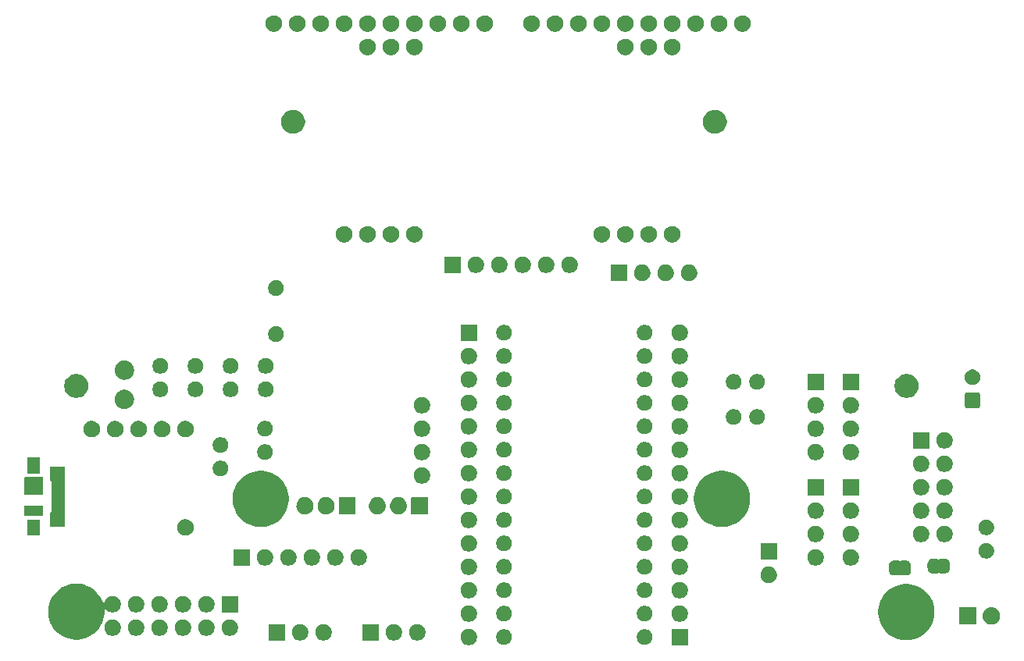
<source format=gbr>
G04 #@! TF.GenerationSoftware,KiCad,Pcbnew,9.0.4*
G04 #@! TF.CreationDate,2025-08-30T13:56:25-07:00*
G04 #@! TF.ProjectId,romi_board,726f6d69-5f62-46f6-9172-642e6b696361,rev?*
G04 #@! TF.SameCoordinates,Original*
G04 #@! TF.FileFunction,Soldermask,Top*
G04 #@! TF.FilePolarity,Negative*
%FSLAX46Y46*%
G04 Gerber Fmt 4.6, Leading zero omitted, Abs format (unit mm)*
G04 Created by KiCad (PCBNEW 9.0.4) date 2025-08-30 13:56:25*
%MOMM*%
%LPD*%
G01*
G04 APERTURE LIST*
G04 APERTURE END LIST*
G36*
X122639639Y-150960539D02*
G01*
X122656184Y-150971595D01*
X122667240Y-150988140D01*
X122671122Y-151007657D01*
X122671122Y-152707657D01*
X122667240Y-152727174D01*
X122656184Y-152743719D01*
X122639639Y-152754775D01*
X122620122Y-152758657D01*
X120920122Y-152758657D01*
X120900605Y-152754775D01*
X120884060Y-152743719D01*
X120873004Y-152727174D01*
X120869122Y-152707657D01*
X120869122Y-151007657D01*
X120873004Y-150988140D01*
X120884060Y-150971595D01*
X120900605Y-150960539D01*
X120920122Y-150956657D01*
X122620122Y-150956657D01*
X122639639Y-150960539D01*
G37*
G36*
X99171668Y-150995454D02*
G01*
X99334850Y-151063046D01*
X99481710Y-151161175D01*
X99606604Y-151286069D01*
X99704733Y-151432929D01*
X99772325Y-151596111D01*
X99806783Y-151769344D01*
X99806783Y-151945970D01*
X99772325Y-152119203D01*
X99704733Y-152282385D01*
X99606604Y-152429245D01*
X99481710Y-152554139D01*
X99334850Y-152652268D01*
X99171668Y-152719860D01*
X98998435Y-152754318D01*
X98821809Y-152754318D01*
X98648576Y-152719860D01*
X98485394Y-152652268D01*
X98338534Y-152554139D01*
X98213640Y-152429245D01*
X98115511Y-152282385D01*
X98047919Y-152119203D01*
X98013461Y-151945970D01*
X98013461Y-151769344D01*
X98047919Y-151596111D01*
X98115511Y-151432929D01*
X98213640Y-151286069D01*
X98338534Y-151161175D01*
X98485394Y-151063046D01*
X98648576Y-150995454D01*
X98821809Y-150960996D01*
X98998435Y-150960996D01*
X99171668Y-150995454D01*
G37*
G36*
X102967154Y-151043301D02*
G01*
X103121281Y-151107142D01*
X103259991Y-151199825D01*
X103377954Y-151317788D01*
X103470637Y-151456498D01*
X103534478Y-151610625D01*
X103567024Y-151774244D01*
X103567024Y-151941070D01*
X103534478Y-152104689D01*
X103470637Y-152258816D01*
X103377954Y-152397526D01*
X103259991Y-152515489D01*
X103121281Y-152608172D01*
X102967154Y-152672013D01*
X102803535Y-152704559D01*
X102636709Y-152704559D01*
X102473090Y-152672013D01*
X102318963Y-152608172D01*
X102180253Y-152515489D01*
X102062290Y-152397526D01*
X101969607Y-152258816D01*
X101905766Y-152104689D01*
X101873220Y-151941070D01*
X101873220Y-151774244D01*
X101905766Y-151610625D01*
X101969607Y-151456498D01*
X102062290Y-151317788D01*
X102180253Y-151199825D01*
X102318963Y-151107142D01*
X102473090Y-151043301D01*
X102636709Y-151010755D01*
X102803535Y-151010755D01*
X102967154Y-151043301D01*
G37*
G36*
X118207154Y-151043301D02*
G01*
X118361281Y-151107142D01*
X118499991Y-151199825D01*
X118617954Y-151317788D01*
X118710637Y-151456498D01*
X118774478Y-151610625D01*
X118807024Y-151774244D01*
X118807024Y-151941070D01*
X118774478Y-152104689D01*
X118710637Y-152258816D01*
X118617954Y-152397526D01*
X118499991Y-152515489D01*
X118361281Y-152608172D01*
X118207154Y-152672013D01*
X118043535Y-152704559D01*
X117876709Y-152704559D01*
X117713090Y-152672013D01*
X117558963Y-152608172D01*
X117420253Y-152515489D01*
X117302290Y-152397526D01*
X117209607Y-152258816D01*
X117145766Y-152104689D01*
X117113220Y-151941070D01*
X117113220Y-151774244D01*
X117145766Y-151610625D01*
X117209607Y-151456498D01*
X117302290Y-151317788D01*
X117420253Y-151199825D01*
X117558963Y-151107142D01*
X117713090Y-151043301D01*
X117876709Y-151010755D01*
X118043535Y-151010755D01*
X118207154Y-151043301D01*
G37*
G36*
X78951639Y-150452539D02*
G01*
X78968184Y-150463595D01*
X78979240Y-150480140D01*
X78983122Y-150499657D01*
X78983122Y-152199657D01*
X78979240Y-152219174D01*
X78968184Y-152235719D01*
X78951639Y-152246775D01*
X78932122Y-152250657D01*
X77232122Y-152250657D01*
X77212605Y-152246775D01*
X77196060Y-152235719D01*
X77185004Y-152219174D01*
X77181122Y-152199657D01*
X77181122Y-150499657D01*
X77185004Y-150480140D01*
X77196060Y-150463595D01*
X77212605Y-150452539D01*
X77232122Y-150448657D01*
X78932122Y-150448657D01*
X78951639Y-150452539D01*
G37*
G36*
X89111639Y-150452539D02*
G01*
X89128184Y-150463595D01*
X89139240Y-150480140D01*
X89143122Y-150499657D01*
X89143122Y-152199657D01*
X89139240Y-152219174D01*
X89128184Y-152235719D01*
X89111639Y-152246775D01*
X89092122Y-152250657D01*
X87392122Y-152250657D01*
X87372605Y-152246775D01*
X87356060Y-152235719D01*
X87345004Y-152219174D01*
X87341122Y-152199657D01*
X87341122Y-150499657D01*
X87345004Y-150480140D01*
X87356060Y-150463595D01*
X87372605Y-150452539D01*
X87392122Y-150448657D01*
X89092122Y-150448657D01*
X89111639Y-150452539D01*
G37*
G36*
X80883668Y-150487454D02*
G01*
X81046850Y-150555046D01*
X81193710Y-150653175D01*
X81318604Y-150778069D01*
X81416733Y-150924929D01*
X81484325Y-151088111D01*
X81518783Y-151261344D01*
X81518783Y-151437970D01*
X81484325Y-151611203D01*
X81416733Y-151774385D01*
X81318604Y-151921245D01*
X81193710Y-152046139D01*
X81046850Y-152144268D01*
X80883668Y-152211860D01*
X80710435Y-152246318D01*
X80533809Y-152246318D01*
X80360576Y-152211860D01*
X80197394Y-152144268D01*
X80050534Y-152046139D01*
X79925640Y-151921245D01*
X79827511Y-151774385D01*
X79759919Y-151611203D01*
X79725461Y-151437970D01*
X79725461Y-151261344D01*
X79759919Y-151088111D01*
X79827511Y-150924929D01*
X79925640Y-150778069D01*
X80050534Y-150653175D01*
X80197394Y-150555046D01*
X80360576Y-150487454D01*
X80533809Y-150452996D01*
X80710435Y-150452996D01*
X80883668Y-150487454D01*
G37*
G36*
X83423668Y-150487454D02*
G01*
X83586850Y-150555046D01*
X83733710Y-150653175D01*
X83858604Y-150778069D01*
X83956733Y-150924929D01*
X84024325Y-151088111D01*
X84058783Y-151261344D01*
X84058783Y-151437970D01*
X84024325Y-151611203D01*
X83956733Y-151774385D01*
X83858604Y-151921245D01*
X83733710Y-152046139D01*
X83586850Y-152144268D01*
X83423668Y-152211860D01*
X83250435Y-152246318D01*
X83073809Y-152246318D01*
X82900576Y-152211860D01*
X82737394Y-152144268D01*
X82590534Y-152046139D01*
X82465640Y-151921245D01*
X82367511Y-151774385D01*
X82299919Y-151611203D01*
X82265461Y-151437970D01*
X82265461Y-151261344D01*
X82299919Y-151088111D01*
X82367511Y-150924929D01*
X82465640Y-150778069D01*
X82590534Y-150653175D01*
X82737394Y-150555046D01*
X82900576Y-150487454D01*
X83073809Y-150452996D01*
X83250435Y-150452996D01*
X83423668Y-150487454D01*
G37*
G36*
X91043668Y-150487454D02*
G01*
X91206850Y-150555046D01*
X91353710Y-150653175D01*
X91478604Y-150778069D01*
X91576733Y-150924929D01*
X91644325Y-151088111D01*
X91678783Y-151261344D01*
X91678783Y-151437970D01*
X91644325Y-151611203D01*
X91576733Y-151774385D01*
X91478604Y-151921245D01*
X91353710Y-152046139D01*
X91206850Y-152144268D01*
X91043668Y-152211860D01*
X90870435Y-152246318D01*
X90693809Y-152246318D01*
X90520576Y-152211860D01*
X90357394Y-152144268D01*
X90210534Y-152046139D01*
X90085640Y-151921245D01*
X89987511Y-151774385D01*
X89919919Y-151611203D01*
X89885461Y-151437970D01*
X89885461Y-151261344D01*
X89919919Y-151088111D01*
X89987511Y-150924929D01*
X90085640Y-150778069D01*
X90210534Y-150653175D01*
X90357394Y-150555046D01*
X90520576Y-150487454D01*
X90693809Y-150452996D01*
X90870435Y-150452996D01*
X91043668Y-150487454D01*
G37*
G36*
X93583668Y-150487454D02*
G01*
X93746850Y-150555046D01*
X93893710Y-150653175D01*
X94018604Y-150778069D01*
X94116733Y-150924929D01*
X94184325Y-151088111D01*
X94218783Y-151261344D01*
X94218783Y-151437970D01*
X94184325Y-151611203D01*
X94116733Y-151774385D01*
X94018604Y-151921245D01*
X93893710Y-152046139D01*
X93746850Y-152144268D01*
X93583668Y-152211860D01*
X93410435Y-152246318D01*
X93233809Y-152246318D01*
X93060576Y-152211860D01*
X92897394Y-152144268D01*
X92750534Y-152046139D01*
X92625640Y-151921245D01*
X92527511Y-151774385D01*
X92459919Y-151611203D01*
X92425461Y-151437970D01*
X92425461Y-151261344D01*
X92459919Y-151088111D01*
X92527511Y-150924929D01*
X92625640Y-150778069D01*
X92750534Y-150653175D01*
X92897394Y-150555046D01*
X93060576Y-150487454D01*
X93233809Y-150452996D01*
X93410435Y-150452996D01*
X93583668Y-150487454D01*
G37*
G36*
X146843183Y-146143765D02*
G01*
X147176747Y-146219898D01*
X147499689Y-146332901D01*
X147807948Y-146481350D01*
X148097648Y-146663381D01*
X148365145Y-146876703D01*
X148607076Y-147118634D01*
X148820398Y-147386131D01*
X149002429Y-147675831D01*
X149150878Y-147984090D01*
X149263881Y-148307032D01*
X149340014Y-148640596D01*
X149378322Y-148980586D01*
X149378322Y-149322728D01*
X149340014Y-149662718D01*
X149263881Y-149996282D01*
X149150878Y-150319224D01*
X149002429Y-150627483D01*
X148820398Y-150917183D01*
X148607076Y-151184680D01*
X148365145Y-151426611D01*
X148097648Y-151639933D01*
X147807948Y-151821964D01*
X147499689Y-151970413D01*
X147176747Y-152083416D01*
X146843183Y-152159549D01*
X146503193Y-152197857D01*
X146161051Y-152197857D01*
X145821061Y-152159549D01*
X145487497Y-152083416D01*
X145164555Y-151970413D01*
X144856296Y-151821964D01*
X144566596Y-151639933D01*
X144299099Y-151426611D01*
X144057168Y-151184680D01*
X143843846Y-150917183D01*
X143661815Y-150627483D01*
X143513366Y-150319224D01*
X143400363Y-149996282D01*
X143324230Y-149662718D01*
X143285922Y-149322728D01*
X143285922Y-148980586D01*
X143324230Y-148640596D01*
X143400363Y-148307032D01*
X143513366Y-147984090D01*
X143661815Y-147675831D01*
X143843846Y-147386131D01*
X144057168Y-147118634D01*
X144299099Y-146876703D01*
X144566596Y-146663381D01*
X144856296Y-146481350D01*
X145164555Y-146332901D01*
X145487497Y-146219898D01*
X145821061Y-146143765D01*
X146161051Y-146105457D01*
X146503193Y-146105457D01*
X146843183Y-146143765D01*
G37*
G36*
X56863183Y-146113765D02*
G01*
X57196747Y-146189898D01*
X57519689Y-146302901D01*
X57827948Y-146451350D01*
X58117648Y-146633381D01*
X58385145Y-146846703D01*
X58627076Y-147088634D01*
X58840398Y-147356131D01*
X59022429Y-147645831D01*
X59170878Y-147954090D01*
X59231067Y-148126101D01*
X59402953Y-148130925D01*
X59439318Y-148043130D01*
X59439919Y-148040111D01*
X59507511Y-147876929D01*
X59605640Y-147730069D01*
X59730534Y-147605175D01*
X59877394Y-147507046D01*
X60040576Y-147439454D01*
X60213809Y-147404996D01*
X60390435Y-147404996D01*
X60563668Y-147439454D01*
X60726850Y-147507046D01*
X60873710Y-147605175D01*
X60998604Y-147730069D01*
X61096733Y-147876929D01*
X61164325Y-148040111D01*
X61198783Y-148213344D01*
X61198783Y-148389970D01*
X61164325Y-148563203D01*
X61096733Y-148726385D01*
X60998604Y-148873245D01*
X60873710Y-148998139D01*
X60726850Y-149096268D01*
X60563668Y-149163860D01*
X60390435Y-149198318D01*
X60213809Y-149198318D01*
X60040576Y-149163860D01*
X59877394Y-149096268D01*
X59730534Y-148998139D01*
X59605640Y-148873245D01*
X59603927Y-148870682D01*
X59552454Y-148819209D01*
X59398126Y-148883133D01*
X59398126Y-148948846D01*
X59398322Y-148950586D01*
X59398322Y-149292728D01*
X59360014Y-149632718D01*
X59283881Y-149966282D01*
X59170878Y-150289224D01*
X59022429Y-150597483D01*
X58840398Y-150887183D01*
X58627076Y-151154680D01*
X58385145Y-151396611D01*
X58117648Y-151609933D01*
X57827948Y-151791964D01*
X57519689Y-151940413D01*
X57196747Y-152053416D01*
X56863183Y-152129549D01*
X56523193Y-152167857D01*
X56181051Y-152167857D01*
X55841061Y-152129549D01*
X55507497Y-152053416D01*
X55184555Y-151940413D01*
X54876296Y-151791964D01*
X54586596Y-151609933D01*
X54319099Y-151396611D01*
X54077168Y-151154680D01*
X53863846Y-150887183D01*
X53681815Y-150597483D01*
X53533366Y-150289224D01*
X53420363Y-149966282D01*
X53344230Y-149632718D01*
X53305922Y-149292728D01*
X53305922Y-148950586D01*
X53344230Y-148610596D01*
X53420363Y-148277032D01*
X53533366Y-147954090D01*
X53681815Y-147645831D01*
X53863846Y-147356131D01*
X54077168Y-147088634D01*
X54319099Y-146846703D01*
X54586596Y-146633381D01*
X54876296Y-146451350D01*
X55184555Y-146302901D01*
X55507497Y-146189898D01*
X55841061Y-146113765D01*
X56181051Y-146075457D01*
X56523193Y-146075457D01*
X56863183Y-146113765D01*
G37*
G36*
X60563668Y-149979454D02*
G01*
X60726850Y-150047046D01*
X60873710Y-150145175D01*
X60998604Y-150270069D01*
X61096733Y-150416929D01*
X61164325Y-150580111D01*
X61198783Y-150753344D01*
X61198783Y-150929970D01*
X61164325Y-151103203D01*
X61096733Y-151266385D01*
X60998604Y-151413245D01*
X60873710Y-151538139D01*
X60726850Y-151636268D01*
X60563668Y-151703860D01*
X60390435Y-151738318D01*
X60213809Y-151738318D01*
X60040576Y-151703860D01*
X59877394Y-151636268D01*
X59730534Y-151538139D01*
X59605640Y-151413245D01*
X59507511Y-151266385D01*
X59439919Y-151103203D01*
X59405461Y-150929970D01*
X59405461Y-150753344D01*
X59439919Y-150580111D01*
X59507511Y-150416929D01*
X59605640Y-150270069D01*
X59730534Y-150145175D01*
X59877394Y-150047046D01*
X60040576Y-149979454D01*
X60213809Y-149944996D01*
X60390435Y-149944996D01*
X60563668Y-149979454D01*
G37*
G36*
X63103668Y-149979454D02*
G01*
X63266850Y-150047046D01*
X63413710Y-150145175D01*
X63538604Y-150270069D01*
X63636733Y-150416929D01*
X63704325Y-150580111D01*
X63738783Y-150753344D01*
X63738783Y-150929970D01*
X63704325Y-151103203D01*
X63636733Y-151266385D01*
X63538604Y-151413245D01*
X63413710Y-151538139D01*
X63266850Y-151636268D01*
X63103668Y-151703860D01*
X62930435Y-151738318D01*
X62753809Y-151738318D01*
X62580576Y-151703860D01*
X62417394Y-151636268D01*
X62270534Y-151538139D01*
X62145640Y-151413245D01*
X62047511Y-151266385D01*
X61979919Y-151103203D01*
X61945461Y-150929970D01*
X61945461Y-150753344D01*
X61979919Y-150580111D01*
X62047511Y-150416929D01*
X62145640Y-150270069D01*
X62270534Y-150145175D01*
X62417394Y-150047046D01*
X62580576Y-149979454D01*
X62753809Y-149944996D01*
X62930435Y-149944996D01*
X63103668Y-149979454D01*
G37*
G36*
X65643668Y-149979454D02*
G01*
X65806850Y-150047046D01*
X65953710Y-150145175D01*
X66078604Y-150270069D01*
X66176733Y-150416929D01*
X66244325Y-150580111D01*
X66278783Y-150753344D01*
X66278783Y-150929970D01*
X66244325Y-151103203D01*
X66176733Y-151266385D01*
X66078604Y-151413245D01*
X65953710Y-151538139D01*
X65806850Y-151636268D01*
X65643668Y-151703860D01*
X65470435Y-151738318D01*
X65293809Y-151738318D01*
X65120576Y-151703860D01*
X64957394Y-151636268D01*
X64810534Y-151538139D01*
X64685640Y-151413245D01*
X64587511Y-151266385D01*
X64519919Y-151103203D01*
X64485461Y-150929970D01*
X64485461Y-150753344D01*
X64519919Y-150580111D01*
X64587511Y-150416929D01*
X64685640Y-150270069D01*
X64810534Y-150145175D01*
X64957394Y-150047046D01*
X65120576Y-149979454D01*
X65293809Y-149944996D01*
X65470435Y-149944996D01*
X65643668Y-149979454D01*
G37*
G36*
X68183668Y-149979454D02*
G01*
X68346850Y-150047046D01*
X68493710Y-150145175D01*
X68618604Y-150270069D01*
X68716733Y-150416929D01*
X68784325Y-150580111D01*
X68818783Y-150753344D01*
X68818783Y-150929970D01*
X68784325Y-151103203D01*
X68716733Y-151266385D01*
X68618604Y-151413245D01*
X68493710Y-151538139D01*
X68346850Y-151636268D01*
X68183668Y-151703860D01*
X68010435Y-151738318D01*
X67833809Y-151738318D01*
X67660576Y-151703860D01*
X67497394Y-151636268D01*
X67350534Y-151538139D01*
X67225640Y-151413245D01*
X67127511Y-151266385D01*
X67059919Y-151103203D01*
X67025461Y-150929970D01*
X67025461Y-150753344D01*
X67059919Y-150580111D01*
X67127511Y-150416929D01*
X67225640Y-150270069D01*
X67350534Y-150145175D01*
X67497394Y-150047046D01*
X67660576Y-149979454D01*
X67833809Y-149944996D01*
X68010435Y-149944996D01*
X68183668Y-149979454D01*
G37*
G36*
X70723668Y-149979454D02*
G01*
X70886850Y-150047046D01*
X71033710Y-150145175D01*
X71158604Y-150270069D01*
X71256733Y-150416929D01*
X71324325Y-150580111D01*
X71358783Y-150753344D01*
X71358783Y-150929970D01*
X71324325Y-151103203D01*
X71256733Y-151266385D01*
X71158604Y-151413245D01*
X71033710Y-151538139D01*
X70886850Y-151636268D01*
X70723668Y-151703860D01*
X70550435Y-151738318D01*
X70373809Y-151738318D01*
X70200576Y-151703860D01*
X70037394Y-151636268D01*
X69890534Y-151538139D01*
X69765640Y-151413245D01*
X69667511Y-151266385D01*
X69599919Y-151103203D01*
X69565461Y-150929970D01*
X69565461Y-150753344D01*
X69599919Y-150580111D01*
X69667511Y-150416929D01*
X69765640Y-150270069D01*
X69890534Y-150145175D01*
X70037394Y-150047046D01*
X70200576Y-149979454D01*
X70373809Y-149944996D01*
X70550435Y-149944996D01*
X70723668Y-149979454D01*
G37*
G36*
X73263668Y-149979454D02*
G01*
X73426850Y-150047046D01*
X73573710Y-150145175D01*
X73698604Y-150270069D01*
X73796733Y-150416929D01*
X73864325Y-150580111D01*
X73898783Y-150753344D01*
X73898783Y-150929970D01*
X73864325Y-151103203D01*
X73796733Y-151266385D01*
X73698604Y-151413245D01*
X73573710Y-151538139D01*
X73426850Y-151636268D01*
X73263668Y-151703860D01*
X73090435Y-151738318D01*
X72913809Y-151738318D01*
X72740576Y-151703860D01*
X72577394Y-151636268D01*
X72430534Y-151538139D01*
X72305640Y-151413245D01*
X72207511Y-151266385D01*
X72139919Y-151103203D01*
X72105461Y-150929970D01*
X72105461Y-150753344D01*
X72139919Y-150580111D01*
X72207511Y-150416929D01*
X72305640Y-150270069D01*
X72430534Y-150145175D01*
X72577394Y-150047046D01*
X72740576Y-149979454D01*
X72913809Y-149944996D01*
X73090435Y-149944996D01*
X73263668Y-149979454D01*
G37*
G36*
X153931639Y-148624539D02*
G01*
X153948184Y-148635595D01*
X153959240Y-148652140D01*
X153963122Y-148671657D01*
X153963122Y-150471657D01*
X153959240Y-150491174D01*
X153948184Y-150507719D01*
X153931639Y-150518775D01*
X153912122Y-150522657D01*
X152112122Y-150522657D01*
X152092605Y-150518775D01*
X152076060Y-150507719D01*
X152065004Y-150491174D01*
X152061122Y-150471657D01*
X152061122Y-148671657D01*
X152065004Y-148652140D01*
X152076060Y-148635595D01*
X152092605Y-148624539D01*
X152112122Y-148620657D01*
X153912122Y-148620657D01*
X153931639Y-148624539D01*
G37*
G36*
X155634675Y-148625236D02*
G01*
X155645336Y-148625236D01*
X155686987Y-148633521D01*
X155774038Y-148647308D01*
X155802040Y-148656406D01*
X155828183Y-148661607D01*
X155865078Y-148676889D01*
X155915906Y-148693405D01*
X155963521Y-148717666D01*
X156000420Y-148732950D01*
X156022585Y-148747760D01*
X156048815Y-148761125D01*
X156120112Y-148812925D01*
X156155430Y-148836524D01*
X156162968Y-148844062D01*
X156169492Y-148848802D01*
X156274976Y-148954286D01*
X156279715Y-148960809D01*
X156287255Y-148968349D01*
X156310856Y-149003671D01*
X156362653Y-149074963D01*
X156376016Y-149101190D01*
X156390829Y-149123359D01*
X156406115Y-149160262D01*
X156430373Y-149207872D01*
X156446886Y-149258692D01*
X156462172Y-149295596D01*
X156467373Y-149321743D01*
X156476470Y-149349740D01*
X156490256Y-149436782D01*
X156498543Y-149478443D01*
X156498543Y-149489104D01*
X156499805Y-149497072D01*
X156499805Y-149646241D01*
X156498543Y-149654208D01*
X156498543Y-149664871D01*
X156490255Y-149706534D01*
X156476470Y-149793573D01*
X156467373Y-149821567D01*
X156462172Y-149847718D01*
X156446884Y-149884625D01*
X156430373Y-149935441D01*
X156406117Y-149983045D01*
X156390829Y-150019955D01*
X156376014Y-150042127D01*
X156362653Y-150068350D01*
X156310864Y-150139630D01*
X156287255Y-150174965D01*
X156279713Y-150182506D01*
X156274976Y-150189027D01*
X156169492Y-150294511D01*
X156162971Y-150299248D01*
X156155430Y-150306790D01*
X156120095Y-150330399D01*
X156048815Y-150382188D01*
X156022592Y-150395549D01*
X156000420Y-150410364D01*
X155963510Y-150425652D01*
X155915906Y-150449908D01*
X155865090Y-150466419D01*
X155828183Y-150481707D01*
X155802032Y-150486908D01*
X155774038Y-150496005D01*
X155686997Y-150509790D01*
X155645336Y-150518078D01*
X155634675Y-150518078D01*
X155626707Y-150519340D01*
X155477537Y-150519340D01*
X155469569Y-150518078D01*
X155458908Y-150518078D01*
X155417247Y-150509791D01*
X155330205Y-150496005D01*
X155302208Y-150486908D01*
X155276061Y-150481707D01*
X155239157Y-150466421D01*
X155188337Y-150449908D01*
X155140727Y-150425650D01*
X155103824Y-150410364D01*
X155081655Y-150395551D01*
X155055428Y-150382188D01*
X154984136Y-150330391D01*
X154948814Y-150306790D01*
X154941274Y-150299250D01*
X154934751Y-150294511D01*
X154829267Y-150189027D01*
X154824527Y-150182503D01*
X154816989Y-150174965D01*
X154793390Y-150139647D01*
X154741590Y-150068350D01*
X154728225Y-150042120D01*
X154713415Y-150019955D01*
X154698131Y-149983056D01*
X154673870Y-149935441D01*
X154657354Y-149884613D01*
X154642072Y-149847718D01*
X154636871Y-149821575D01*
X154627773Y-149793573D01*
X154613986Y-149706524D01*
X154605701Y-149664871D01*
X154605701Y-149654209D01*
X154604439Y-149646241D01*
X154604439Y-149497072D01*
X154605701Y-149489103D01*
X154605701Y-149478443D01*
X154613985Y-149436793D01*
X154627773Y-149349740D01*
X154636872Y-149321735D01*
X154642072Y-149295596D01*
X154657353Y-149258703D01*
X154673870Y-149207872D01*
X154698133Y-149160252D01*
X154713415Y-149123359D01*
X154728223Y-149101196D01*
X154741590Y-149074963D01*
X154793399Y-149003653D01*
X154816989Y-148968349D01*
X154824524Y-148960813D01*
X154829267Y-148954286D01*
X154934751Y-148848802D01*
X154941278Y-148844059D01*
X154948814Y-148836524D01*
X154984118Y-148812934D01*
X155055428Y-148761125D01*
X155081661Y-148747758D01*
X155103824Y-148732950D01*
X155140717Y-148717668D01*
X155188337Y-148693405D01*
X155239168Y-148676888D01*
X155276061Y-148661607D01*
X155302200Y-148656407D01*
X155330205Y-148647308D01*
X155417258Y-148633520D01*
X155458908Y-148625236D01*
X155469569Y-148625236D01*
X155477537Y-148623974D01*
X155626707Y-148623974D01*
X155634675Y-148625236D01*
G37*
G36*
X99171668Y-148455454D02*
G01*
X99334850Y-148523046D01*
X99481710Y-148621175D01*
X99606604Y-148746069D01*
X99704733Y-148892929D01*
X99772325Y-149056111D01*
X99806783Y-149229344D01*
X99806783Y-149405970D01*
X99772325Y-149579203D01*
X99704733Y-149742385D01*
X99606604Y-149889245D01*
X99481710Y-150014139D01*
X99334850Y-150112268D01*
X99171668Y-150179860D01*
X98998435Y-150214318D01*
X98821809Y-150214318D01*
X98648576Y-150179860D01*
X98485394Y-150112268D01*
X98338534Y-150014139D01*
X98213640Y-149889245D01*
X98115511Y-149742385D01*
X98047919Y-149579203D01*
X98013461Y-149405970D01*
X98013461Y-149229344D01*
X98047919Y-149056111D01*
X98115511Y-148892929D01*
X98213640Y-148746069D01*
X98338534Y-148621175D01*
X98485394Y-148523046D01*
X98648576Y-148455454D01*
X98821809Y-148420996D01*
X98998435Y-148420996D01*
X99171668Y-148455454D01*
G37*
G36*
X122031668Y-148455454D02*
G01*
X122194850Y-148523046D01*
X122341710Y-148621175D01*
X122466604Y-148746069D01*
X122564733Y-148892929D01*
X122632325Y-149056111D01*
X122666783Y-149229344D01*
X122666783Y-149405970D01*
X122632325Y-149579203D01*
X122564733Y-149742385D01*
X122466604Y-149889245D01*
X122341710Y-150014139D01*
X122194850Y-150112268D01*
X122031668Y-150179860D01*
X121858435Y-150214318D01*
X121681809Y-150214318D01*
X121508576Y-150179860D01*
X121345394Y-150112268D01*
X121198534Y-150014139D01*
X121073640Y-149889245D01*
X120975511Y-149742385D01*
X120907919Y-149579203D01*
X120873461Y-149405970D01*
X120873461Y-149229344D01*
X120907919Y-149056111D01*
X120975511Y-148892929D01*
X121073640Y-148746069D01*
X121198534Y-148621175D01*
X121345394Y-148523046D01*
X121508576Y-148455454D01*
X121681809Y-148420996D01*
X121858435Y-148420996D01*
X122031668Y-148455454D01*
G37*
G36*
X102967154Y-148503301D02*
G01*
X103121281Y-148567142D01*
X103259991Y-148659825D01*
X103377954Y-148777788D01*
X103470637Y-148916498D01*
X103534478Y-149070625D01*
X103567024Y-149234244D01*
X103567024Y-149401070D01*
X103534478Y-149564689D01*
X103470637Y-149718816D01*
X103377954Y-149857526D01*
X103259991Y-149975489D01*
X103121281Y-150068172D01*
X102967154Y-150132013D01*
X102803535Y-150164559D01*
X102636709Y-150164559D01*
X102473090Y-150132013D01*
X102318963Y-150068172D01*
X102180253Y-149975489D01*
X102062290Y-149857526D01*
X101969607Y-149718816D01*
X101905766Y-149564689D01*
X101873220Y-149401070D01*
X101873220Y-149234244D01*
X101905766Y-149070625D01*
X101969607Y-148916498D01*
X102062290Y-148777788D01*
X102180253Y-148659825D01*
X102318963Y-148567142D01*
X102473090Y-148503301D01*
X102636709Y-148470755D01*
X102803535Y-148470755D01*
X102967154Y-148503301D01*
G37*
G36*
X118207154Y-148503301D02*
G01*
X118361281Y-148567142D01*
X118499991Y-148659825D01*
X118617954Y-148777788D01*
X118710637Y-148916498D01*
X118774478Y-149070625D01*
X118807024Y-149234244D01*
X118807024Y-149401070D01*
X118774478Y-149564689D01*
X118710637Y-149718816D01*
X118617954Y-149857526D01*
X118499991Y-149975489D01*
X118361281Y-150068172D01*
X118207154Y-150132013D01*
X118043535Y-150164559D01*
X117876709Y-150164559D01*
X117713090Y-150132013D01*
X117558963Y-150068172D01*
X117420253Y-149975489D01*
X117302290Y-149857526D01*
X117209607Y-149718816D01*
X117145766Y-149564689D01*
X117113220Y-149401070D01*
X117113220Y-149234244D01*
X117145766Y-149070625D01*
X117209607Y-148916498D01*
X117302290Y-148777788D01*
X117420253Y-148659825D01*
X117558963Y-148567142D01*
X117713090Y-148503301D01*
X117876709Y-148470755D01*
X118043535Y-148470755D01*
X118207154Y-148503301D01*
G37*
G36*
X73871639Y-147404539D02*
G01*
X73888184Y-147415595D01*
X73899240Y-147432140D01*
X73903122Y-147451657D01*
X73903122Y-149151657D01*
X73899240Y-149171174D01*
X73888184Y-149187719D01*
X73871639Y-149198775D01*
X73852122Y-149202657D01*
X72152122Y-149202657D01*
X72132605Y-149198775D01*
X72116060Y-149187719D01*
X72105004Y-149171174D01*
X72101122Y-149151657D01*
X72101122Y-147451657D01*
X72105004Y-147432140D01*
X72116060Y-147415595D01*
X72132605Y-147404539D01*
X72152122Y-147400657D01*
X73852122Y-147400657D01*
X73871639Y-147404539D01*
G37*
G36*
X63103668Y-147439454D02*
G01*
X63266850Y-147507046D01*
X63413710Y-147605175D01*
X63538604Y-147730069D01*
X63636733Y-147876929D01*
X63704325Y-148040111D01*
X63738783Y-148213344D01*
X63738783Y-148389970D01*
X63704325Y-148563203D01*
X63636733Y-148726385D01*
X63538604Y-148873245D01*
X63413710Y-148998139D01*
X63266850Y-149096268D01*
X63103668Y-149163860D01*
X62930435Y-149198318D01*
X62753809Y-149198318D01*
X62580576Y-149163860D01*
X62417394Y-149096268D01*
X62270534Y-148998139D01*
X62145640Y-148873245D01*
X62047511Y-148726385D01*
X61979919Y-148563203D01*
X61945461Y-148389970D01*
X61945461Y-148213344D01*
X61979919Y-148040111D01*
X62047511Y-147876929D01*
X62145640Y-147730069D01*
X62270534Y-147605175D01*
X62417394Y-147507046D01*
X62580576Y-147439454D01*
X62753809Y-147404996D01*
X62930435Y-147404996D01*
X63103668Y-147439454D01*
G37*
G36*
X65643668Y-147439454D02*
G01*
X65806850Y-147507046D01*
X65953710Y-147605175D01*
X66078604Y-147730069D01*
X66176733Y-147876929D01*
X66244325Y-148040111D01*
X66278783Y-148213344D01*
X66278783Y-148389970D01*
X66244325Y-148563203D01*
X66176733Y-148726385D01*
X66078604Y-148873245D01*
X65953710Y-148998139D01*
X65806850Y-149096268D01*
X65643668Y-149163860D01*
X65470435Y-149198318D01*
X65293809Y-149198318D01*
X65120576Y-149163860D01*
X64957394Y-149096268D01*
X64810534Y-148998139D01*
X64685640Y-148873245D01*
X64587511Y-148726385D01*
X64519919Y-148563203D01*
X64485461Y-148389970D01*
X64485461Y-148213344D01*
X64519919Y-148040111D01*
X64587511Y-147876929D01*
X64685640Y-147730069D01*
X64810534Y-147605175D01*
X64957394Y-147507046D01*
X65120576Y-147439454D01*
X65293809Y-147404996D01*
X65470435Y-147404996D01*
X65643668Y-147439454D01*
G37*
G36*
X68183668Y-147439454D02*
G01*
X68346850Y-147507046D01*
X68493710Y-147605175D01*
X68618604Y-147730069D01*
X68716733Y-147876929D01*
X68784325Y-148040111D01*
X68818783Y-148213344D01*
X68818783Y-148389970D01*
X68784325Y-148563203D01*
X68716733Y-148726385D01*
X68618604Y-148873245D01*
X68493710Y-148998139D01*
X68346850Y-149096268D01*
X68183668Y-149163860D01*
X68010435Y-149198318D01*
X67833809Y-149198318D01*
X67660576Y-149163860D01*
X67497394Y-149096268D01*
X67350534Y-148998139D01*
X67225640Y-148873245D01*
X67127511Y-148726385D01*
X67059919Y-148563203D01*
X67025461Y-148389970D01*
X67025461Y-148213344D01*
X67059919Y-148040111D01*
X67127511Y-147876929D01*
X67225640Y-147730069D01*
X67350534Y-147605175D01*
X67497394Y-147507046D01*
X67660576Y-147439454D01*
X67833809Y-147404996D01*
X68010435Y-147404996D01*
X68183668Y-147439454D01*
G37*
G36*
X70723668Y-147439454D02*
G01*
X70886850Y-147507046D01*
X71033710Y-147605175D01*
X71158604Y-147730069D01*
X71256733Y-147876929D01*
X71324325Y-148040111D01*
X71358783Y-148213344D01*
X71358783Y-148389970D01*
X71324325Y-148563203D01*
X71256733Y-148726385D01*
X71158604Y-148873245D01*
X71033710Y-148998139D01*
X70886850Y-149096268D01*
X70723668Y-149163860D01*
X70550435Y-149198318D01*
X70373809Y-149198318D01*
X70200576Y-149163860D01*
X70037394Y-149096268D01*
X69890534Y-148998139D01*
X69765640Y-148873245D01*
X69667511Y-148726385D01*
X69599919Y-148563203D01*
X69565461Y-148389970D01*
X69565461Y-148213344D01*
X69599919Y-148040111D01*
X69667511Y-147876929D01*
X69765640Y-147730069D01*
X69890534Y-147605175D01*
X70037394Y-147507046D01*
X70200576Y-147439454D01*
X70373809Y-147404996D01*
X70550435Y-147404996D01*
X70723668Y-147439454D01*
G37*
G36*
X99171668Y-145915454D02*
G01*
X99334850Y-145983046D01*
X99481710Y-146081175D01*
X99606604Y-146206069D01*
X99704733Y-146352929D01*
X99772325Y-146516111D01*
X99806783Y-146689344D01*
X99806783Y-146865970D01*
X99772325Y-147039203D01*
X99704733Y-147202385D01*
X99606604Y-147349245D01*
X99481710Y-147474139D01*
X99334850Y-147572268D01*
X99171668Y-147639860D01*
X98998435Y-147674318D01*
X98821809Y-147674318D01*
X98648576Y-147639860D01*
X98485394Y-147572268D01*
X98338534Y-147474139D01*
X98213640Y-147349245D01*
X98115511Y-147202385D01*
X98047919Y-147039203D01*
X98013461Y-146865970D01*
X98013461Y-146689344D01*
X98047919Y-146516111D01*
X98115511Y-146352929D01*
X98213640Y-146206069D01*
X98338534Y-146081175D01*
X98485394Y-145983046D01*
X98648576Y-145915454D01*
X98821809Y-145880996D01*
X98998435Y-145880996D01*
X99171668Y-145915454D01*
G37*
G36*
X122031668Y-145915454D02*
G01*
X122194850Y-145983046D01*
X122341710Y-146081175D01*
X122466604Y-146206069D01*
X122564733Y-146352929D01*
X122632325Y-146516111D01*
X122666783Y-146689344D01*
X122666783Y-146865970D01*
X122632325Y-147039203D01*
X122564733Y-147202385D01*
X122466604Y-147349245D01*
X122341710Y-147474139D01*
X122194850Y-147572268D01*
X122031668Y-147639860D01*
X121858435Y-147674318D01*
X121681809Y-147674318D01*
X121508576Y-147639860D01*
X121345394Y-147572268D01*
X121198534Y-147474139D01*
X121073640Y-147349245D01*
X120975511Y-147202385D01*
X120907919Y-147039203D01*
X120873461Y-146865970D01*
X120873461Y-146689344D01*
X120907919Y-146516111D01*
X120975511Y-146352929D01*
X121073640Y-146206069D01*
X121198534Y-146081175D01*
X121345394Y-145983046D01*
X121508576Y-145915454D01*
X121681809Y-145880996D01*
X121858435Y-145880996D01*
X122031668Y-145915454D01*
G37*
G36*
X102967154Y-145963301D02*
G01*
X103121281Y-146027142D01*
X103259991Y-146119825D01*
X103377954Y-146237788D01*
X103470637Y-146376498D01*
X103534478Y-146530625D01*
X103567024Y-146694244D01*
X103567024Y-146861070D01*
X103534478Y-147024689D01*
X103470637Y-147178816D01*
X103377954Y-147317526D01*
X103259991Y-147435489D01*
X103121281Y-147528172D01*
X102967154Y-147592013D01*
X102803535Y-147624559D01*
X102636709Y-147624559D01*
X102473090Y-147592013D01*
X102318963Y-147528172D01*
X102180253Y-147435489D01*
X102062290Y-147317526D01*
X101969607Y-147178816D01*
X101905766Y-147024689D01*
X101873220Y-146861070D01*
X101873220Y-146694244D01*
X101905766Y-146530625D01*
X101969607Y-146376498D01*
X102062290Y-146237788D01*
X102180253Y-146119825D01*
X102318963Y-146027142D01*
X102473090Y-145963301D01*
X102636709Y-145930755D01*
X102803535Y-145930755D01*
X102967154Y-145963301D01*
G37*
G36*
X118207154Y-145963301D02*
G01*
X118361281Y-146027142D01*
X118499991Y-146119825D01*
X118617954Y-146237788D01*
X118710637Y-146376498D01*
X118774478Y-146530625D01*
X118807024Y-146694244D01*
X118807024Y-146861070D01*
X118774478Y-147024689D01*
X118710637Y-147178816D01*
X118617954Y-147317526D01*
X118499991Y-147435489D01*
X118361281Y-147528172D01*
X118207154Y-147592013D01*
X118043535Y-147624559D01*
X117876709Y-147624559D01*
X117713090Y-147592013D01*
X117558963Y-147528172D01*
X117420253Y-147435489D01*
X117302290Y-147317526D01*
X117209607Y-147178816D01*
X117145766Y-147024689D01*
X117113220Y-146861070D01*
X117113220Y-146694244D01*
X117145766Y-146530625D01*
X117209607Y-146376498D01*
X117302290Y-146237788D01*
X117420253Y-146119825D01*
X117558963Y-146027142D01*
X117713090Y-145963301D01*
X117876709Y-145930755D01*
X118043535Y-145930755D01*
X118207154Y-145963301D01*
G37*
G36*
X131683668Y-144264454D02*
G01*
X131846850Y-144332046D01*
X131993710Y-144430175D01*
X132118604Y-144555069D01*
X132216733Y-144701929D01*
X132284325Y-144865111D01*
X132318783Y-145038344D01*
X132318783Y-145214970D01*
X132284325Y-145388203D01*
X132216733Y-145551385D01*
X132118604Y-145698245D01*
X131993710Y-145823139D01*
X131846850Y-145921268D01*
X131683668Y-145988860D01*
X131510435Y-146023318D01*
X131333809Y-146023318D01*
X131160576Y-145988860D01*
X130997394Y-145921268D01*
X130850534Y-145823139D01*
X130725640Y-145698245D01*
X130627511Y-145551385D01*
X130559919Y-145388203D01*
X130525461Y-145214970D01*
X130525461Y-145038344D01*
X130559919Y-144865111D01*
X130627511Y-144701929D01*
X130725640Y-144555069D01*
X130850534Y-144430175D01*
X130997394Y-144332046D01*
X131160576Y-144264454D01*
X131333809Y-144229996D01*
X131510435Y-144229996D01*
X131683668Y-144264454D01*
G37*
G36*
X145518421Y-143567893D02*
G01*
X145520407Y-143568383D01*
X145521113Y-143569008D01*
X145535720Y-143575059D01*
X145552122Y-143614657D01*
X145552122Y-143619243D01*
X145555397Y-143627881D01*
X145694091Y-143653305D01*
X145750475Y-143589662D01*
X145756524Y-143575059D01*
X145796122Y-143558657D01*
X146296122Y-143558657D01*
X146306450Y-143562935D01*
X146353190Y-143562935D01*
X146361385Y-143562935D01*
X146375879Y-143564843D01*
X146411506Y-143574389D01*
X146494043Y-143596504D01*
X146494044Y-143596504D01*
X146501958Y-143598625D01*
X146515464Y-143604220D01*
X146522555Y-143608314D01*
X146522562Y-143608317D01*
X146621407Y-143665385D01*
X146621412Y-143665389D01*
X146628503Y-143669483D01*
X146640101Y-143678382D01*
X146732397Y-143770678D01*
X146741296Y-143782276D01*
X146745390Y-143789367D01*
X146745393Y-143789371D01*
X146802461Y-143888216D01*
X146802462Y-143888219D01*
X146806559Y-143895315D01*
X146812154Y-143908821D01*
X146845936Y-144034900D01*
X146847844Y-144049394D01*
X146847844Y-144057588D01*
X146847844Y-144096398D01*
X146850450Y-144110621D01*
X146852122Y-144114657D01*
X146852122Y-144614657D01*
X146847844Y-144624985D01*
X146847844Y-144679920D01*
X146845936Y-144694414D01*
X146812154Y-144820493D01*
X146806559Y-144833999D01*
X146802461Y-144841096D01*
X146802461Y-144841097D01*
X146788496Y-144865286D01*
X146741296Y-144947038D01*
X146732397Y-144958636D01*
X146640101Y-145050932D01*
X146628503Y-145059831D01*
X146621407Y-145063927D01*
X146621407Y-145063928D01*
X146522562Y-145120996D01*
X146515464Y-145125094D01*
X146501958Y-145130689D01*
X146375879Y-145164471D01*
X146361385Y-145166379D01*
X146353190Y-145166379D01*
X146314381Y-145166379D01*
X146300156Y-145168985D01*
X146296122Y-145170657D01*
X146291553Y-145170657D01*
X145811300Y-145170657D01*
X145796122Y-145170657D01*
X145773818Y-145161418D01*
X145771836Y-145160930D01*
X145771131Y-145160305D01*
X145756524Y-145154255D01*
X145740122Y-145114657D01*
X145740122Y-145110089D01*
X145736836Y-145101426D01*
X145598147Y-145076011D01*
X145541771Y-145139644D01*
X145535720Y-145154255D01*
X145496122Y-145170657D01*
X145491552Y-145170657D01*
X145011298Y-145170657D01*
X144996122Y-145170657D01*
X144985794Y-145166379D01*
X144939054Y-145166379D01*
X144930859Y-145166379D01*
X144916365Y-145164471D01*
X144790286Y-145130689D01*
X144776780Y-145125094D01*
X144769684Y-145120997D01*
X144769681Y-145120996D01*
X144670836Y-145063928D01*
X144670832Y-145063925D01*
X144663741Y-145059831D01*
X144652143Y-145050932D01*
X144559847Y-144958636D01*
X144550948Y-144947038D01*
X144546854Y-144939947D01*
X144546850Y-144939942D01*
X144489782Y-144841097D01*
X144489779Y-144841090D01*
X144485685Y-144833999D01*
X144480090Y-144820493D01*
X144446308Y-144694414D01*
X144444400Y-144679920D01*
X144444400Y-144632913D01*
X144441793Y-144618692D01*
X144440122Y-144614657D01*
X144440122Y-144114657D01*
X144444400Y-144104328D01*
X144444400Y-144049394D01*
X144446308Y-144034900D01*
X144462060Y-143976111D01*
X144477969Y-143916735D01*
X144477970Y-143916731D01*
X144480090Y-143908821D01*
X144485685Y-143895315D01*
X144489777Y-143888225D01*
X144489782Y-143888216D01*
X144546850Y-143789371D01*
X144546856Y-143789362D01*
X144550948Y-143782276D01*
X144559847Y-143770678D01*
X144565631Y-143764893D01*
X144565635Y-143764889D01*
X144646354Y-143684170D01*
X144646358Y-143684166D01*
X144652143Y-143678382D01*
X144663741Y-143669483D01*
X144670827Y-143665391D01*
X144670836Y-143665385D01*
X144769681Y-143608317D01*
X144769690Y-143608312D01*
X144776780Y-143604220D01*
X144790286Y-143598625D01*
X144798196Y-143596505D01*
X144798200Y-143596504D01*
X144908449Y-143566964D01*
X144908449Y-143566963D01*
X144916365Y-143564843D01*
X144930859Y-143562935D01*
X144977863Y-143562935D01*
X144992087Y-143560328D01*
X144996122Y-143558657D01*
X145496122Y-143558657D01*
X145518421Y-143567893D01*
G37*
G36*
X99171668Y-143375454D02*
G01*
X99334850Y-143443046D01*
X99481710Y-143541175D01*
X99606604Y-143666069D01*
X99704733Y-143812929D01*
X99772325Y-143976111D01*
X99806783Y-144149344D01*
X99806783Y-144325970D01*
X99772325Y-144499203D01*
X99704733Y-144662385D01*
X99606604Y-144809245D01*
X99481710Y-144934139D01*
X99334850Y-145032268D01*
X99171668Y-145099860D01*
X98998435Y-145134318D01*
X98821809Y-145134318D01*
X98648576Y-145099860D01*
X98485394Y-145032268D01*
X98338534Y-144934139D01*
X98213640Y-144809245D01*
X98115511Y-144662385D01*
X98047919Y-144499203D01*
X98013461Y-144325970D01*
X98013461Y-144149344D01*
X98047919Y-143976111D01*
X98115511Y-143812929D01*
X98213640Y-143666069D01*
X98338534Y-143541175D01*
X98485394Y-143443046D01*
X98648576Y-143375454D01*
X98821809Y-143340996D01*
X98998435Y-143340996D01*
X99171668Y-143375454D01*
G37*
G36*
X122031668Y-143375454D02*
G01*
X122194850Y-143443046D01*
X122341710Y-143541175D01*
X122466604Y-143666069D01*
X122564733Y-143812929D01*
X122632325Y-143976111D01*
X122666783Y-144149344D01*
X122666783Y-144325970D01*
X122632325Y-144499203D01*
X122564733Y-144662385D01*
X122466604Y-144809245D01*
X122341710Y-144934139D01*
X122194850Y-145032268D01*
X122031668Y-145099860D01*
X121858435Y-145134318D01*
X121681809Y-145134318D01*
X121508576Y-145099860D01*
X121345394Y-145032268D01*
X121198534Y-144934139D01*
X121073640Y-144809245D01*
X120975511Y-144662385D01*
X120907919Y-144499203D01*
X120873461Y-144325970D01*
X120873461Y-144149344D01*
X120907919Y-143976111D01*
X120975511Y-143812929D01*
X121073640Y-143666069D01*
X121198534Y-143541175D01*
X121345394Y-143443046D01*
X121508576Y-143375454D01*
X121681809Y-143340996D01*
X121858435Y-143340996D01*
X122031668Y-143375454D01*
G37*
G36*
X102967154Y-143423301D02*
G01*
X103121281Y-143487142D01*
X103259991Y-143579825D01*
X103377954Y-143697788D01*
X103470637Y-143836498D01*
X103534478Y-143990625D01*
X103567024Y-144154244D01*
X103567024Y-144321070D01*
X103534478Y-144484689D01*
X103470637Y-144638816D01*
X103377954Y-144777526D01*
X103259991Y-144895489D01*
X103121281Y-144988172D01*
X102967154Y-145052013D01*
X102803535Y-145084559D01*
X102636709Y-145084559D01*
X102473090Y-145052013D01*
X102318963Y-144988172D01*
X102180253Y-144895489D01*
X102062290Y-144777526D01*
X101969607Y-144638816D01*
X101905766Y-144484689D01*
X101873220Y-144321070D01*
X101873220Y-144154244D01*
X101905766Y-143990625D01*
X101969607Y-143836498D01*
X102062290Y-143697788D01*
X102180253Y-143579825D01*
X102318963Y-143487142D01*
X102473090Y-143423301D01*
X102636709Y-143390755D01*
X102803535Y-143390755D01*
X102967154Y-143423301D01*
G37*
G36*
X118207154Y-143423301D02*
G01*
X118361281Y-143487142D01*
X118499991Y-143579825D01*
X118617954Y-143697788D01*
X118710637Y-143836498D01*
X118774478Y-143990625D01*
X118807024Y-144154244D01*
X118807024Y-144321070D01*
X118774478Y-144484689D01*
X118710637Y-144638816D01*
X118617954Y-144777526D01*
X118499991Y-144895489D01*
X118361281Y-144988172D01*
X118207154Y-145052013D01*
X118043535Y-145084559D01*
X117876709Y-145084559D01*
X117713090Y-145052013D01*
X117558963Y-144988172D01*
X117420253Y-144895489D01*
X117302290Y-144777526D01*
X117209607Y-144638816D01*
X117145766Y-144484689D01*
X117113220Y-144321070D01*
X117113220Y-144154244D01*
X117145766Y-143990625D01*
X117209607Y-143836498D01*
X117302290Y-143697788D01*
X117420253Y-143579825D01*
X117558963Y-143487142D01*
X117713090Y-143423301D01*
X117876709Y-143390755D01*
X118043535Y-143390755D01*
X118207154Y-143423301D01*
G37*
G36*
X149709421Y-143377393D02*
G01*
X149711407Y-143377883D01*
X149712113Y-143378508D01*
X149726720Y-143384559D01*
X149743122Y-143424157D01*
X149743122Y-143428743D01*
X149746397Y-143437381D01*
X149885091Y-143462805D01*
X149941475Y-143399162D01*
X149947524Y-143384559D01*
X149987122Y-143368157D01*
X150487122Y-143368157D01*
X150497450Y-143372435D01*
X150544190Y-143372435D01*
X150552385Y-143372435D01*
X150566879Y-143374343D01*
X150605006Y-143384559D01*
X150685043Y-143406004D01*
X150685044Y-143406004D01*
X150692958Y-143408125D01*
X150706464Y-143413720D01*
X150713555Y-143417814D01*
X150713562Y-143417817D01*
X150812407Y-143474885D01*
X150812412Y-143474889D01*
X150819503Y-143478983D01*
X150831101Y-143487882D01*
X150923397Y-143580178D01*
X150932296Y-143591776D01*
X150936390Y-143598867D01*
X150936393Y-143598871D01*
X150993461Y-143697716D01*
X150993462Y-143697719D01*
X150997559Y-143704815D01*
X151003154Y-143718321D01*
X151036936Y-143844400D01*
X151038844Y-143858894D01*
X151038844Y-143867088D01*
X151038844Y-143905898D01*
X151041450Y-143920121D01*
X151043122Y-143924157D01*
X151043122Y-144424157D01*
X151038844Y-144434485D01*
X151038844Y-144489420D01*
X151036936Y-144503914D01*
X151003154Y-144629993D01*
X150997559Y-144643499D01*
X150993461Y-144650596D01*
X150993461Y-144650597D01*
X150963825Y-144701929D01*
X150932296Y-144756538D01*
X150923397Y-144768136D01*
X150831101Y-144860432D01*
X150819503Y-144869331D01*
X150812407Y-144873427D01*
X150812407Y-144873428D01*
X150713562Y-144930496D01*
X150706464Y-144934594D01*
X150692958Y-144940189D01*
X150566879Y-144973971D01*
X150552385Y-144975879D01*
X150544190Y-144975879D01*
X150505381Y-144975879D01*
X150491156Y-144978485D01*
X150487122Y-144980157D01*
X150482553Y-144980157D01*
X150002300Y-144980157D01*
X149987122Y-144980157D01*
X149964818Y-144970918D01*
X149962836Y-144970430D01*
X149962131Y-144969805D01*
X149947524Y-144963755D01*
X149931122Y-144924157D01*
X149931122Y-144919589D01*
X149927836Y-144910926D01*
X149789147Y-144885511D01*
X149732771Y-144949144D01*
X149726720Y-144963755D01*
X149687122Y-144980157D01*
X149682552Y-144980157D01*
X149202298Y-144980157D01*
X149187122Y-144980157D01*
X149176794Y-144975879D01*
X149130054Y-144975879D01*
X149121859Y-144975879D01*
X149107365Y-144973971D01*
X148981286Y-144940189D01*
X148967780Y-144934594D01*
X148960684Y-144930497D01*
X148960681Y-144930496D01*
X148861836Y-144873428D01*
X148861832Y-144873425D01*
X148854741Y-144869331D01*
X148843143Y-144860432D01*
X148750847Y-144768136D01*
X148741948Y-144756538D01*
X148737854Y-144749447D01*
X148737850Y-144749442D01*
X148680782Y-144650597D01*
X148680779Y-144650590D01*
X148676685Y-144643499D01*
X148671090Y-144629993D01*
X148665884Y-144610566D01*
X148639429Y-144511829D01*
X148637308Y-144503914D01*
X148635400Y-144489420D01*
X148635400Y-144442413D01*
X148632793Y-144428192D01*
X148631122Y-144424157D01*
X148631122Y-143924157D01*
X148635400Y-143913828D01*
X148635400Y-143858894D01*
X148637308Y-143844400D01*
X148645740Y-143812929D01*
X148668969Y-143726235D01*
X148668970Y-143726231D01*
X148671090Y-143718321D01*
X148676685Y-143704815D01*
X148680777Y-143697725D01*
X148680782Y-143697716D01*
X148737850Y-143598871D01*
X148737856Y-143598862D01*
X148741948Y-143591776D01*
X148750847Y-143580178D01*
X148756631Y-143574393D01*
X148756635Y-143574389D01*
X148837354Y-143493670D01*
X148837358Y-143493666D01*
X148843143Y-143487882D01*
X148854741Y-143478983D01*
X148861827Y-143474891D01*
X148861836Y-143474885D01*
X148960681Y-143417817D01*
X148960690Y-143417812D01*
X148967780Y-143413720D01*
X148981286Y-143408125D01*
X148989196Y-143406005D01*
X148989200Y-143406004D01*
X149099449Y-143376464D01*
X149099449Y-143376463D01*
X149107365Y-143374343D01*
X149121859Y-143372435D01*
X149168863Y-143372435D01*
X149183087Y-143369828D01*
X149187122Y-143368157D01*
X149687122Y-143368157D01*
X149709421Y-143377393D01*
G37*
G36*
X75141639Y-142324539D02*
G01*
X75158184Y-142335595D01*
X75169240Y-142352140D01*
X75173122Y-142371657D01*
X75173122Y-144071657D01*
X75169240Y-144091174D01*
X75158184Y-144107719D01*
X75141639Y-144118775D01*
X75122122Y-144122657D01*
X73422122Y-144122657D01*
X73402605Y-144118775D01*
X73386060Y-144107719D01*
X73375004Y-144091174D01*
X73371122Y-144071657D01*
X73371122Y-142371657D01*
X73375004Y-142352140D01*
X73386060Y-142335595D01*
X73402605Y-142324539D01*
X73422122Y-142320657D01*
X75122122Y-142320657D01*
X75141639Y-142324539D01*
G37*
G36*
X77073668Y-142359454D02*
G01*
X77236850Y-142427046D01*
X77383710Y-142525175D01*
X77508604Y-142650069D01*
X77606733Y-142796929D01*
X77674325Y-142960111D01*
X77708783Y-143133344D01*
X77708783Y-143309970D01*
X77674325Y-143483203D01*
X77606733Y-143646385D01*
X77508604Y-143793245D01*
X77383710Y-143918139D01*
X77236850Y-144016268D01*
X77073668Y-144083860D01*
X76900435Y-144118318D01*
X76723809Y-144118318D01*
X76550576Y-144083860D01*
X76387394Y-144016268D01*
X76240534Y-143918139D01*
X76115640Y-143793245D01*
X76017511Y-143646385D01*
X75949919Y-143483203D01*
X75915461Y-143309970D01*
X75915461Y-143133344D01*
X75949919Y-142960111D01*
X76017511Y-142796929D01*
X76115640Y-142650069D01*
X76240534Y-142525175D01*
X76387394Y-142427046D01*
X76550576Y-142359454D01*
X76723809Y-142324996D01*
X76900435Y-142324996D01*
X77073668Y-142359454D01*
G37*
G36*
X79613668Y-142359454D02*
G01*
X79776850Y-142427046D01*
X79923710Y-142525175D01*
X80048604Y-142650069D01*
X80146733Y-142796929D01*
X80214325Y-142960111D01*
X80248783Y-143133344D01*
X80248783Y-143309970D01*
X80214325Y-143483203D01*
X80146733Y-143646385D01*
X80048604Y-143793245D01*
X79923710Y-143918139D01*
X79776850Y-144016268D01*
X79613668Y-144083860D01*
X79440435Y-144118318D01*
X79263809Y-144118318D01*
X79090576Y-144083860D01*
X78927394Y-144016268D01*
X78780534Y-143918139D01*
X78655640Y-143793245D01*
X78557511Y-143646385D01*
X78489919Y-143483203D01*
X78455461Y-143309970D01*
X78455461Y-143133344D01*
X78489919Y-142960111D01*
X78557511Y-142796929D01*
X78655640Y-142650069D01*
X78780534Y-142525175D01*
X78927394Y-142427046D01*
X79090576Y-142359454D01*
X79263809Y-142324996D01*
X79440435Y-142324996D01*
X79613668Y-142359454D01*
G37*
G36*
X82153668Y-142359454D02*
G01*
X82316850Y-142427046D01*
X82463710Y-142525175D01*
X82588604Y-142650069D01*
X82686733Y-142796929D01*
X82754325Y-142960111D01*
X82788783Y-143133344D01*
X82788783Y-143309970D01*
X82754325Y-143483203D01*
X82686733Y-143646385D01*
X82588604Y-143793245D01*
X82463710Y-143918139D01*
X82316850Y-144016268D01*
X82153668Y-144083860D01*
X81980435Y-144118318D01*
X81803809Y-144118318D01*
X81630576Y-144083860D01*
X81467394Y-144016268D01*
X81320534Y-143918139D01*
X81195640Y-143793245D01*
X81097511Y-143646385D01*
X81029919Y-143483203D01*
X80995461Y-143309970D01*
X80995461Y-143133344D01*
X81029919Y-142960111D01*
X81097511Y-142796929D01*
X81195640Y-142650069D01*
X81320534Y-142525175D01*
X81467394Y-142427046D01*
X81630576Y-142359454D01*
X81803809Y-142324996D01*
X81980435Y-142324996D01*
X82153668Y-142359454D01*
G37*
G36*
X84693668Y-142359454D02*
G01*
X84856850Y-142427046D01*
X85003710Y-142525175D01*
X85128604Y-142650069D01*
X85226733Y-142796929D01*
X85294325Y-142960111D01*
X85328783Y-143133344D01*
X85328783Y-143309970D01*
X85294325Y-143483203D01*
X85226733Y-143646385D01*
X85128604Y-143793245D01*
X85003710Y-143918139D01*
X84856850Y-144016268D01*
X84693668Y-144083860D01*
X84520435Y-144118318D01*
X84343809Y-144118318D01*
X84170576Y-144083860D01*
X84007394Y-144016268D01*
X83860534Y-143918139D01*
X83735640Y-143793245D01*
X83637511Y-143646385D01*
X83569919Y-143483203D01*
X83535461Y-143309970D01*
X83535461Y-143133344D01*
X83569919Y-142960111D01*
X83637511Y-142796929D01*
X83735640Y-142650069D01*
X83860534Y-142525175D01*
X84007394Y-142427046D01*
X84170576Y-142359454D01*
X84343809Y-142324996D01*
X84520435Y-142324996D01*
X84693668Y-142359454D01*
G37*
G36*
X87233668Y-142359454D02*
G01*
X87396850Y-142427046D01*
X87543710Y-142525175D01*
X87668604Y-142650069D01*
X87766733Y-142796929D01*
X87834325Y-142960111D01*
X87868783Y-143133344D01*
X87868783Y-143309970D01*
X87834325Y-143483203D01*
X87766733Y-143646385D01*
X87668604Y-143793245D01*
X87543710Y-143918139D01*
X87396850Y-144016268D01*
X87233668Y-144083860D01*
X87060435Y-144118318D01*
X86883809Y-144118318D01*
X86710576Y-144083860D01*
X86547394Y-144016268D01*
X86400534Y-143918139D01*
X86275640Y-143793245D01*
X86177511Y-143646385D01*
X86109919Y-143483203D01*
X86075461Y-143309970D01*
X86075461Y-143133344D01*
X86109919Y-142960111D01*
X86177511Y-142796929D01*
X86275640Y-142650069D01*
X86400534Y-142525175D01*
X86547394Y-142427046D01*
X86710576Y-142359454D01*
X86883809Y-142324996D01*
X87060435Y-142324996D01*
X87233668Y-142359454D01*
G37*
G36*
X136763668Y-142359454D02*
G01*
X136926850Y-142427046D01*
X137073710Y-142525175D01*
X137198604Y-142650069D01*
X137296733Y-142796929D01*
X137364325Y-142960111D01*
X137398783Y-143133344D01*
X137398783Y-143309970D01*
X137364325Y-143483203D01*
X137296733Y-143646385D01*
X137198604Y-143793245D01*
X137073710Y-143918139D01*
X136926850Y-144016268D01*
X136763668Y-144083860D01*
X136590435Y-144118318D01*
X136413809Y-144118318D01*
X136240576Y-144083860D01*
X136077394Y-144016268D01*
X135930534Y-143918139D01*
X135805640Y-143793245D01*
X135707511Y-143646385D01*
X135639919Y-143483203D01*
X135605461Y-143309970D01*
X135605461Y-143133344D01*
X135639919Y-142960111D01*
X135707511Y-142796929D01*
X135805640Y-142650069D01*
X135930534Y-142525175D01*
X136077394Y-142427046D01*
X136240576Y-142359454D01*
X136413809Y-142324996D01*
X136590435Y-142324996D01*
X136763668Y-142359454D01*
G37*
G36*
X140573668Y-142359454D02*
G01*
X140736850Y-142427046D01*
X140883710Y-142525175D01*
X141008604Y-142650069D01*
X141106733Y-142796929D01*
X141174325Y-142960111D01*
X141208783Y-143133344D01*
X141208783Y-143309970D01*
X141174325Y-143483203D01*
X141106733Y-143646385D01*
X141008604Y-143793245D01*
X140883710Y-143918139D01*
X140736850Y-144016268D01*
X140573668Y-144083860D01*
X140400435Y-144118318D01*
X140223809Y-144118318D01*
X140050576Y-144083860D01*
X139887394Y-144016268D01*
X139740534Y-143918139D01*
X139615640Y-143793245D01*
X139517511Y-143646385D01*
X139449919Y-143483203D01*
X139415461Y-143309970D01*
X139415461Y-143133344D01*
X139449919Y-142960111D01*
X139517511Y-142796929D01*
X139615640Y-142650069D01*
X139740534Y-142525175D01*
X139887394Y-142427046D01*
X140050576Y-142359454D01*
X140223809Y-142324996D01*
X140400435Y-142324996D01*
X140573668Y-142359454D01*
G37*
G36*
X132291639Y-141689539D02*
G01*
X132308184Y-141700595D01*
X132319240Y-141717140D01*
X132323122Y-141736657D01*
X132323122Y-143436657D01*
X132319240Y-143456174D01*
X132308184Y-143472719D01*
X132291639Y-143483775D01*
X132272122Y-143487657D01*
X130572122Y-143487657D01*
X130552605Y-143483775D01*
X130536060Y-143472719D01*
X130525004Y-143456174D01*
X130521122Y-143436657D01*
X130521122Y-141736657D01*
X130525004Y-141717140D01*
X130536060Y-141700595D01*
X130552605Y-141689539D01*
X130572122Y-141685657D01*
X132272122Y-141685657D01*
X132291639Y-141689539D01*
G37*
G36*
X155247032Y-141685644D02*
G01*
X155401159Y-141749485D01*
X155539869Y-141842168D01*
X155657832Y-141960131D01*
X155750515Y-142098841D01*
X155814356Y-142252968D01*
X155846902Y-142416587D01*
X155846902Y-142583413D01*
X155814356Y-142747032D01*
X155750515Y-142901159D01*
X155657832Y-143039869D01*
X155539869Y-143157832D01*
X155401159Y-143250515D01*
X155247032Y-143314356D01*
X155083413Y-143346902D01*
X154916587Y-143346902D01*
X154752968Y-143314356D01*
X154598841Y-143250515D01*
X154460131Y-143157832D01*
X154342168Y-143039869D01*
X154249485Y-142901159D01*
X154185644Y-142747032D01*
X154153098Y-142583413D01*
X154153098Y-142416587D01*
X154185644Y-142252968D01*
X154249485Y-142098841D01*
X154342168Y-141960131D01*
X154460131Y-141842168D01*
X154598841Y-141749485D01*
X154752968Y-141685644D01*
X154916587Y-141653098D01*
X155083413Y-141653098D01*
X155247032Y-141685644D01*
G37*
G36*
X99171668Y-140835454D02*
G01*
X99334850Y-140903046D01*
X99481710Y-141001175D01*
X99606604Y-141126069D01*
X99704733Y-141272929D01*
X99772325Y-141436111D01*
X99806783Y-141609344D01*
X99806783Y-141785970D01*
X99772325Y-141959203D01*
X99704733Y-142122385D01*
X99606604Y-142269245D01*
X99481710Y-142394139D01*
X99334850Y-142492268D01*
X99171668Y-142559860D01*
X98998435Y-142594318D01*
X98821809Y-142594318D01*
X98648576Y-142559860D01*
X98485394Y-142492268D01*
X98338534Y-142394139D01*
X98213640Y-142269245D01*
X98115511Y-142122385D01*
X98047919Y-141959203D01*
X98013461Y-141785970D01*
X98013461Y-141609344D01*
X98047919Y-141436111D01*
X98115511Y-141272929D01*
X98213640Y-141126069D01*
X98338534Y-141001175D01*
X98485394Y-140903046D01*
X98648576Y-140835454D01*
X98821809Y-140800996D01*
X98998435Y-140800996D01*
X99171668Y-140835454D01*
G37*
G36*
X122031668Y-140835454D02*
G01*
X122194850Y-140903046D01*
X122341710Y-141001175D01*
X122466604Y-141126069D01*
X122564733Y-141272929D01*
X122632325Y-141436111D01*
X122666783Y-141609344D01*
X122666783Y-141785970D01*
X122632325Y-141959203D01*
X122564733Y-142122385D01*
X122466604Y-142269245D01*
X122341710Y-142394139D01*
X122194850Y-142492268D01*
X122031668Y-142559860D01*
X121858435Y-142594318D01*
X121681809Y-142594318D01*
X121508576Y-142559860D01*
X121345394Y-142492268D01*
X121198534Y-142394139D01*
X121073640Y-142269245D01*
X120975511Y-142122385D01*
X120907919Y-141959203D01*
X120873461Y-141785970D01*
X120873461Y-141609344D01*
X120907919Y-141436111D01*
X120975511Y-141272929D01*
X121073640Y-141126069D01*
X121198534Y-141001175D01*
X121345394Y-140903046D01*
X121508576Y-140835454D01*
X121681809Y-140800996D01*
X121858435Y-140800996D01*
X122031668Y-140835454D01*
G37*
G36*
X102967154Y-140883301D02*
G01*
X103121281Y-140947142D01*
X103259991Y-141039825D01*
X103377954Y-141157788D01*
X103470637Y-141296498D01*
X103534478Y-141450625D01*
X103567024Y-141614244D01*
X103567024Y-141781070D01*
X103534478Y-141944689D01*
X103470637Y-142098816D01*
X103377954Y-142237526D01*
X103259991Y-142355489D01*
X103121281Y-142448172D01*
X102967154Y-142512013D01*
X102803535Y-142544559D01*
X102636709Y-142544559D01*
X102473090Y-142512013D01*
X102318963Y-142448172D01*
X102180253Y-142355489D01*
X102062290Y-142237526D01*
X101969607Y-142098816D01*
X101905766Y-141944689D01*
X101873220Y-141781070D01*
X101873220Y-141614244D01*
X101905766Y-141450625D01*
X101969607Y-141296498D01*
X102062290Y-141157788D01*
X102180253Y-141039825D01*
X102318963Y-140947142D01*
X102473090Y-140883301D01*
X102636709Y-140850755D01*
X102803535Y-140850755D01*
X102967154Y-140883301D01*
G37*
G36*
X118207154Y-140883301D02*
G01*
X118361281Y-140947142D01*
X118499991Y-141039825D01*
X118617954Y-141157788D01*
X118710637Y-141296498D01*
X118774478Y-141450625D01*
X118807024Y-141614244D01*
X118807024Y-141781070D01*
X118774478Y-141944689D01*
X118710637Y-142098816D01*
X118617954Y-142237526D01*
X118499991Y-142355489D01*
X118361281Y-142448172D01*
X118207154Y-142512013D01*
X118043535Y-142544559D01*
X117876709Y-142544559D01*
X117713090Y-142512013D01*
X117558963Y-142448172D01*
X117420253Y-142355489D01*
X117302290Y-142237526D01*
X117209607Y-142098816D01*
X117145766Y-141944689D01*
X117113220Y-141781070D01*
X117113220Y-141614244D01*
X117145766Y-141450625D01*
X117209607Y-141296498D01*
X117302290Y-141157788D01*
X117420253Y-141039825D01*
X117558963Y-140947142D01*
X117713090Y-140883301D01*
X117876709Y-140850755D01*
X118043535Y-140850755D01*
X118207154Y-140883301D01*
G37*
G36*
X136763668Y-139819454D02*
G01*
X136926850Y-139887046D01*
X137073710Y-139985175D01*
X137198604Y-140110069D01*
X137296733Y-140256929D01*
X137364325Y-140420111D01*
X137398783Y-140593344D01*
X137398783Y-140769970D01*
X137364325Y-140943203D01*
X137296733Y-141106385D01*
X137198604Y-141253245D01*
X137073710Y-141378139D01*
X136926850Y-141476268D01*
X136763668Y-141543860D01*
X136590435Y-141578318D01*
X136413809Y-141578318D01*
X136240576Y-141543860D01*
X136077394Y-141476268D01*
X135930534Y-141378139D01*
X135805640Y-141253245D01*
X135707511Y-141106385D01*
X135639919Y-140943203D01*
X135605461Y-140769970D01*
X135605461Y-140593344D01*
X135639919Y-140420111D01*
X135707511Y-140256929D01*
X135805640Y-140110069D01*
X135930534Y-139985175D01*
X136077394Y-139887046D01*
X136240576Y-139819454D01*
X136413809Y-139784996D01*
X136590435Y-139784996D01*
X136763668Y-139819454D01*
G37*
G36*
X140573668Y-139819454D02*
G01*
X140736850Y-139887046D01*
X140883710Y-139985175D01*
X141008604Y-140110069D01*
X141106733Y-140256929D01*
X141174325Y-140420111D01*
X141208783Y-140593344D01*
X141208783Y-140769970D01*
X141174325Y-140943203D01*
X141106733Y-141106385D01*
X141008604Y-141253245D01*
X140883710Y-141378139D01*
X140736850Y-141476268D01*
X140573668Y-141543860D01*
X140400435Y-141578318D01*
X140223809Y-141578318D01*
X140050576Y-141543860D01*
X139887394Y-141476268D01*
X139740534Y-141378139D01*
X139615640Y-141253245D01*
X139517511Y-141106385D01*
X139449919Y-140943203D01*
X139415461Y-140769970D01*
X139415461Y-140593344D01*
X139449919Y-140420111D01*
X139517511Y-140256929D01*
X139615640Y-140110069D01*
X139740534Y-139985175D01*
X139887394Y-139887046D01*
X140050576Y-139819454D01*
X140223809Y-139784996D01*
X140400435Y-139784996D01*
X140573668Y-139819454D01*
G37*
G36*
X148193668Y-139819454D02*
G01*
X148356850Y-139887046D01*
X148503710Y-139985175D01*
X148628604Y-140110069D01*
X148726733Y-140256929D01*
X148794325Y-140420111D01*
X148828783Y-140593344D01*
X148828783Y-140769970D01*
X148794325Y-140943203D01*
X148726733Y-141106385D01*
X148628604Y-141253245D01*
X148503710Y-141378139D01*
X148356850Y-141476268D01*
X148193668Y-141543860D01*
X148020435Y-141578318D01*
X147843809Y-141578318D01*
X147670576Y-141543860D01*
X147507394Y-141476268D01*
X147360534Y-141378139D01*
X147235640Y-141253245D01*
X147137511Y-141106385D01*
X147069919Y-140943203D01*
X147035461Y-140769970D01*
X147035461Y-140593344D01*
X147069919Y-140420111D01*
X147137511Y-140256929D01*
X147235640Y-140110069D01*
X147360534Y-139985175D01*
X147507394Y-139887046D01*
X147670576Y-139819454D01*
X147843809Y-139784996D01*
X148020435Y-139784996D01*
X148193668Y-139819454D01*
G37*
G36*
X150733668Y-139819454D02*
G01*
X150896850Y-139887046D01*
X151043710Y-139985175D01*
X151168604Y-140110069D01*
X151266733Y-140256929D01*
X151334325Y-140420111D01*
X151368783Y-140593344D01*
X151368783Y-140769970D01*
X151334325Y-140943203D01*
X151266733Y-141106385D01*
X151168604Y-141253245D01*
X151043710Y-141378139D01*
X150896850Y-141476268D01*
X150733668Y-141543860D01*
X150560435Y-141578318D01*
X150383809Y-141578318D01*
X150210576Y-141543860D01*
X150047394Y-141476268D01*
X149900534Y-141378139D01*
X149775640Y-141253245D01*
X149677511Y-141106385D01*
X149609919Y-140943203D01*
X149575461Y-140769970D01*
X149575461Y-140593344D01*
X149609919Y-140420111D01*
X149677511Y-140256929D01*
X149775640Y-140110069D01*
X149900534Y-139985175D01*
X150047394Y-139887046D01*
X150210576Y-139819454D01*
X150383809Y-139784996D01*
X150560435Y-139784996D01*
X150733668Y-139819454D01*
G37*
G36*
X68453930Y-139116593D02*
G01*
X68617275Y-139184252D01*
X68764281Y-139282479D01*
X68889300Y-139407498D01*
X68987527Y-139554504D01*
X69055186Y-139717849D01*
X69089679Y-139891255D01*
X69089679Y-140068059D01*
X69055186Y-140241465D01*
X68987527Y-140404810D01*
X68889300Y-140551816D01*
X68764281Y-140676835D01*
X68617275Y-140775062D01*
X68453930Y-140842721D01*
X68280524Y-140877214D01*
X68103720Y-140877214D01*
X67930314Y-140842721D01*
X67766969Y-140775062D01*
X67619963Y-140676835D01*
X67494944Y-140551816D01*
X67396717Y-140404810D01*
X67329058Y-140241465D01*
X67294565Y-140068059D01*
X67294565Y-139891255D01*
X67329058Y-139717849D01*
X67396717Y-139554504D01*
X67494944Y-139407498D01*
X67619963Y-139282479D01*
X67766969Y-139184252D01*
X67930314Y-139116593D01*
X68103720Y-139082100D01*
X68280524Y-139082100D01*
X68453930Y-139116593D01*
G37*
G36*
X52405639Y-139120539D02*
G01*
X52422184Y-139131595D01*
X52433240Y-139148140D01*
X52437122Y-139167657D01*
X52437122Y-140817657D01*
X52433240Y-140837174D01*
X52422184Y-140853719D01*
X52405639Y-140864775D01*
X52386122Y-140868657D01*
X51086122Y-140868657D01*
X51066605Y-140864775D01*
X51050060Y-140853719D01*
X51039004Y-140837174D01*
X51035122Y-140817657D01*
X51035122Y-139167657D01*
X51039004Y-139148140D01*
X51050060Y-139131595D01*
X51066605Y-139120539D01*
X51086122Y-139116657D01*
X52386122Y-139116657D01*
X52405639Y-139120539D01*
G37*
G36*
X155247032Y-139145644D02*
G01*
X155401159Y-139209485D01*
X155539869Y-139302168D01*
X155657832Y-139420131D01*
X155750515Y-139558841D01*
X155814356Y-139712968D01*
X155846902Y-139876587D01*
X155846902Y-140043413D01*
X155814356Y-140207032D01*
X155750515Y-140361159D01*
X155657832Y-140499869D01*
X155539869Y-140617832D01*
X155401159Y-140710515D01*
X155247032Y-140774356D01*
X155083413Y-140806902D01*
X154916587Y-140806902D01*
X154752968Y-140774356D01*
X154598841Y-140710515D01*
X154460131Y-140617832D01*
X154342168Y-140499869D01*
X154249485Y-140361159D01*
X154185644Y-140207032D01*
X154153098Y-140043413D01*
X154153098Y-139876587D01*
X154185644Y-139712968D01*
X154249485Y-139558841D01*
X154342168Y-139420131D01*
X154460131Y-139302168D01*
X154598841Y-139209485D01*
X154752968Y-139145644D01*
X154916587Y-139113098D01*
X155083413Y-139113098D01*
X155247032Y-139145644D01*
G37*
G36*
X99171668Y-138295454D02*
G01*
X99334850Y-138363046D01*
X99481710Y-138461175D01*
X99606604Y-138586069D01*
X99704733Y-138732929D01*
X99772325Y-138896111D01*
X99806783Y-139069344D01*
X99806783Y-139245970D01*
X99772325Y-139419203D01*
X99704733Y-139582385D01*
X99606604Y-139729245D01*
X99481710Y-139854139D01*
X99334850Y-139952268D01*
X99171668Y-140019860D01*
X98998435Y-140054318D01*
X98821809Y-140054318D01*
X98648576Y-140019860D01*
X98485394Y-139952268D01*
X98338534Y-139854139D01*
X98213640Y-139729245D01*
X98115511Y-139582385D01*
X98047919Y-139419203D01*
X98013461Y-139245970D01*
X98013461Y-139069344D01*
X98047919Y-138896111D01*
X98115511Y-138732929D01*
X98213640Y-138586069D01*
X98338534Y-138461175D01*
X98485394Y-138363046D01*
X98648576Y-138295454D01*
X98821809Y-138260996D01*
X98998435Y-138260996D01*
X99171668Y-138295454D01*
G37*
G36*
X122031668Y-138295454D02*
G01*
X122194850Y-138363046D01*
X122341710Y-138461175D01*
X122466604Y-138586069D01*
X122564733Y-138732929D01*
X122632325Y-138896111D01*
X122666783Y-139069344D01*
X122666783Y-139245970D01*
X122632325Y-139419203D01*
X122564733Y-139582385D01*
X122466604Y-139729245D01*
X122341710Y-139854139D01*
X122194850Y-139952268D01*
X122031668Y-140019860D01*
X121858435Y-140054318D01*
X121681809Y-140054318D01*
X121508576Y-140019860D01*
X121345394Y-139952268D01*
X121198534Y-139854139D01*
X121073640Y-139729245D01*
X120975511Y-139582385D01*
X120907919Y-139419203D01*
X120873461Y-139245970D01*
X120873461Y-139069344D01*
X120907919Y-138896111D01*
X120975511Y-138732929D01*
X121073640Y-138586069D01*
X121198534Y-138461175D01*
X121345394Y-138363046D01*
X121508576Y-138295454D01*
X121681809Y-138260996D01*
X121858435Y-138260996D01*
X122031668Y-138295454D01*
G37*
G36*
X102967154Y-138343301D02*
G01*
X103121281Y-138407142D01*
X103259991Y-138499825D01*
X103377954Y-138617788D01*
X103470637Y-138756498D01*
X103534478Y-138910625D01*
X103567024Y-139074244D01*
X103567024Y-139241070D01*
X103534478Y-139404689D01*
X103470637Y-139558816D01*
X103377954Y-139697526D01*
X103259991Y-139815489D01*
X103121281Y-139908172D01*
X102967154Y-139972013D01*
X102803535Y-140004559D01*
X102636709Y-140004559D01*
X102473090Y-139972013D01*
X102318963Y-139908172D01*
X102180253Y-139815489D01*
X102062290Y-139697526D01*
X101969607Y-139558816D01*
X101905766Y-139404689D01*
X101873220Y-139241070D01*
X101873220Y-139074244D01*
X101905766Y-138910625D01*
X101969607Y-138756498D01*
X102062290Y-138617788D01*
X102180253Y-138499825D01*
X102318963Y-138407142D01*
X102473090Y-138343301D01*
X102636709Y-138310755D01*
X102803535Y-138310755D01*
X102967154Y-138343301D01*
G37*
G36*
X118207154Y-138343301D02*
G01*
X118361281Y-138407142D01*
X118499991Y-138499825D01*
X118617954Y-138617788D01*
X118710637Y-138756498D01*
X118774478Y-138910625D01*
X118807024Y-139074244D01*
X118807024Y-139241070D01*
X118774478Y-139404689D01*
X118710637Y-139558816D01*
X118617954Y-139697526D01*
X118499991Y-139815489D01*
X118361281Y-139908172D01*
X118207154Y-139972013D01*
X118043535Y-140004559D01*
X117876709Y-140004559D01*
X117713090Y-139972013D01*
X117558963Y-139908172D01*
X117420253Y-139815489D01*
X117302290Y-139697526D01*
X117209607Y-139558816D01*
X117145766Y-139404689D01*
X117113220Y-139241070D01*
X117113220Y-139074244D01*
X117145766Y-138910625D01*
X117209607Y-138756498D01*
X117302290Y-138617788D01*
X117420253Y-138499825D01*
X117558963Y-138407142D01*
X117713090Y-138343301D01*
X117876709Y-138310755D01*
X118043535Y-138310755D01*
X118207154Y-138343301D01*
G37*
G36*
X76863183Y-133863765D02*
G01*
X77196747Y-133939898D01*
X77519689Y-134052901D01*
X77827948Y-134201350D01*
X78117648Y-134383381D01*
X78385145Y-134596703D01*
X78627076Y-134838634D01*
X78840398Y-135106131D01*
X79022429Y-135395831D01*
X79170878Y-135704090D01*
X79283881Y-136027032D01*
X79360014Y-136360596D01*
X79398322Y-136700586D01*
X79398322Y-137042728D01*
X79360014Y-137382718D01*
X79283881Y-137716282D01*
X79170878Y-138039224D01*
X79022429Y-138347483D01*
X78840398Y-138637183D01*
X78627076Y-138904680D01*
X78385145Y-139146611D01*
X78117648Y-139359933D01*
X77827948Y-139541964D01*
X77519689Y-139690413D01*
X77196747Y-139803416D01*
X76863183Y-139879549D01*
X76523193Y-139917857D01*
X76181051Y-139917857D01*
X75841061Y-139879549D01*
X75507497Y-139803416D01*
X75184555Y-139690413D01*
X74876296Y-139541964D01*
X74586596Y-139359933D01*
X74319099Y-139146611D01*
X74077168Y-138904680D01*
X73863846Y-138637183D01*
X73681815Y-138347483D01*
X73533366Y-138039224D01*
X73420363Y-137716282D01*
X73344230Y-137382718D01*
X73305922Y-137042728D01*
X73305922Y-136700586D01*
X73344230Y-136360596D01*
X73420363Y-136027032D01*
X73533366Y-135704090D01*
X73681815Y-135395831D01*
X73863846Y-135106131D01*
X74077168Y-134838634D01*
X74319099Y-134596703D01*
X74586596Y-134383381D01*
X74876296Y-134201350D01*
X75184555Y-134052901D01*
X75507497Y-133939898D01*
X75841061Y-133863765D01*
X76181051Y-133825457D01*
X76523193Y-133825457D01*
X76863183Y-133863765D01*
G37*
G36*
X126863183Y-133863765D02*
G01*
X127196747Y-133939898D01*
X127519689Y-134052901D01*
X127827948Y-134201350D01*
X128117648Y-134383381D01*
X128385145Y-134596703D01*
X128627076Y-134838634D01*
X128840398Y-135106131D01*
X129022429Y-135395831D01*
X129170878Y-135704090D01*
X129283881Y-136027032D01*
X129360014Y-136360596D01*
X129398322Y-136700586D01*
X129398322Y-137042728D01*
X129360014Y-137382718D01*
X129283881Y-137716282D01*
X129170878Y-138039224D01*
X129022429Y-138347483D01*
X128840398Y-138637183D01*
X128627076Y-138904680D01*
X128385145Y-139146611D01*
X128117648Y-139359933D01*
X127827948Y-139541964D01*
X127519689Y-139690413D01*
X127196747Y-139803416D01*
X126863183Y-139879549D01*
X126523193Y-139917857D01*
X126181051Y-139917857D01*
X125841061Y-139879549D01*
X125507497Y-139803416D01*
X125184555Y-139690413D01*
X124876296Y-139541964D01*
X124586596Y-139359933D01*
X124319099Y-139146611D01*
X124077168Y-138904680D01*
X123863846Y-138637183D01*
X123681815Y-138347483D01*
X123533366Y-138039224D01*
X123420363Y-137716282D01*
X123344230Y-137382718D01*
X123305922Y-137042728D01*
X123305922Y-136700586D01*
X123344230Y-136360596D01*
X123420363Y-136027032D01*
X123533366Y-135704090D01*
X123681815Y-135395831D01*
X123863846Y-135106131D01*
X124077168Y-134838634D01*
X124319099Y-134596703D01*
X124586596Y-134383381D01*
X124876296Y-134201350D01*
X125184555Y-134052901D01*
X125507497Y-133939898D01*
X125841061Y-133863765D01*
X126181051Y-133825457D01*
X126523193Y-133825457D01*
X126863183Y-133863765D01*
G37*
G36*
X55105639Y-133370539D02*
G01*
X55122184Y-133381595D01*
X55133240Y-133398140D01*
X55137122Y-133417657D01*
X55137122Y-134842657D01*
X55133240Y-134862174D01*
X55122184Y-134878719D01*
X55105639Y-134889775D01*
X55099419Y-134891012D01*
X55084749Y-134900805D01*
X55084749Y-135034509D01*
X55099420Y-135044302D01*
X55105639Y-135045539D01*
X55122184Y-135056595D01*
X55133240Y-135073140D01*
X55137122Y-135092657D01*
X55137122Y-135542657D01*
X55133240Y-135562174D01*
X55122184Y-135578719D01*
X55116966Y-135582205D01*
X55101910Y-135604739D01*
X55101910Y-135680575D01*
X55116967Y-135703108D01*
X55122184Y-135706595D01*
X55133240Y-135723140D01*
X55137122Y-135742657D01*
X55137122Y-136192657D01*
X55133240Y-136212174D01*
X55122184Y-136228719D01*
X55116966Y-136232205D01*
X55101910Y-136254739D01*
X55101910Y-136330575D01*
X55116967Y-136353108D01*
X55122184Y-136356595D01*
X55133240Y-136373140D01*
X55137122Y-136392657D01*
X55137122Y-136842657D01*
X55133240Y-136862174D01*
X55122184Y-136878719D01*
X55116966Y-136882205D01*
X55101910Y-136904739D01*
X55101910Y-136980575D01*
X55116967Y-137003108D01*
X55122184Y-137006595D01*
X55133240Y-137023140D01*
X55137122Y-137042657D01*
X55137122Y-137492657D01*
X55133240Y-137512174D01*
X55122184Y-137528719D01*
X55116966Y-137532205D01*
X55101910Y-137554739D01*
X55101910Y-137630575D01*
X55116967Y-137653108D01*
X55122184Y-137656595D01*
X55133240Y-137673140D01*
X55137122Y-137692657D01*
X55137122Y-138142657D01*
X55133240Y-138162174D01*
X55122184Y-138178719D01*
X55105639Y-138189775D01*
X55099419Y-138191012D01*
X55084749Y-138200805D01*
X55084749Y-138334509D01*
X55099420Y-138344302D01*
X55105639Y-138345539D01*
X55122184Y-138356595D01*
X55133240Y-138373140D01*
X55137122Y-138392657D01*
X55137122Y-139817657D01*
X55133240Y-139837174D01*
X55122184Y-139853719D01*
X55105639Y-139864775D01*
X55086122Y-139868657D01*
X53536122Y-139868657D01*
X53516605Y-139864775D01*
X53500060Y-139853719D01*
X53489004Y-139837174D01*
X53485122Y-139817657D01*
X53485122Y-138392657D01*
X53489004Y-138373140D01*
X53500060Y-138356595D01*
X53516605Y-138345539D01*
X53536122Y-138341657D01*
X53548440Y-138341657D01*
X53622893Y-138341651D01*
X53693519Y-138209501D01*
X53675280Y-138182207D01*
X53670060Y-138178719D01*
X53659004Y-138162174D01*
X53655122Y-138142657D01*
X53655122Y-137692657D01*
X53659004Y-137673140D01*
X53670060Y-137656595D01*
X53675274Y-137653110D01*
X53690333Y-137630574D01*
X53690333Y-137554740D01*
X53675275Y-137532203D01*
X53670060Y-137528719D01*
X53659004Y-137512174D01*
X53655122Y-137492657D01*
X53655122Y-137042657D01*
X53659004Y-137023140D01*
X53670060Y-137006595D01*
X53675274Y-137003110D01*
X53690333Y-136980574D01*
X53690333Y-136904740D01*
X53675275Y-136882203D01*
X53670060Y-136878719D01*
X53659004Y-136862174D01*
X53655122Y-136842657D01*
X53655122Y-136392657D01*
X53659004Y-136373140D01*
X53670060Y-136356595D01*
X53675274Y-136353110D01*
X53690333Y-136330574D01*
X53690333Y-136254740D01*
X53675275Y-136232203D01*
X53670060Y-136228719D01*
X53659004Y-136212174D01*
X53655122Y-136192657D01*
X53655122Y-135742657D01*
X53659004Y-135723140D01*
X53670060Y-135706595D01*
X53675274Y-135703110D01*
X53690333Y-135680574D01*
X53690333Y-135604740D01*
X53675275Y-135582203D01*
X53670060Y-135578719D01*
X53659004Y-135562174D01*
X53655122Y-135542657D01*
X53655122Y-135092657D01*
X53659004Y-135073140D01*
X53670060Y-135056595D01*
X53675261Y-135053119D01*
X53693519Y-135025787D01*
X53622874Y-134893657D01*
X53536122Y-134893657D01*
X53516605Y-134889775D01*
X53500060Y-134878719D01*
X53489004Y-134862174D01*
X53485122Y-134842657D01*
X53485122Y-133417657D01*
X53489004Y-133398140D01*
X53500060Y-133381595D01*
X53516605Y-133370539D01*
X53536122Y-133366657D01*
X55086122Y-133366657D01*
X55105639Y-133370539D01*
G37*
G36*
X136763668Y-137279454D02*
G01*
X136926850Y-137347046D01*
X137073710Y-137445175D01*
X137198604Y-137570069D01*
X137296733Y-137716929D01*
X137364325Y-137880111D01*
X137398783Y-138053344D01*
X137398783Y-138229970D01*
X137364325Y-138403203D01*
X137296733Y-138566385D01*
X137198604Y-138713245D01*
X137073710Y-138838139D01*
X136926850Y-138936268D01*
X136763668Y-139003860D01*
X136590435Y-139038318D01*
X136413809Y-139038318D01*
X136240576Y-139003860D01*
X136077394Y-138936268D01*
X135930534Y-138838139D01*
X135805640Y-138713245D01*
X135707511Y-138566385D01*
X135639919Y-138403203D01*
X135605461Y-138229970D01*
X135605461Y-138053344D01*
X135639919Y-137880111D01*
X135707511Y-137716929D01*
X135805640Y-137570069D01*
X135930534Y-137445175D01*
X136077394Y-137347046D01*
X136240576Y-137279454D01*
X136413809Y-137244996D01*
X136590435Y-137244996D01*
X136763668Y-137279454D01*
G37*
G36*
X140573668Y-137279454D02*
G01*
X140736850Y-137347046D01*
X140883710Y-137445175D01*
X141008604Y-137570069D01*
X141106733Y-137716929D01*
X141174325Y-137880111D01*
X141208783Y-138053344D01*
X141208783Y-138229970D01*
X141174325Y-138403203D01*
X141106733Y-138566385D01*
X141008604Y-138713245D01*
X140883710Y-138838139D01*
X140736850Y-138936268D01*
X140573668Y-139003860D01*
X140400435Y-139038318D01*
X140223809Y-139038318D01*
X140050576Y-139003860D01*
X139887394Y-138936268D01*
X139740534Y-138838139D01*
X139615640Y-138713245D01*
X139517511Y-138566385D01*
X139449919Y-138403203D01*
X139415461Y-138229970D01*
X139415461Y-138053344D01*
X139449919Y-137880111D01*
X139517511Y-137716929D01*
X139615640Y-137570069D01*
X139740534Y-137445175D01*
X139887394Y-137347046D01*
X140050576Y-137279454D01*
X140223809Y-137244996D01*
X140400435Y-137244996D01*
X140573668Y-137279454D01*
G37*
G36*
X148193668Y-137279454D02*
G01*
X148356850Y-137347046D01*
X148503710Y-137445175D01*
X148628604Y-137570069D01*
X148726733Y-137716929D01*
X148794325Y-137880111D01*
X148828783Y-138053344D01*
X148828783Y-138229970D01*
X148794325Y-138403203D01*
X148726733Y-138566385D01*
X148628604Y-138713245D01*
X148503710Y-138838139D01*
X148356850Y-138936268D01*
X148193668Y-139003860D01*
X148020435Y-139038318D01*
X147843809Y-139038318D01*
X147670576Y-139003860D01*
X147507394Y-138936268D01*
X147360534Y-138838139D01*
X147235640Y-138713245D01*
X147137511Y-138566385D01*
X147069919Y-138403203D01*
X147035461Y-138229970D01*
X147035461Y-138053344D01*
X147069919Y-137880111D01*
X147137511Y-137716929D01*
X147235640Y-137570069D01*
X147360534Y-137445175D01*
X147507394Y-137347046D01*
X147670576Y-137279454D01*
X147843809Y-137244996D01*
X148020435Y-137244996D01*
X148193668Y-137279454D01*
G37*
G36*
X150733668Y-137279454D02*
G01*
X150896850Y-137347046D01*
X151043710Y-137445175D01*
X151168604Y-137570069D01*
X151266733Y-137716929D01*
X151334325Y-137880111D01*
X151368783Y-138053344D01*
X151368783Y-138229970D01*
X151334325Y-138403203D01*
X151266733Y-138566385D01*
X151168604Y-138713245D01*
X151043710Y-138838139D01*
X150896850Y-138936268D01*
X150733668Y-139003860D01*
X150560435Y-139038318D01*
X150383809Y-139038318D01*
X150210576Y-139003860D01*
X150047394Y-138936268D01*
X149900534Y-138838139D01*
X149775640Y-138713245D01*
X149677511Y-138566385D01*
X149609919Y-138403203D01*
X149575461Y-138229970D01*
X149575461Y-138053344D01*
X149609919Y-137880111D01*
X149677511Y-137716929D01*
X149775640Y-137570069D01*
X149900534Y-137445175D01*
X150047394Y-137347046D01*
X150210576Y-137279454D01*
X150383809Y-137244996D01*
X150560435Y-137244996D01*
X150733668Y-137279454D01*
G37*
G36*
X52705639Y-137620539D02*
G01*
X52722184Y-137631595D01*
X52733240Y-137648140D01*
X52737122Y-137667657D01*
X52737122Y-138667657D01*
X52733240Y-138687174D01*
X52722184Y-138703719D01*
X52705639Y-138714775D01*
X52686122Y-138718657D01*
X50786122Y-138718657D01*
X50766605Y-138714775D01*
X50750060Y-138703719D01*
X50739004Y-138687174D01*
X50735122Y-138667657D01*
X50735122Y-137667657D01*
X50739004Y-137648140D01*
X50750060Y-137631595D01*
X50766605Y-137620539D01*
X50786122Y-137616657D01*
X52686122Y-137616657D01*
X52705639Y-137620539D01*
G37*
G36*
X86588389Y-136686539D02*
G01*
X86604934Y-136697595D01*
X86615990Y-136714140D01*
X86619872Y-136733657D01*
X86619872Y-138533657D01*
X86615990Y-138553174D01*
X86604934Y-138569719D01*
X86588389Y-138580775D01*
X86568872Y-138584657D01*
X84851372Y-138584657D01*
X84831855Y-138580775D01*
X84815310Y-138569719D01*
X84804254Y-138553174D01*
X84800372Y-138533657D01*
X84800372Y-136733657D01*
X84804254Y-136714140D01*
X84815310Y-136697595D01*
X84831855Y-136686539D01*
X84851372Y-136682657D01*
X86568872Y-136682657D01*
X86588389Y-136686539D01*
G37*
G36*
X94454389Y-136686539D02*
G01*
X94470934Y-136697595D01*
X94481990Y-136714140D01*
X94485872Y-136733657D01*
X94485872Y-138533657D01*
X94481990Y-138553174D01*
X94470934Y-138569719D01*
X94454389Y-138580775D01*
X94434872Y-138584657D01*
X92717372Y-138584657D01*
X92697855Y-138580775D01*
X92681310Y-138569719D01*
X92670254Y-138553174D01*
X92666372Y-138533657D01*
X92666372Y-136733657D01*
X92670254Y-136714140D01*
X92681310Y-136697595D01*
X92697855Y-136686539D01*
X92717372Y-136682657D01*
X94434872Y-136682657D01*
X94454389Y-136686539D01*
G37*
G36*
X81394208Y-136721831D02*
G01*
X81558975Y-136790079D01*
X81707261Y-136889161D01*
X81833368Y-137015268D01*
X81932450Y-137163554D01*
X82000698Y-137328321D01*
X82035491Y-137503236D01*
X82039872Y-137592407D01*
X82039872Y-137674907D01*
X82035491Y-137764078D01*
X82000698Y-137938993D01*
X81932450Y-138103760D01*
X81833368Y-138252046D01*
X81707261Y-138378153D01*
X81558975Y-138477235D01*
X81394208Y-138545483D01*
X81219293Y-138580276D01*
X81040951Y-138580276D01*
X80866036Y-138545483D01*
X80701269Y-138477235D01*
X80552983Y-138378153D01*
X80426876Y-138252046D01*
X80327794Y-138103760D01*
X80259546Y-137938993D01*
X80224753Y-137764078D01*
X80220372Y-137674907D01*
X80220372Y-137592407D01*
X80224753Y-137503236D01*
X80259546Y-137328321D01*
X80327794Y-137163554D01*
X80426876Y-137015268D01*
X80552983Y-136889161D01*
X80701269Y-136790079D01*
X80866036Y-136721831D01*
X81040951Y-136687038D01*
X81219293Y-136687038D01*
X81394208Y-136721831D01*
G37*
G36*
X83684208Y-136721831D02*
G01*
X83848975Y-136790079D01*
X83997261Y-136889161D01*
X84123368Y-137015268D01*
X84222450Y-137163554D01*
X84290698Y-137328321D01*
X84325491Y-137503236D01*
X84329872Y-137592407D01*
X84329872Y-137674907D01*
X84325491Y-137764078D01*
X84290698Y-137938993D01*
X84222450Y-138103760D01*
X84123368Y-138252046D01*
X83997261Y-138378153D01*
X83848975Y-138477235D01*
X83684208Y-138545483D01*
X83509293Y-138580276D01*
X83330951Y-138580276D01*
X83156036Y-138545483D01*
X82991269Y-138477235D01*
X82842983Y-138378153D01*
X82716876Y-138252046D01*
X82617794Y-138103760D01*
X82549546Y-137938993D01*
X82514753Y-137764078D01*
X82510372Y-137674907D01*
X82510372Y-137592407D01*
X82514753Y-137503236D01*
X82549546Y-137328321D01*
X82617794Y-137163554D01*
X82716876Y-137015268D01*
X82842983Y-136889161D01*
X82991269Y-136790079D01*
X83156036Y-136721831D01*
X83330951Y-136687038D01*
X83509293Y-136687038D01*
X83684208Y-136721831D01*
G37*
G36*
X89260208Y-136721831D02*
G01*
X89424975Y-136790079D01*
X89573261Y-136889161D01*
X89699368Y-137015268D01*
X89798450Y-137163554D01*
X89866698Y-137328321D01*
X89901491Y-137503236D01*
X89905872Y-137592407D01*
X89905872Y-137674907D01*
X89901491Y-137764078D01*
X89866698Y-137938993D01*
X89798450Y-138103760D01*
X89699368Y-138252046D01*
X89573261Y-138378153D01*
X89424975Y-138477235D01*
X89260208Y-138545483D01*
X89085293Y-138580276D01*
X88906951Y-138580276D01*
X88732036Y-138545483D01*
X88567269Y-138477235D01*
X88418983Y-138378153D01*
X88292876Y-138252046D01*
X88193794Y-138103760D01*
X88125546Y-137938993D01*
X88090753Y-137764078D01*
X88086372Y-137674907D01*
X88086372Y-137592407D01*
X88090753Y-137503236D01*
X88125546Y-137328321D01*
X88193794Y-137163554D01*
X88292876Y-137015268D01*
X88418983Y-136889161D01*
X88567269Y-136790079D01*
X88732036Y-136721831D01*
X88906951Y-136687038D01*
X89085293Y-136687038D01*
X89260208Y-136721831D01*
G37*
G36*
X91550208Y-136721831D02*
G01*
X91714975Y-136790079D01*
X91863261Y-136889161D01*
X91989368Y-137015268D01*
X92088450Y-137163554D01*
X92156698Y-137328321D01*
X92191491Y-137503236D01*
X92195872Y-137592407D01*
X92195872Y-137674907D01*
X92191491Y-137764078D01*
X92156698Y-137938993D01*
X92088450Y-138103760D01*
X91989368Y-138252046D01*
X91863261Y-138378153D01*
X91714975Y-138477235D01*
X91550208Y-138545483D01*
X91375293Y-138580276D01*
X91196951Y-138580276D01*
X91022036Y-138545483D01*
X90857269Y-138477235D01*
X90708983Y-138378153D01*
X90582876Y-138252046D01*
X90483794Y-138103760D01*
X90415546Y-137938993D01*
X90380753Y-137764078D01*
X90376372Y-137674907D01*
X90376372Y-137592407D01*
X90380753Y-137503236D01*
X90415546Y-137328321D01*
X90483794Y-137163554D01*
X90582876Y-137015268D01*
X90708983Y-136889161D01*
X90857269Y-136790079D01*
X91022036Y-136721831D01*
X91196951Y-136687038D01*
X91375293Y-136687038D01*
X91550208Y-136721831D01*
G37*
G36*
X99171668Y-135755454D02*
G01*
X99334850Y-135823046D01*
X99481710Y-135921175D01*
X99606604Y-136046069D01*
X99704733Y-136192929D01*
X99772325Y-136356111D01*
X99806783Y-136529344D01*
X99806783Y-136705970D01*
X99772325Y-136879203D01*
X99704733Y-137042385D01*
X99606604Y-137189245D01*
X99481710Y-137314139D01*
X99334850Y-137412268D01*
X99171668Y-137479860D01*
X98998435Y-137514318D01*
X98821809Y-137514318D01*
X98648576Y-137479860D01*
X98485394Y-137412268D01*
X98338534Y-137314139D01*
X98213640Y-137189245D01*
X98115511Y-137042385D01*
X98047919Y-136879203D01*
X98013461Y-136705970D01*
X98013461Y-136529344D01*
X98047919Y-136356111D01*
X98115511Y-136192929D01*
X98213640Y-136046069D01*
X98338534Y-135921175D01*
X98485394Y-135823046D01*
X98648576Y-135755454D01*
X98821809Y-135720996D01*
X98998435Y-135720996D01*
X99171668Y-135755454D01*
G37*
G36*
X122031668Y-135755454D02*
G01*
X122194850Y-135823046D01*
X122341710Y-135921175D01*
X122466604Y-136046069D01*
X122564733Y-136192929D01*
X122632325Y-136356111D01*
X122666783Y-136529344D01*
X122666783Y-136705970D01*
X122632325Y-136879203D01*
X122564733Y-137042385D01*
X122466604Y-137189245D01*
X122341710Y-137314139D01*
X122194850Y-137412268D01*
X122031668Y-137479860D01*
X121858435Y-137514318D01*
X121681809Y-137514318D01*
X121508576Y-137479860D01*
X121345394Y-137412268D01*
X121198534Y-137314139D01*
X121073640Y-137189245D01*
X120975511Y-137042385D01*
X120907919Y-136879203D01*
X120873461Y-136705970D01*
X120873461Y-136529344D01*
X120907919Y-136356111D01*
X120975511Y-136192929D01*
X121073640Y-136046069D01*
X121198534Y-135921175D01*
X121345394Y-135823046D01*
X121508576Y-135755454D01*
X121681809Y-135720996D01*
X121858435Y-135720996D01*
X122031668Y-135755454D01*
G37*
G36*
X102967154Y-135803301D02*
G01*
X103121281Y-135867142D01*
X103259991Y-135959825D01*
X103377954Y-136077788D01*
X103470637Y-136216498D01*
X103534478Y-136370625D01*
X103567024Y-136534244D01*
X103567024Y-136701070D01*
X103534478Y-136864689D01*
X103470637Y-137018816D01*
X103377954Y-137157526D01*
X103259991Y-137275489D01*
X103121281Y-137368172D01*
X102967154Y-137432013D01*
X102803535Y-137464559D01*
X102636709Y-137464559D01*
X102473090Y-137432013D01*
X102318963Y-137368172D01*
X102180253Y-137275489D01*
X102062290Y-137157526D01*
X101969607Y-137018816D01*
X101905766Y-136864689D01*
X101873220Y-136701070D01*
X101873220Y-136534244D01*
X101905766Y-136370625D01*
X101969607Y-136216498D01*
X102062290Y-136077788D01*
X102180253Y-135959825D01*
X102318963Y-135867142D01*
X102473090Y-135803301D01*
X102636709Y-135770755D01*
X102803535Y-135770755D01*
X102967154Y-135803301D01*
G37*
G36*
X118207154Y-135803301D02*
G01*
X118361281Y-135867142D01*
X118499991Y-135959825D01*
X118617954Y-136077788D01*
X118710637Y-136216498D01*
X118774478Y-136370625D01*
X118807024Y-136534244D01*
X118807024Y-136701070D01*
X118774478Y-136864689D01*
X118710637Y-137018816D01*
X118617954Y-137157526D01*
X118499991Y-137275489D01*
X118361281Y-137368172D01*
X118207154Y-137432013D01*
X118043535Y-137464559D01*
X117876709Y-137464559D01*
X117713090Y-137432013D01*
X117558963Y-137368172D01*
X117420253Y-137275489D01*
X117302290Y-137157526D01*
X117209607Y-137018816D01*
X117145766Y-136864689D01*
X117113220Y-136701070D01*
X117113220Y-136534244D01*
X117145766Y-136370625D01*
X117209607Y-136216498D01*
X117302290Y-136077788D01*
X117420253Y-135959825D01*
X117558963Y-135867142D01*
X117713090Y-135803301D01*
X117876709Y-135770755D01*
X118043535Y-135770755D01*
X118207154Y-135803301D01*
G37*
G36*
X137371639Y-134704539D02*
G01*
X137388184Y-134715595D01*
X137399240Y-134732140D01*
X137403122Y-134751657D01*
X137403122Y-136451657D01*
X137399240Y-136471174D01*
X137388184Y-136487719D01*
X137371639Y-136498775D01*
X137352122Y-136502657D01*
X135652122Y-136502657D01*
X135632605Y-136498775D01*
X135616060Y-136487719D01*
X135605004Y-136471174D01*
X135601122Y-136451657D01*
X135601122Y-134751657D01*
X135605004Y-134732140D01*
X135616060Y-134715595D01*
X135632605Y-134704539D01*
X135652122Y-134700657D01*
X137352122Y-134700657D01*
X137371639Y-134704539D01*
G37*
G36*
X141181639Y-134704539D02*
G01*
X141198184Y-134715595D01*
X141209240Y-134732140D01*
X141213122Y-134751657D01*
X141213122Y-136451657D01*
X141209240Y-136471174D01*
X141198184Y-136487719D01*
X141181639Y-136498775D01*
X141162122Y-136502657D01*
X139462122Y-136502657D01*
X139442605Y-136498775D01*
X139426060Y-136487719D01*
X139415004Y-136471174D01*
X139411122Y-136451657D01*
X139411122Y-134751657D01*
X139415004Y-134732140D01*
X139426060Y-134715595D01*
X139442605Y-134704539D01*
X139462122Y-134700657D01*
X141162122Y-134700657D01*
X141181639Y-134704539D01*
G37*
G36*
X148193668Y-134739454D02*
G01*
X148356850Y-134807046D01*
X148503710Y-134905175D01*
X148628604Y-135030069D01*
X148726733Y-135176929D01*
X148794325Y-135340111D01*
X148828783Y-135513344D01*
X148828783Y-135689970D01*
X148794325Y-135863203D01*
X148726733Y-136026385D01*
X148628604Y-136173245D01*
X148503710Y-136298139D01*
X148356850Y-136396268D01*
X148193668Y-136463860D01*
X148020435Y-136498318D01*
X147843809Y-136498318D01*
X147670576Y-136463860D01*
X147507394Y-136396268D01*
X147360534Y-136298139D01*
X147235640Y-136173245D01*
X147137511Y-136026385D01*
X147069919Y-135863203D01*
X147035461Y-135689970D01*
X147035461Y-135513344D01*
X147069919Y-135340111D01*
X147137511Y-135176929D01*
X147235640Y-135030069D01*
X147360534Y-134905175D01*
X147507394Y-134807046D01*
X147670576Y-134739454D01*
X147843809Y-134704996D01*
X148020435Y-134704996D01*
X148193668Y-134739454D01*
G37*
G36*
X150733668Y-134739454D02*
G01*
X150896850Y-134807046D01*
X151043710Y-134905175D01*
X151168604Y-135030069D01*
X151266733Y-135176929D01*
X151334325Y-135340111D01*
X151368783Y-135513344D01*
X151368783Y-135689970D01*
X151334325Y-135863203D01*
X151266733Y-136026385D01*
X151168604Y-136173245D01*
X151043710Y-136298139D01*
X150896850Y-136396268D01*
X150733668Y-136463860D01*
X150560435Y-136498318D01*
X150383809Y-136498318D01*
X150210576Y-136463860D01*
X150047394Y-136396268D01*
X149900534Y-136298139D01*
X149775640Y-136173245D01*
X149677511Y-136026385D01*
X149609919Y-135863203D01*
X149575461Y-135689970D01*
X149575461Y-135513344D01*
X149609919Y-135340111D01*
X149677511Y-135176929D01*
X149775640Y-135030069D01*
X149900534Y-134905175D01*
X150047394Y-134807046D01*
X150210576Y-134739454D01*
X150383809Y-134704996D01*
X150560435Y-134704996D01*
X150733668Y-134739454D01*
G37*
G36*
X52705639Y-134520539D02*
G01*
X52722184Y-134531595D01*
X52733240Y-134548140D01*
X52737122Y-134567657D01*
X52737122Y-136367657D01*
X52733240Y-136387174D01*
X52722184Y-136403719D01*
X52705639Y-136414775D01*
X52686122Y-136418657D01*
X50786122Y-136418657D01*
X50766605Y-136414775D01*
X50750060Y-136403719D01*
X50739004Y-136387174D01*
X50735122Y-136367657D01*
X50735122Y-134567657D01*
X50739004Y-134548140D01*
X50750060Y-134531595D01*
X50766605Y-134520539D01*
X50786122Y-134516657D01*
X52686122Y-134516657D01*
X52705639Y-134520539D01*
G37*
G36*
X94091930Y-133468593D02*
G01*
X94255275Y-133536252D01*
X94402281Y-133634479D01*
X94527300Y-133759498D01*
X94625527Y-133906504D01*
X94693186Y-134069849D01*
X94727679Y-134243255D01*
X94727679Y-134420059D01*
X94693186Y-134593465D01*
X94625527Y-134756810D01*
X94527300Y-134903816D01*
X94402281Y-135028835D01*
X94255275Y-135127062D01*
X94091930Y-135194721D01*
X93918524Y-135229214D01*
X93741720Y-135229214D01*
X93568314Y-135194721D01*
X93404969Y-135127062D01*
X93257963Y-135028835D01*
X93132944Y-134903816D01*
X93034717Y-134756810D01*
X92967058Y-134593465D01*
X92932565Y-134420059D01*
X92932565Y-134243255D01*
X92967058Y-134069849D01*
X93034717Y-133906504D01*
X93132944Y-133759498D01*
X93257963Y-133634479D01*
X93404969Y-133536252D01*
X93568314Y-133468593D01*
X93741720Y-133434100D01*
X93918524Y-133434100D01*
X94091930Y-133468593D01*
G37*
G36*
X99171668Y-133215454D02*
G01*
X99334850Y-133283046D01*
X99481710Y-133381175D01*
X99606604Y-133506069D01*
X99704733Y-133652929D01*
X99772325Y-133816111D01*
X99806783Y-133989344D01*
X99806783Y-134165970D01*
X99772325Y-134339203D01*
X99704733Y-134502385D01*
X99606604Y-134649245D01*
X99481710Y-134774139D01*
X99334850Y-134872268D01*
X99171668Y-134939860D01*
X98998435Y-134974318D01*
X98821809Y-134974318D01*
X98648576Y-134939860D01*
X98485394Y-134872268D01*
X98338534Y-134774139D01*
X98213640Y-134649245D01*
X98115511Y-134502385D01*
X98047919Y-134339203D01*
X98013461Y-134165970D01*
X98013461Y-133989344D01*
X98047919Y-133816111D01*
X98115511Y-133652929D01*
X98213640Y-133506069D01*
X98338534Y-133381175D01*
X98485394Y-133283046D01*
X98648576Y-133215454D01*
X98821809Y-133180996D01*
X98998435Y-133180996D01*
X99171668Y-133215454D01*
G37*
G36*
X122031668Y-133215454D02*
G01*
X122194850Y-133283046D01*
X122341710Y-133381175D01*
X122466604Y-133506069D01*
X122564733Y-133652929D01*
X122632325Y-133816111D01*
X122666783Y-133989344D01*
X122666783Y-134165970D01*
X122632325Y-134339203D01*
X122564733Y-134502385D01*
X122466604Y-134649245D01*
X122341710Y-134774139D01*
X122194850Y-134872268D01*
X122031668Y-134939860D01*
X121858435Y-134974318D01*
X121681809Y-134974318D01*
X121508576Y-134939860D01*
X121345394Y-134872268D01*
X121198534Y-134774139D01*
X121073640Y-134649245D01*
X120975511Y-134502385D01*
X120907919Y-134339203D01*
X120873461Y-134165970D01*
X120873461Y-133989344D01*
X120907919Y-133816111D01*
X120975511Y-133652929D01*
X121073640Y-133506069D01*
X121198534Y-133381175D01*
X121345394Y-133283046D01*
X121508576Y-133215454D01*
X121681809Y-133180996D01*
X121858435Y-133180996D01*
X122031668Y-133215454D01*
G37*
G36*
X102967154Y-133263301D02*
G01*
X103121281Y-133327142D01*
X103259991Y-133419825D01*
X103377954Y-133537788D01*
X103470637Y-133676498D01*
X103534478Y-133830625D01*
X103567024Y-133994244D01*
X103567024Y-134161070D01*
X103534478Y-134324689D01*
X103470637Y-134478816D01*
X103377954Y-134617526D01*
X103259991Y-134735489D01*
X103121281Y-134828172D01*
X102967154Y-134892013D01*
X102803535Y-134924559D01*
X102636709Y-134924559D01*
X102473090Y-134892013D01*
X102318963Y-134828172D01*
X102180253Y-134735489D01*
X102062290Y-134617526D01*
X101969607Y-134478816D01*
X101905766Y-134324689D01*
X101873220Y-134161070D01*
X101873220Y-133994244D01*
X101905766Y-133830625D01*
X101969607Y-133676498D01*
X102062290Y-133537788D01*
X102180253Y-133419825D01*
X102318963Y-133327142D01*
X102473090Y-133263301D01*
X102636709Y-133230755D01*
X102803535Y-133230755D01*
X102967154Y-133263301D01*
G37*
G36*
X118207154Y-133263301D02*
G01*
X118361281Y-133327142D01*
X118499991Y-133419825D01*
X118617954Y-133537788D01*
X118710637Y-133676498D01*
X118774478Y-133830625D01*
X118807024Y-133994244D01*
X118807024Y-134161070D01*
X118774478Y-134324689D01*
X118710637Y-134478816D01*
X118617954Y-134617526D01*
X118499991Y-134735489D01*
X118361281Y-134828172D01*
X118207154Y-134892013D01*
X118043535Y-134924559D01*
X117876709Y-134924559D01*
X117713090Y-134892013D01*
X117558963Y-134828172D01*
X117420253Y-134735489D01*
X117302290Y-134617526D01*
X117209607Y-134478816D01*
X117145766Y-134324689D01*
X117113220Y-134161070D01*
X117113220Y-133994244D01*
X117145766Y-133830625D01*
X117209607Y-133676498D01*
X117302290Y-133537788D01*
X117420253Y-133419825D01*
X117558963Y-133327142D01*
X117713090Y-133263301D01*
X117876709Y-133230755D01*
X118043535Y-133230755D01*
X118207154Y-133263301D01*
G37*
G36*
X72233154Y-132755301D02*
G01*
X72387281Y-132819142D01*
X72525991Y-132911825D01*
X72643954Y-133029788D01*
X72736637Y-133168498D01*
X72800478Y-133322625D01*
X72833024Y-133486244D01*
X72833024Y-133653070D01*
X72800478Y-133816689D01*
X72736637Y-133970816D01*
X72643954Y-134109526D01*
X72525991Y-134227489D01*
X72387281Y-134320172D01*
X72233154Y-134384013D01*
X72069535Y-134416559D01*
X71902709Y-134416559D01*
X71739090Y-134384013D01*
X71584963Y-134320172D01*
X71446253Y-134227489D01*
X71328290Y-134109526D01*
X71235607Y-133970816D01*
X71171766Y-133816689D01*
X71139220Y-133653070D01*
X71139220Y-133486244D01*
X71171766Y-133322625D01*
X71235607Y-133168498D01*
X71328290Y-133029788D01*
X71446253Y-132911825D01*
X71584963Y-132819142D01*
X71739090Y-132755301D01*
X71902709Y-132722755D01*
X72069535Y-132722755D01*
X72233154Y-132755301D01*
G37*
G36*
X52405639Y-132370539D02*
G01*
X52422184Y-132381595D01*
X52433240Y-132398140D01*
X52437122Y-132417657D01*
X52437122Y-134067657D01*
X52433240Y-134087174D01*
X52422184Y-134103719D01*
X52405639Y-134114775D01*
X52386122Y-134118657D01*
X51086122Y-134118657D01*
X51066605Y-134114775D01*
X51050060Y-134103719D01*
X51039004Y-134087174D01*
X51035122Y-134067657D01*
X51035122Y-132417657D01*
X51039004Y-132398140D01*
X51050060Y-132381595D01*
X51066605Y-132370539D01*
X51086122Y-132366657D01*
X52386122Y-132366657D01*
X52405639Y-132370539D01*
G37*
G36*
X148193668Y-132199454D02*
G01*
X148356850Y-132267046D01*
X148503710Y-132365175D01*
X148628604Y-132490069D01*
X148726733Y-132636929D01*
X148794325Y-132800111D01*
X148828783Y-132973344D01*
X148828783Y-133149970D01*
X148794325Y-133323203D01*
X148726733Y-133486385D01*
X148628604Y-133633245D01*
X148503710Y-133758139D01*
X148356850Y-133856268D01*
X148193668Y-133923860D01*
X148020435Y-133958318D01*
X147843809Y-133958318D01*
X147670576Y-133923860D01*
X147507394Y-133856268D01*
X147360534Y-133758139D01*
X147235640Y-133633245D01*
X147137511Y-133486385D01*
X147069919Y-133323203D01*
X147035461Y-133149970D01*
X147035461Y-132973344D01*
X147069919Y-132800111D01*
X147137511Y-132636929D01*
X147235640Y-132490069D01*
X147360534Y-132365175D01*
X147507394Y-132267046D01*
X147670576Y-132199454D01*
X147843809Y-132164996D01*
X148020435Y-132164996D01*
X148193668Y-132199454D01*
G37*
G36*
X150733668Y-132199454D02*
G01*
X150896850Y-132267046D01*
X151043710Y-132365175D01*
X151168604Y-132490069D01*
X151266733Y-132636929D01*
X151334325Y-132800111D01*
X151368783Y-132973344D01*
X151368783Y-133149970D01*
X151334325Y-133323203D01*
X151266733Y-133486385D01*
X151168604Y-133633245D01*
X151043710Y-133758139D01*
X150896850Y-133856268D01*
X150733668Y-133923860D01*
X150560435Y-133958318D01*
X150383809Y-133958318D01*
X150210576Y-133923860D01*
X150047394Y-133856268D01*
X149900534Y-133758139D01*
X149775640Y-133633245D01*
X149677511Y-133486385D01*
X149609919Y-133323203D01*
X149575461Y-133149970D01*
X149575461Y-132973344D01*
X149609919Y-132800111D01*
X149677511Y-132636929D01*
X149775640Y-132490069D01*
X149900534Y-132365175D01*
X150047394Y-132267046D01*
X150210576Y-132199454D01*
X150383809Y-132164996D01*
X150560435Y-132164996D01*
X150733668Y-132199454D01*
G37*
G36*
X94091930Y-130928593D02*
G01*
X94255275Y-130996252D01*
X94402281Y-131094479D01*
X94527300Y-131219498D01*
X94625527Y-131366504D01*
X94693186Y-131529849D01*
X94727679Y-131703255D01*
X94727679Y-131880059D01*
X94693186Y-132053465D01*
X94625527Y-132216810D01*
X94527300Y-132363816D01*
X94402281Y-132488835D01*
X94255275Y-132587062D01*
X94091930Y-132654721D01*
X93918524Y-132689214D01*
X93741720Y-132689214D01*
X93568314Y-132654721D01*
X93404969Y-132587062D01*
X93257963Y-132488835D01*
X93132944Y-132363816D01*
X93034717Y-132216810D01*
X92967058Y-132053465D01*
X92932565Y-131880059D01*
X92932565Y-131703255D01*
X92967058Y-131529849D01*
X93034717Y-131366504D01*
X93132944Y-131219498D01*
X93257963Y-131094479D01*
X93404969Y-130996252D01*
X93568314Y-130928593D01*
X93741720Y-130894100D01*
X93918524Y-130894100D01*
X94091930Y-130928593D01*
G37*
G36*
X136763668Y-130929454D02*
G01*
X136926850Y-130997046D01*
X137073710Y-131095175D01*
X137198604Y-131220069D01*
X137296733Y-131366929D01*
X137364325Y-131530111D01*
X137398783Y-131703344D01*
X137398783Y-131879970D01*
X137364325Y-132053203D01*
X137296733Y-132216385D01*
X137198604Y-132363245D01*
X137073710Y-132488139D01*
X136926850Y-132586268D01*
X136763668Y-132653860D01*
X136590435Y-132688318D01*
X136413809Y-132688318D01*
X136240576Y-132653860D01*
X136077394Y-132586268D01*
X135930534Y-132488139D01*
X135805640Y-132363245D01*
X135707511Y-132216385D01*
X135639919Y-132053203D01*
X135605461Y-131879970D01*
X135605461Y-131703344D01*
X135639919Y-131530111D01*
X135707511Y-131366929D01*
X135805640Y-131220069D01*
X135930534Y-131095175D01*
X136077394Y-130997046D01*
X136240576Y-130929454D01*
X136413809Y-130894996D01*
X136590435Y-130894996D01*
X136763668Y-130929454D01*
G37*
G36*
X140573668Y-130929454D02*
G01*
X140736850Y-130997046D01*
X140883710Y-131095175D01*
X141008604Y-131220069D01*
X141106733Y-131366929D01*
X141174325Y-131530111D01*
X141208783Y-131703344D01*
X141208783Y-131879970D01*
X141174325Y-132053203D01*
X141106733Y-132216385D01*
X141008604Y-132363245D01*
X140883710Y-132488139D01*
X140736850Y-132586268D01*
X140573668Y-132653860D01*
X140400435Y-132688318D01*
X140223809Y-132688318D01*
X140050576Y-132653860D01*
X139887394Y-132586268D01*
X139740534Y-132488139D01*
X139615640Y-132363245D01*
X139517511Y-132216385D01*
X139449919Y-132053203D01*
X139415461Y-131879970D01*
X139415461Y-131703344D01*
X139449919Y-131530111D01*
X139517511Y-131366929D01*
X139615640Y-131220069D01*
X139740534Y-131095175D01*
X139887394Y-130997046D01*
X140050576Y-130929454D01*
X140223809Y-130894996D01*
X140400435Y-130894996D01*
X140573668Y-130929454D01*
G37*
G36*
X77059154Y-130977301D02*
G01*
X77213281Y-131041142D01*
X77351991Y-131133825D01*
X77469954Y-131251788D01*
X77562637Y-131390498D01*
X77626478Y-131544625D01*
X77659024Y-131708244D01*
X77659024Y-131875070D01*
X77626478Y-132038689D01*
X77562637Y-132192816D01*
X77469954Y-132331526D01*
X77351991Y-132449489D01*
X77213281Y-132542172D01*
X77059154Y-132606013D01*
X76895535Y-132638559D01*
X76728709Y-132638559D01*
X76565090Y-132606013D01*
X76410963Y-132542172D01*
X76272253Y-132449489D01*
X76154290Y-132331526D01*
X76061607Y-132192816D01*
X75997766Y-132038689D01*
X75965220Y-131875070D01*
X75965220Y-131708244D01*
X75997766Y-131544625D01*
X76061607Y-131390498D01*
X76154290Y-131251788D01*
X76272253Y-131133825D01*
X76410963Y-131041142D01*
X76565090Y-130977301D01*
X76728709Y-130944755D01*
X76895535Y-130944755D01*
X77059154Y-130977301D01*
G37*
G36*
X99171668Y-130675454D02*
G01*
X99334850Y-130743046D01*
X99481710Y-130841175D01*
X99606604Y-130966069D01*
X99704733Y-131112929D01*
X99772325Y-131276111D01*
X99806783Y-131449344D01*
X99806783Y-131625970D01*
X99772325Y-131799203D01*
X99704733Y-131962385D01*
X99606604Y-132109245D01*
X99481710Y-132234139D01*
X99334850Y-132332268D01*
X99171668Y-132399860D01*
X98998435Y-132434318D01*
X98821809Y-132434318D01*
X98648576Y-132399860D01*
X98485394Y-132332268D01*
X98338534Y-132234139D01*
X98213640Y-132109245D01*
X98115511Y-131962385D01*
X98047919Y-131799203D01*
X98013461Y-131625970D01*
X98013461Y-131449344D01*
X98047919Y-131276111D01*
X98115511Y-131112929D01*
X98213640Y-130966069D01*
X98338534Y-130841175D01*
X98485394Y-130743046D01*
X98648576Y-130675454D01*
X98821809Y-130640996D01*
X98998435Y-130640996D01*
X99171668Y-130675454D01*
G37*
G36*
X122031668Y-130675454D02*
G01*
X122194850Y-130743046D01*
X122341710Y-130841175D01*
X122466604Y-130966069D01*
X122564733Y-131112929D01*
X122632325Y-131276111D01*
X122666783Y-131449344D01*
X122666783Y-131625970D01*
X122632325Y-131799203D01*
X122564733Y-131962385D01*
X122466604Y-132109245D01*
X122341710Y-132234139D01*
X122194850Y-132332268D01*
X122031668Y-132399860D01*
X121858435Y-132434318D01*
X121681809Y-132434318D01*
X121508576Y-132399860D01*
X121345394Y-132332268D01*
X121198534Y-132234139D01*
X121073640Y-132109245D01*
X120975511Y-131962385D01*
X120907919Y-131799203D01*
X120873461Y-131625970D01*
X120873461Y-131449344D01*
X120907919Y-131276111D01*
X120975511Y-131112929D01*
X121073640Y-130966069D01*
X121198534Y-130841175D01*
X121345394Y-130743046D01*
X121508576Y-130675454D01*
X121681809Y-130640996D01*
X121858435Y-130640996D01*
X122031668Y-130675454D01*
G37*
G36*
X102967154Y-130723301D02*
G01*
X103121281Y-130787142D01*
X103259991Y-130879825D01*
X103377954Y-130997788D01*
X103470637Y-131136498D01*
X103534478Y-131290625D01*
X103567024Y-131454244D01*
X103567024Y-131621070D01*
X103534478Y-131784689D01*
X103470637Y-131938816D01*
X103377954Y-132077526D01*
X103259991Y-132195489D01*
X103121281Y-132288172D01*
X102967154Y-132352013D01*
X102803535Y-132384559D01*
X102636709Y-132384559D01*
X102473090Y-132352013D01*
X102318963Y-132288172D01*
X102180253Y-132195489D01*
X102062290Y-132077526D01*
X101969607Y-131938816D01*
X101905766Y-131784689D01*
X101873220Y-131621070D01*
X101873220Y-131454244D01*
X101905766Y-131290625D01*
X101969607Y-131136498D01*
X102062290Y-130997788D01*
X102180253Y-130879825D01*
X102318963Y-130787142D01*
X102473090Y-130723301D01*
X102636709Y-130690755D01*
X102803535Y-130690755D01*
X102967154Y-130723301D01*
G37*
G36*
X118207154Y-130723301D02*
G01*
X118361281Y-130787142D01*
X118499991Y-130879825D01*
X118617954Y-130997788D01*
X118710637Y-131136498D01*
X118774478Y-131290625D01*
X118807024Y-131454244D01*
X118807024Y-131621070D01*
X118774478Y-131784689D01*
X118710637Y-131938816D01*
X118617954Y-132077526D01*
X118499991Y-132195489D01*
X118361281Y-132288172D01*
X118207154Y-132352013D01*
X118043535Y-132384559D01*
X117876709Y-132384559D01*
X117713090Y-132352013D01*
X117558963Y-132288172D01*
X117420253Y-132195489D01*
X117302290Y-132077526D01*
X117209607Y-131938816D01*
X117145766Y-131784689D01*
X117113220Y-131621070D01*
X117113220Y-131454244D01*
X117145766Y-131290625D01*
X117209607Y-131136498D01*
X117302290Y-130997788D01*
X117420253Y-130879825D01*
X117558963Y-130787142D01*
X117713090Y-130723301D01*
X117876709Y-130690755D01*
X118043535Y-130690755D01*
X118207154Y-130723301D01*
G37*
G36*
X72233154Y-130215301D02*
G01*
X72387281Y-130279142D01*
X72525991Y-130371825D01*
X72643954Y-130489788D01*
X72736637Y-130628498D01*
X72800478Y-130782625D01*
X72833024Y-130946244D01*
X72833024Y-131113070D01*
X72800478Y-131276689D01*
X72736637Y-131430816D01*
X72643954Y-131569526D01*
X72525991Y-131687489D01*
X72387281Y-131780172D01*
X72233154Y-131844013D01*
X72069535Y-131876559D01*
X71902709Y-131876559D01*
X71739090Y-131844013D01*
X71584963Y-131780172D01*
X71446253Y-131687489D01*
X71328290Y-131569526D01*
X71235607Y-131430816D01*
X71171766Y-131276689D01*
X71139220Y-131113070D01*
X71139220Y-130946244D01*
X71171766Y-130782625D01*
X71235607Y-130628498D01*
X71328290Y-130489788D01*
X71446253Y-130371825D01*
X71584963Y-130279142D01*
X71739090Y-130215301D01*
X71902709Y-130182755D01*
X72069535Y-130182755D01*
X72233154Y-130215301D01*
G37*
G36*
X148801639Y-129624539D02*
G01*
X148818184Y-129635595D01*
X148829240Y-129652140D01*
X148833122Y-129671657D01*
X148833122Y-131371657D01*
X148829240Y-131391174D01*
X148818184Y-131407719D01*
X148801639Y-131418775D01*
X148782122Y-131422657D01*
X147082122Y-131422657D01*
X147062605Y-131418775D01*
X147046060Y-131407719D01*
X147035004Y-131391174D01*
X147031122Y-131371657D01*
X147031122Y-129671657D01*
X147035004Y-129652140D01*
X147046060Y-129635595D01*
X147062605Y-129624539D01*
X147082122Y-129620657D01*
X148782122Y-129620657D01*
X148801639Y-129624539D01*
G37*
G36*
X150733668Y-129659454D02*
G01*
X150896850Y-129727046D01*
X151043710Y-129825175D01*
X151168604Y-129950069D01*
X151266733Y-130096929D01*
X151334325Y-130260111D01*
X151368783Y-130433344D01*
X151368783Y-130609970D01*
X151334325Y-130783203D01*
X151266733Y-130946385D01*
X151168604Y-131093245D01*
X151043710Y-131218139D01*
X150896850Y-131316268D01*
X150733668Y-131383860D01*
X150560435Y-131418318D01*
X150383809Y-131418318D01*
X150210576Y-131383860D01*
X150047394Y-131316268D01*
X149900534Y-131218139D01*
X149775640Y-131093245D01*
X149677511Y-130946385D01*
X149609919Y-130783203D01*
X149575461Y-130609970D01*
X149575461Y-130433344D01*
X149609919Y-130260111D01*
X149677511Y-130096929D01*
X149775640Y-129950069D01*
X149900534Y-129825175D01*
X150047394Y-129727046D01*
X150210576Y-129659454D01*
X150383809Y-129624996D01*
X150560435Y-129624996D01*
X150733668Y-129659454D01*
G37*
G36*
X58293930Y-128448593D02*
G01*
X58457275Y-128516252D01*
X58604281Y-128614479D01*
X58729300Y-128739498D01*
X58827527Y-128886504D01*
X58895186Y-129049849D01*
X58929679Y-129223255D01*
X58929679Y-129400059D01*
X58895186Y-129573465D01*
X58827527Y-129736810D01*
X58729300Y-129883816D01*
X58604281Y-130008835D01*
X58457275Y-130107062D01*
X58293930Y-130174721D01*
X58120524Y-130209214D01*
X57943720Y-130209214D01*
X57770314Y-130174721D01*
X57606969Y-130107062D01*
X57459963Y-130008835D01*
X57334944Y-129883816D01*
X57236717Y-129736810D01*
X57169058Y-129573465D01*
X57134565Y-129400059D01*
X57134565Y-129223255D01*
X57169058Y-129049849D01*
X57236717Y-128886504D01*
X57334944Y-128739498D01*
X57459963Y-128614479D01*
X57606969Y-128516252D01*
X57770314Y-128448593D01*
X57943720Y-128414100D01*
X58120524Y-128414100D01*
X58293930Y-128448593D01*
G37*
G36*
X60833930Y-128448593D02*
G01*
X60997275Y-128516252D01*
X61144281Y-128614479D01*
X61269300Y-128739498D01*
X61367527Y-128886504D01*
X61435186Y-129049849D01*
X61469679Y-129223255D01*
X61469679Y-129400059D01*
X61435186Y-129573465D01*
X61367527Y-129736810D01*
X61269300Y-129883816D01*
X61144281Y-130008835D01*
X60997275Y-130107062D01*
X60833930Y-130174721D01*
X60660524Y-130209214D01*
X60483720Y-130209214D01*
X60310314Y-130174721D01*
X60146969Y-130107062D01*
X59999963Y-130008835D01*
X59874944Y-129883816D01*
X59776717Y-129736810D01*
X59709058Y-129573465D01*
X59674565Y-129400059D01*
X59674565Y-129223255D01*
X59709058Y-129049849D01*
X59776717Y-128886504D01*
X59874944Y-128739498D01*
X59999963Y-128614479D01*
X60146969Y-128516252D01*
X60310314Y-128448593D01*
X60483720Y-128414100D01*
X60660524Y-128414100D01*
X60833930Y-128448593D01*
G37*
G36*
X63373930Y-128448593D02*
G01*
X63537275Y-128516252D01*
X63684281Y-128614479D01*
X63809300Y-128739498D01*
X63907527Y-128886504D01*
X63975186Y-129049849D01*
X64009679Y-129223255D01*
X64009679Y-129400059D01*
X63975186Y-129573465D01*
X63907527Y-129736810D01*
X63809300Y-129883816D01*
X63684281Y-130008835D01*
X63537275Y-130107062D01*
X63373930Y-130174721D01*
X63200524Y-130209214D01*
X63023720Y-130209214D01*
X62850314Y-130174721D01*
X62686969Y-130107062D01*
X62539963Y-130008835D01*
X62414944Y-129883816D01*
X62316717Y-129736810D01*
X62249058Y-129573465D01*
X62214565Y-129400059D01*
X62214565Y-129223255D01*
X62249058Y-129049849D01*
X62316717Y-128886504D01*
X62414944Y-128739498D01*
X62539963Y-128614479D01*
X62686969Y-128516252D01*
X62850314Y-128448593D01*
X63023720Y-128414100D01*
X63200524Y-128414100D01*
X63373930Y-128448593D01*
G37*
G36*
X65913930Y-128448593D02*
G01*
X66077275Y-128516252D01*
X66224281Y-128614479D01*
X66349300Y-128739498D01*
X66447527Y-128886504D01*
X66515186Y-129049849D01*
X66549679Y-129223255D01*
X66549679Y-129400059D01*
X66515186Y-129573465D01*
X66447527Y-129736810D01*
X66349300Y-129883816D01*
X66224281Y-130008835D01*
X66077275Y-130107062D01*
X65913930Y-130174721D01*
X65740524Y-130209214D01*
X65563720Y-130209214D01*
X65390314Y-130174721D01*
X65226969Y-130107062D01*
X65079963Y-130008835D01*
X64954944Y-129883816D01*
X64856717Y-129736810D01*
X64789058Y-129573465D01*
X64754565Y-129400059D01*
X64754565Y-129223255D01*
X64789058Y-129049849D01*
X64856717Y-128886504D01*
X64954944Y-128739498D01*
X65079963Y-128614479D01*
X65226969Y-128516252D01*
X65390314Y-128448593D01*
X65563720Y-128414100D01*
X65740524Y-128414100D01*
X65913930Y-128448593D01*
G37*
G36*
X68453930Y-128448593D02*
G01*
X68617275Y-128516252D01*
X68764281Y-128614479D01*
X68889300Y-128739498D01*
X68987527Y-128886504D01*
X69055186Y-129049849D01*
X69089679Y-129223255D01*
X69089679Y-129400059D01*
X69055186Y-129573465D01*
X68987527Y-129736810D01*
X68889300Y-129883816D01*
X68764281Y-130008835D01*
X68617275Y-130107062D01*
X68453930Y-130174721D01*
X68280524Y-130209214D01*
X68103720Y-130209214D01*
X67930314Y-130174721D01*
X67766969Y-130107062D01*
X67619963Y-130008835D01*
X67494944Y-129883816D01*
X67396717Y-129736810D01*
X67329058Y-129573465D01*
X67294565Y-129400059D01*
X67294565Y-129223255D01*
X67329058Y-129049849D01*
X67396717Y-128886504D01*
X67494944Y-128739498D01*
X67619963Y-128614479D01*
X67766969Y-128516252D01*
X67930314Y-128448593D01*
X68103720Y-128414100D01*
X68280524Y-128414100D01*
X68453930Y-128448593D01*
G37*
G36*
X94091930Y-128388593D02*
G01*
X94255275Y-128456252D01*
X94402281Y-128554479D01*
X94527300Y-128679498D01*
X94625527Y-128826504D01*
X94693186Y-128989849D01*
X94727679Y-129163255D01*
X94727679Y-129340059D01*
X94693186Y-129513465D01*
X94625527Y-129676810D01*
X94527300Y-129823816D01*
X94402281Y-129948835D01*
X94255275Y-130047062D01*
X94091930Y-130114721D01*
X93918524Y-130149214D01*
X93741720Y-130149214D01*
X93568314Y-130114721D01*
X93404969Y-130047062D01*
X93257963Y-129948835D01*
X93132944Y-129823816D01*
X93034717Y-129676810D01*
X92967058Y-129513465D01*
X92932565Y-129340059D01*
X92932565Y-129163255D01*
X92967058Y-128989849D01*
X93034717Y-128826504D01*
X93132944Y-128679498D01*
X93257963Y-128554479D01*
X93404969Y-128456252D01*
X93568314Y-128388593D01*
X93741720Y-128354100D01*
X93918524Y-128354100D01*
X94091930Y-128388593D01*
G37*
G36*
X136763668Y-128389454D02*
G01*
X136926850Y-128457046D01*
X137073710Y-128555175D01*
X137198604Y-128680069D01*
X137296733Y-128826929D01*
X137364325Y-128990111D01*
X137398783Y-129163344D01*
X137398783Y-129339970D01*
X137364325Y-129513203D01*
X137296733Y-129676385D01*
X137198604Y-129823245D01*
X137073710Y-129948139D01*
X136926850Y-130046268D01*
X136763668Y-130113860D01*
X136590435Y-130148318D01*
X136413809Y-130148318D01*
X136240576Y-130113860D01*
X136077394Y-130046268D01*
X135930534Y-129948139D01*
X135805640Y-129823245D01*
X135707511Y-129676385D01*
X135639919Y-129513203D01*
X135605461Y-129339970D01*
X135605461Y-129163344D01*
X135639919Y-128990111D01*
X135707511Y-128826929D01*
X135805640Y-128680069D01*
X135930534Y-128555175D01*
X136077394Y-128457046D01*
X136240576Y-128389454D01*
X136413809Y-128354996D01*
X136590435Y-128354996D01*
X136763668Y-128389454D01*
G37*
G36*
X140573668Y-128389454D02*
G01*
X140736850Y-128457046D01*
X140883710Y-128555175D01*
X141008604Y-128680069D01*
X141106733Y-128826929D01*
X141174325Y-128990111D01*
X141208783Y-129163344D01*
X141208783Y-129339970D01*
X141174325Y-129513203D01*
X141106733Y-129676385D01*
X141008604Y-129823245D01*
X140883710Y-129948139D01*
X140736850Y-130046268D01*
X140573668Y-130113860D01*
X140400435Y-130148318D01*
X140223809Y-130148318D01*
X140050576Y-130113860D01*
X139887394Y-130046268D01*
X139740534Y-129948139D01*
X139615640Y-129823245D01*
X139517511Y-129676385D01*
X139449919Y-129513203D01*
X139415461Y-129339970D01*
X139415461Y-129163344D01*
X139449919Y-128990111D01*
X139517511Y-128826929D01*
X139615640Y-128680069D01*
X139740534Y-128555175D01*
X139887394Y-128457046D01*
X140050576Y-128389454D01*
X140223809Y-128354996D01*
X140400435Y-128354996D01*
X140573668Y-128389454D01*
G37*
G36*
X77059154Y-128437301D02*
G01*
X77213281Y-128501142D01*
X77351991Y-128593825D01*
X77469954Y-128711788D01*
X77562637Y-128850498D01*
X77626478Y-129004625D01*
X77659024Y-129168244D01*
X77659024Y-129335070D01*
X77626478Y-129498689D01*
X77562637Y-129652816D01*
X77469954Y-129791526D01*
X77351991Y-129909489D01*
X77213281Y-130002172D01*
X77059154Y-130066013D01*
X76895535Y-130098559D01*
X76728709Y-130098559D01*
X76565090Y-130066013D01*
X76410963Y-130002172D01*
X76272253Y-129909489D01*
X76154290Y-129791526D01*
X76061607Y-129652816D01*
X75997766Y-129498689D01*
X75965220Y-129335070D01*
X75965220Y-129168244D01*
X75997766Y-129004625D01*
X76061607Y-128850498D01*
X76154290Y-128711788D01*
X76272253Y-128593825D01*
X76410963Y-128501142D01*
X76565090Y-128437301D01*
X76728709Y-128404755D01*
X76895535Y-128404755D01*
X77059154Y-128437301D01*
G37*
G36*
X99171668Y-128135454D02*
G01*
X99334850Y-128203046D01*
X99481710Y-128301175D01*
X99606604Y-128426069D01*
X99704733Y-128572929D01*
X99772325Y-128736111D01*
X99806783Y-128909344D01*
X99806783Y-129085970D01*
X99772325Y-129259203D01*
X99704733Y-129422385D01*
X99606604Y-129569245D01*
X99481710Y-129694139D01*
X99334850Y-129792268D01*
X99171668Y-129859860D01*
X98998435Y-129894318D01*
X98821809Y-129894318D01*
X98648576Y-129859860D01*
X98485394Y-129792268D01*
X98338534Y-129694139D01*
X98213640Y-129569245D01*
X98115511Y-129422385D01*
X98047919Y-129259203D01*
X98013461Y-129085970D01*
X98013461Y-128909344D01*
X98047919Y-128736111D01*
X98115511Y-128572929D01*
X98213640Y-128426069D01*
X98338534Y-128301175D01*
X98485394Y-128203046D01*
X98648576Y-128135454D01*
X98821809Y-128100996D01*
X98998435Y-128100996D01*
X99171668Y-128135454D01*
G37*
G36*
X122031668Y-128135454D02*
G01*
X122194850Y-128203046D01*
X122341710Y-128301175D01*
X122466604Y-128426069D01*
X122564733Y-128572929D01*
X122632325Y-128736111D01*
X122666783Y-128909344D01*
X122666783Y-129085970D01*
X122632325Y-129259203D01*
X122564733Y-129422385D01*
X122466604Y-129569245D01*
X122341710Y-129694139D01*
X122194850Y-129792268D01*
X122031668Y-129859860D01*
X121858435Y-129894318D01*
X121681809Y-129894318D01*
X121508576Y-129859860D01*
X121345394Y-129792268D01*
X121198534Y-129694139D01*
X121073640Y-129569245D01*
X120975511Y-129422385D01*
X120907919Y-129259203D01*
X120873461Y-129085970D01*
X120873461Y-128909344D01*
X120907919Y-128736111D01*
X120975511Y-128572929D01*
X121073640Y-128426069D01*
X121198534Y-128301175D01*
X121345394Y-128203046D01*
X121508576Y-128135454D01*
X121681809Y-128100996D01*
X121858435Y-128100996D01*
X122031668Y-128135454D01*
G37*
G36*
X102967154Y-128183301D02*
G01*
X103121281Y-128247142D01*
X103259991Y-128339825D01*
X103377954Y-128457788D01*
X103470637Y-128596498D01*
X103534478Y-128750625D01*
X103567024Y-128914244D01*
X103567024Y-129081070D01*
X103534478Y-129244689D01*
X103470637Y-129398816D01*
X103377954Y-129537526D01*
X103259991Y-129655489D01*
X103121281Y-129748172D01*
X102967154Y-129812013D01*
X102803535Y-129844559D01*
X102636709Y-129844559D01*
X102473090Y-129812013D01*
X102318963Y-129748172D01*
X102180253Y-129655489D01*
X102062290Y-129537526D01*
X101969607Y-129398816D01*
X101905766Y-129244689D01*
X101873220Y-129081070D01*
X101873220Y-128914244D01*
X101905766Y-128750625D01*
X101969607Y-128596498D01*
X102062290Y-128457788D01*
X102180253Y-128339825D01*
X102318963Y-128247142D01*
X102473090Y-128183301D01*
X102636709Y-128150755D01*
X102803535Y-128150755D01*
X102967154Y-128183301D01*
G37*
G36*
X118207154Y-128183301D02*
G01*
X118361281Y-128247142D01*
X118499991Y-128339825D01*
X118617954Y-128457788D01*
X118710637Y-128596498D01*
X118774478Y-128750625D01*
X118807024Y-128914244D01*
X118807024Y-129081070D01*
X118774478Y-129244689D01*
X118710637Y-129398816D01*
X118617954Y-129537526D01*
X118499991Y-129655489D01*
X118361281Y-129748172D01*
X118207154Y-129812013D01*
X118043535Y-129844559D01*
X117876709Y-129844559D01*
X117713090Y-129812013D01*
X117558963Y-129748172D01*
X117420253Y-129655489D01*
X117302290Y-129537526D01*
X117209607Y-129398816D01*
X117145766Y-129244689D01*
X117113220Y-129081070D01*
X117113220Y-128914244D01*
X117145766Y-128750625D01*
X117209607Y-128596498D01*
X117302290Y-128457788D01*
X117420253Y-128339825D01*
X117558963Y-128247142D01*
X117713090Y-128183301D01*
X117876709Y-128150755D01*
X118043535Y-128150755D01*
X118207154Y-128183301D01*
G37*
G36*
X127859154Y-127167301D02*
G01*
X128013281Y-127231142D01*
X128151991Y-127323825D01*
X128269954Y-127441788D01*
X128362637Y-127580498D01*
X128426478Y-127734625D01*
X128459024Y-127898244D01*
X128459024Y-128065070D01*
X128426478Y-128228689D01*
X128362637Y-128382816D01*
X128269954Y-128521526D01*
X128151991Y-128639489D01*
X128013281Y-128732172D01*
X127859154Y-128796013D01*
X127695535Y-128828559D01*
X127528709Y-128828559D01*
X127365090Y-128796013D01*
X127210963Y-128732172D01*
X127072253Y-128639489D01*
X126954290Y-128521526D01*
X126861607Y-128382816D01*
X126797766Y-128228689D01*
X126765220Y-128065070D01*
X126765220Y-127898244D01*
X126797766Y-127734625D01*
X126861607Y-127580498D01*
X126954290Y-127441788D01*
X127072253Y-127323825D01*
X127210963Y-127231142D01*
X127365090Y-127167301D01*
X127528709Y-127134755D01*
X127695535Y-127134755D01*
X127859154Y-127167301D01*
G37*
G36*
X130399154Y-127167301D02*
G01*
X130553281Y-127231142D01*
X130691991Y-127323825D01*
X130809954Y-127441788D01*
X130902637Y-127580498D01*
X130966478Y-127734625D01*
X130999024Y-127898244D01*
X130999024Y-128065070D01*
X130966478Y-128228689D01*
X130902637Y-128382816D01*
X130809954Y-128521526D01*
X130691991Y-128639489D01*
X130553281Y-128732172D01*
X130399154Y-128796013D01*
X130235535Y-128828559D01*
X130068709Y-128828559D01*
X129905090Y-128796013D01*
X129750963Y-128732172D01*
X129612253Y-128639489D01*
X129494290Y-128521526D01*
X129401607Y-128382816D01*
X129337766Y-128228689D01*
X129305220Y-128065070D01*
X129305220Y-127898244D01*
X129337766Y-127734625D01*
X129401607Y-127580498D01*
X129494290Y-127441788D01*
X129612253Y-127323825D01*
X129750963Y-127231142D01*
X129905090Y-127167301D01*
X130068709Y-127134755D01*
X130235535Y-127134755D01*
X130399154Y-127167301D01*
G37*
G36*
X94091930Y-125848593D02*
G01*
X94255275Y-125916252D01*
X94402281Y-126014479D01*
X94527300Y-126139498D01*
X94625527Y-126286504D01*
X94693186Y-126449849D01*
X94727679Y-126623255D01*
X94727679Y-126800059D01*
X94693186Y-126973465D01*
X94625527Y-127136810D01*
X94527300Y-127283816D01*
X94402281Y-127408835D01*
X94255275Y-127507062D01*
X94091930Y-127574721D01*
X93918524Y-127609214D01*
X93741720Y-127609214D01*
X93568314Y-127574721D01*
X93404969Y-127507062D01*
X93257963Y-127408835D01*
X93132944Y-127283816D01*
X93034717Y-127136810D01*
X92967058Y-126973465D01*
X92932565Y-126800059D01*
X92932565Y-126623255D01*
X92967058Y-126449849D01*
X93034717Y-126286504D01*
X93132944Y-126139498D01*
X93257963Y-126014479D01*
X93404969Y-125916252D01*
X93568314Y-125848593D01*
X93741720Y-125814100D01*
X93918524Y-125814100D01*
X94091930Y-125848593D01*
G37*
G36*
X136763668Y-125849454D02*
G01*
X136926850Y-125917046D01*
X137073710Y-126015175D01*
X137198604Y-126140069D01*
X137296733Y-126286929D01*
X137364325Y-126450111D01*
X137398783Y-126623344D01*
X137398783Y-126799970D01*
X137364325Y-126973203D01*
X137296733Y-127136385D01*
X137198604Y-127283245D01*
X137073710Y-127408139D01*
X136926850Y-127506268D01*
X136763668Y-127573860D01*
X136590435Y-127608318D01*
X136413809Y-127608318D01*
X136240576Y-127573860D01*
X136077394Y-127506268D01*
X135930534Y-127408139D01*
X135805640Y-127283245D01*
X135707511Y-127136385D01*
X135639919Y-126973203D01*
X135605461Y-126799970D01*
X135605461Y-126623344D01*
X135639919Y-126450111D01*
X135707511Y-126286929D01*
X135805640Y-126140069D01*
X135930534Y-126015175D01*
X136077394Y-125917046D01*
X136240576Y-125849454D01*
X136413809Y-125814996D01*
X136590435Y-125814996D01*
X136763668Y-125849454D01*
G37*
G36*
X140573668Y-125849454D02*
G01*
X140736850Y-125917046D01*
X140883710Y-126015175D01*
X141008604Y-126140069D01*
X141106733Y-126286929D01*
X141174325Y-126450111D01*
X141208783Y-126623344D01*
X141208783Y-126799970D01*
X141174325Y-126973203D01*
X141106733Y-127136385D01*
X141008604Y-127283245D01*
X140883710Y-127408139D01*
X140736850Y-127506268D01*
X140573668Y-127573860D01*
X140400435Y-127608318D01*
X140223809Y-127608318D01*
X140050576Y-127573860D01*
X139887394Y-127506268D01*
X139740534Y-127408139D01*
X139615640Y-127283245D01*
X139517511Y-127136385D01*
X139449919Y-126973203D01*
X139415461Y-126799970D01*
X139415461Y-126623344D01*
X139449919Y-126450111D01*
X139517511Y-126286929D01*
X139615640Y-126140069D01*
X139740534Y-126015175D01*
X139887394Y-125917046D01*
X140050576Y-125849454D01*
X140223809Y-125814996D01*
X140400435Y-125814996D01*
X140573668Y-125849454D01*
G37*
G36*
X99171668Y-125595454D02*
G01*
X99334850Y-125663046D01*
X99481710Y-125761175D01*
X99606604Y-125886069D01*
X99704733Y-126032929D01*
X99772325Y-126196111D01*
X99806783Y-126369344D01*
X99806783Y-126545970D01*
X99772325Y-126719203D01*
X99704733Y-126882385D01*
X99606604Y-127029245D01*
X99481710Y-127154139D01*
X99334850Y-127252268D01*
X99171668Y-127319860D01*
X98998435Y-127354318D01*
X98821809Y-127354318D01*
X98648576Y-127319860D01*
X98485394Y-127252268D01*
X98338534Y-127154139D01*
X98213640Y-127029245D01*
X98115511Y-126882385D01*
X98047919Y-126719203D01*
X98013461Y-126545970D01*
X98013461Y-126369344D01*
X98047919Y-126196111D01*
X98115511Y-126032929D01*
X98213640Y-125886069D01*
X98338534Y-125761175D01*
X98485394Y-125663046D01*
X98648576Y-125595454D01*
X98821809Y-125560996D01*
X98998435Y-125560996D01*
X99171668Y-125595454D01*
G37*
G36*
X122031668Y-125595454D02*
G01*
X122194850Y-125663046D01*
X122341710Y-125761175D01*
X122466604Y-125886069D01*
X122564733Y-126032929D01*
X122632325Y-126196111D01*
X122666783Y-126369344D01*
X122666783Y-126545970D01*
X122632325Y-126719203D01*
X122564733Y-126882385D01*
X122466604Y-127029245D01*
X122341710Y-127154139D01*
X122194850Y-127252268D01*
X122031668Y-127319860D01*
X121858435Y-127354318D01*
X121681809Y-127354318D01*
X121508576Y-127319860D01*
X121345394Y-127252268D01*
X121198534Y-127154139D01*
X121073640Y-127029245D01*
X120975511Y-126882385D01*
X120907919Y-126719203D01*
X120873461Y-126545970D01*
X120873461Y-126369344D01*
X120907919Y-126196111D01*
X120975511Y-126032929D01*
X121073640Y-125886069D01*
X121198534Y-125761175D01*
X121345394Y-125663046D01*
X121508576Y-125595454D01*
X121681809Y-125560996D01*
X121858435Y-125560996D01*
X122031668Y-125595454D01*
G37*
G36*
X102967154Y-125643301D02*
G01*
X103121281Y-125707142D01*
X103259991Y-125799825D01*
X103377954Y-125917788D01*
X103470637Y-126056498D01*
X103534478Y-126210625D01*
X103567024Y-126374244D01*
X103567024Y-126541070D01*
X103534478Y-126704689D01*
X103470637Y-126858816D01*
X103377954Y-126997526D01*
X103259991Y-127115489D01*
X103121281Y-127208172D01*
X102967154Y-127272013D01*
X102803535Y-127304559D01*
X102636709Y-127304559D01*
X102473090Y-127272013D01*
X102318963Y-127208172D01*
X102180253Y-127115489D01*
X102062290Y-126997526D01*
X101969607Y-126858816D01*
X101905766Y-126704689D01*
X101873220Y-126541070D01*
X101873220Y-126374244D01*
X101905766Y-126210625D01*
X101969607Y-126056498D01*
X102062290Y-125917788D01*
X102180253Y-125799825D01*
X102318963Y-125707142D01*
X102473090Y-125643301D01*
X102636709Y-125610755D01*
X102803535Y-125610755D01*
X102967154Y-125643301D01*
G37*
G36*
X118207154Y-125643301D02*
G01*
X118361281Y-125707142D01*
X118499991Y-125799825D01*
X118617954Y-125917788D01*
X118710637Y-126056498D01*
X118774478Y-126210625D01*
X118807024Y-126374244D01*
X118807024Y-126541070D01*
X118774478Y-126704689D01*
X118710637Y-126858816D01*
X118617954Y-126997526D01*
X118499991Y-127115489D01*
X118361281Y-127208172D01*
X118207154Y-127272013D01*
X118043535Y-127304559D01*
X117876709Y-127304559D01*
X117713090Y-127272013D01*
X117558963Y-127208172D01*
X117420253Y-127115489D01*
X117302290Y-126997526D01*
X117209607Y-126858816D01*
X117145766Y-126704689D01*
X117113220Y-126541070D01*
X117113220Y-126374244D01*
X117145766Y-126210625D01*
X117209607Y-126056498D01*
X117302290Y-125917788D01*
X117420253Y-125799825D01*
X117558963Y-125707142D01*
X117713090Y-125643301D01*
X117876709Y-125610755D01*
X118043535Y-125610755D01*
X118207154Y-125643301D01*
G37*
G36*
X61663620Y-125030718D02*
G01*
X61675138Y-125030718D01*
X61720145Y-125039670D01*
X61817382Y-125055071D01*
X61848658Y-125065233D01*
X61877211Y-125070913D01*
X61917509Y-125087605D01*
X61974174Y-125106017D01*
X62027257Y-125133064D01*
X62067560Y-125149758D01*
X62091769Y-125165934D01*
X62121065Y-125180861D01*
X62200705Y-125238723D01*
X62238869Y-125264223D01*
X62247013Y-125272367D01*
X62254437Y-125277761D01*
X62371017Y-125394341D01*
X62376410Y-125401764D01*
X62384556Y-125409910D01*
X62410058Y-125448077D01*
X62467917Y-125527713D01*
X62482842Y-125557005D01*
X62499021Y-125581219D01*
X62515716Y-125621526D01*
X62542761Y-125674604D01*
X62561170Y-125731261D01*
X62577866Y-125771568D01*
X62583546Y-125800126D01*
X62593707Y-125831396D01*
X62609106Y-125928624D01*
X62618061Y-125973641D01*
X62618061Y-125985159D01*
X62619497Y-125994226D01*
X62619497Y-126159087D01*
X62618061Y-126168153D01*
X62618061Y-126179673D01*
X62609105Y-126224692D01*
X62593707Y-126321917D01*
X62583547Y-126353185D01*
X62577866Y-126381746D01*
X62561169Y-126422055D01*
X62542761Y-126478709D01*
X62515718Y-126531782D01*
X62499021Y-126572095D01*
X62482840Y-126596311D01*
X62467917Y-126625600D01*
X62410067Y-126705223D01*
X62384556Y-126743404D01*
X62376407Y-126751552D01*
X62371017Y-126758972D01*
X62254437Y-126875552D01*
X62247017Y-126880942D01*
X62238869Y-126889091D01*
X62200688Y-126914602D01*
X62121065Y-126972452D01*
X62091776Y-126987375D01*
X62067560Y-127003556D01*
X62027247Y-127020253D01*
X61974174Y-127047296D01*
X61917520Y-127065704D01*
X61877211Y-127082401D01*
X61848650Y-127088082D01*
X61817382Y-127098242D01*
X61720155Y-127113641D01*
X61675138Y-127122596D01*
X61663619Y-127122596D01*
X61654553Y-127124032D01*
X61489691Y-127124032D01*
X61480625Y-127122596D01*
X61469106Y-127122596D01*
X61424089Y-127113641D01*
X61326861Y-127098242D01*
X61295591Y-127088081D01*
X61267033Y-127082401D01*
X61226726Y-127065705D01*
X61170069Y-127047296D01*
X61116991Y-127020251D01*
X61076684Y-127003556D01*
X61052470Y-126987377D01*
X61023178Y-126972452D01*
X60943542Y-126914593D01*
X60905375Y-126889091D01*
X60897229Y-126880945D01*
X60889806Y-126875552D01*
X60773226Y-126758972D01*
X60767832Y-126751548D01*
X60759688Y-126743404D01*
X60734188Y-126705240D01*
X60676326Y-126625600D01*
X60661399Y-126596304D01*
X60645223Y-126572095D01*
X60628529Y-126531792D01*
X60601482Y-126478709D01*
X60583070Y-126422044D01*
X60566378Y-126381746D01*
X60560698Y-126353193D01*
X60550536Y-126321917D01*
X60535136Y-126224683D01*
X60526183Y-126179673D01*
X60526183Y-126168153D01*
X60524747Y-126159087D01*
X60524747Y-125994226D01*
X60526183Y-125985159D01*
X60526183Y-125973641D01*
X60535135Y-125928634D01*
X60550536Y-125831396D01*
X60560698Y-125800118D01*
X60566378Y-125771568D01*
X60583068Y-125731273D01*
X60601482Y-125674604D01*
X60628531Y-125621515D01*
X60645223Y-125581219D01*
X60661397Y-125557012D01*
X60676326Y-125527713D01*
X60734196Y-125448060D01*
X60759688Y-125409910D01*
X60767829Y-125401768D01*
X60773226Y-125394341D01*
X60889806Y-125277761D01*
X60897233Y-125272364D01*
X60905375Y-125264223D01*
X60943525Y-125238731D01*
X61023178Y-125180861D01*
X61052477Y-125165932D01*
X61076684Y-125149758D01*
X61116980Y-125133066D01*
X61170069Y-125106017D01*
X61226738Y-125087603D01*
X61267033Y-125070913D01*
X61295583Y-125065233D01*
X61326861Y-125055071D01*
X61424099Y-125039670D01*
X61469106Y-125030718D01*
X61480624Y-125030718D01*
X61489691Y-125029282D01*
X61654553Y-125029282D01*
X61663620Y-125030718D01*
G37*
G36*
X154118914Y-125339375D02*
G01*
X154134726Y-125346356D01*
X154142531Y-125347593D01*
X154175039Y-125364156D01*
X154220106Y-125384056D01*
X154298324Y-125462274D01*
X154318226Y-125507347D01*
X154334786Y-125539848D01*
X154336021Y-125547650D01*
X154343005Y-125563466D01*
X154351000Y-125632380D01*
X154351000Y-126732380D01*
X154343005Y-126801294D01*
X154336021Y-126817109D01*
X154334786Y-126824911D01*
X154318229Y-126857404D01*
X154298324Y-126902486D01*
X154220106Y-126980704D01*
X154175024Y-127000609D01*
X154142531Y-127017166D01*
X154134729Y-127018401D01*
X154118914Y-127025385D01*
X154050000Y-127033380D01*
X152950000Y-127033380D01*
X152881086Y-127025385D01*
X152865270Y-127018401D01*
X152857468Y-127017166D01*
X152824967Y-127000606D01*
X152779894Y-126980704D01*
X152701676Y-126902486D01*
X152681776Y-126857419D01*
X152665213Y-126824911D01*
X152663976Y-126817106D01*
X152656995Y-126801294D01*
X152649000Y-126732380D01*
X152649000Y-125632380D01*
X152656995Y-125563466D01*
X152663976Y-125547654D01*
X152665213Y-125539848D01*
X152681780Y-125507333D01*
X152701676Y-125462274D01*
X152779894Y-125384056D01*
X152824953Y-125364160D01*
X152857468Y-125347593D01*
X152865274Y-125346356D01*
X152881086Y-125339375D01*
X152950000Y-125331380D01*
X154050000Y-125331380D01*
X154118914Y-125339375D01*
G37*
G36*
X56655834Y-123356604D02*
G01*
X56849993Y-123419690D01*
X57031893Y-123512372D01*
X57197054Y-123632369D01*
X57341410Y-123776725D01*
X57461407Y-123941886D01*
X57554089Y-124123786D01*
X57617175Y-124317945D01*
X57649111Y-124519582D01*
X57649111Y-124723732D01*
X57617175Y-124925369D01*
X57554089Y-125119528D01*
X57461407Y-125301428D01*
X57341410Y-125466589D01*
X57197054Y-125610945D01*
X57031893Y-125730942D01*
X56849993Y-125823624D01*
X56655834Y-125886710D01*
X56454197Y-125918646D01*
X56250047Y-125918646D01*
X56048410Y-125886710D01*
X55854251Y-125823624D01*
X55672351Y-125730942D01*
X55507190Y-125610945D01*
X55362834Y-125466589D01*
X55242837Y-125301428D01*
X55150155Y-125119528D01*
X55087069Y-124925369D01*
X55055133Y-124723732D01*
X55055133Y-124519582D01*
X55087069Y-124317945D01*
X55150155Y-124123786D01*
X55242837Y-123941886D01*
X55362834Y-123776725D01*
X55507190Y-123632369D01*
X55672351Y-123512372D01*
X55854251Y-123419690D01*
X56048410Y-123356604D01*
X56250047Y-123324668D01*
X56454197Y-123324668D01*
X56655834Y-123356604D01*
G37*
G36*
X146655834Y-123356604D02*
G01*
X146849993Y-123419690D01*
X147031893Y-123512372D01*
X147197054Y-123632369D01*
X147341410Y-123776725D01*
X147461407Y-123941886D01*
X147554089Y-124123786D01*
X147617175Y-124317945D01*
X147649111Y-124519582D01*
X147649111Y-124723732D01*
X147617175Y-124925369D01*
X147554089Y-125119528D01*
X147461407Y-125301428D01*
X147341410Y-125466589D01*
X147197054Y-125610945D01*
X147031893Y-125730942D01*
X146849993Y-125823624D01*
X146655834Y-125886710D01*
X146454197Y-125918646D01*
X146250047Y-125918646D01*
X146048410Y-125886710D01*
X145854251Y-125823624D01*
X145672351Y-125730942D01*
X145507190Y-125610945D01*
X145362834Y-125466589D01*
X145242837Y-125301428D01*
X145150155Y-125119528D01*
X145087069Y-124925369D01*
X145055133Y-124723732D01*
X145055133Y-124519582D01*
X145087069Y-124317945D01*
X145150155Y-124123786D01*
X145242837Y-123941886D01*
X145362834Y-123776725D01*
X145507190Y-123632369D01*
X145672351Y-123512372D01*
X145854251Y-123419690D01*
X146048410Y-123356604D01*
X146250047Y-123324668D01*
X146454197Y-123324668D01*
X146655834Y-123356604D01*
G37*
G36*
X65709154Y-124177301D02*
G01*
X65863281Y-124241142D01*
X66001991Y-124333825D01*
X66119954Y-124451788D01*
X66212637Y-124590498D01*
X66276478Y-124744625D01*
X66309024Y-124908244D01*
X66309024Y-125075070D01*
X66276478Y-125238689D01*
X66212637Y-125392816D01*
X66119954Y-125531526D01*
X66001991Y-125649489D01*
X65863281Y-125742172D01*
X65709154Y-125806013D01*
X65545535Y-125838559D01*
X65378709Y-125838559D01*
X65215090Y-125806013D01*
X65060963Y-125742172D01*
X64922253Y-125649489D01*
X64804290Y-125531526D01*
X64711607Y-125392816D01*
X64647766Y-125238689D01*
X64615220Y-125075070D01*
X64615220Y-124908244D01*
X64647766Y-124744625D01*
X64711607Y-124590498D01*
X64804290Y-124451788D01*
X64922253Y-124333825D01*
X65060963Y-124241142D01*
X65215090Y-124177301D01*
X65378709Y-124144755D01*
X65545535Y-124144755D01*
X65709154Y-124177301D01*
G37*
G36*
X69519154Y-124177301D02*
G01*
X69673281Y-124241142D01*
X69811991Y-124333825D01*
X69929954Y-124451788D01*
X70022637Y-124590498D01*
X70086478Y-124744625D01*
X70119024Y-124908244D01*
X70119024Y-125075070D01*
X70086478Y-125238689D01*
X70022637Y-125392816D01*
X69929954Y-125531526D01*
X69811991Y-125649489D01*
X69673281Y-125742172D01*
X69519154Y-125806013D01*
X69355535Y-125838559D01*
X69188709Y-125838559D01*
X69025090Y-125806013D01*
X68870963Y-125742172D01*
X68732253Y-125649489D01*
X68614290Y-125531526D01*
X68521607Y-125392816D01*
X68457766Y-125238689D01*
X68425220Y-125075070D01*
X68425220Y-124908244D01*
X68457766Y-124744625D01*
X68521607Y-124590498D01*
X68614290Y-124451788D01*
X68732253Y-124333825D01*
X68870963Y-124241142D01*
X69025090Y-124177301D01*
X69188709Y-124144755D01*
X69355535Y-124144755D01*
X69519154Y-124177301D01*
G37*
G36*
X73329154Y-124177301D02*
G01*
X73483281Y-124241142D01*
X73621991Y-124333825D01*
X73739954Y-124451788D01*
X73832637Y-124590498D01*
X73896478Y-124744625D01*
X73929024Y-124908244D01*
X73929024Y-125075070D01*
X73896478Y-125238689D01*
X73832637Y-125392816D01*
X73739954Y-125531526D01*
X73621991Y-125649489D01*
X73483281Y-125742172D01*
X73329154Y-125806013D01*
X73165535Y-125838559D01*
X72998709Y-125838559D01*
X72835090Y-125806013D01*
X72680963Y-125742172D01*
X72542253Y-125649489D01*
X72424290Y-125531526D01*
X72331607Y-125392816D01*
X72267766Y-125238689D01*
X72235220Y-125075070D01*
X72235220Y-124908244D01*
X72267766Y-124744625D01*
X72331607Y-124590498D01*
X72424290Y-124451788D01*
X72542253Y-124333825D01*
X72680963Y-124241142D01*
X72835090Y-124177301D01*
X72998709Y-124144755D01*
X73165535Y-124144755D01*
X73329154Y-124177301D01*
G37*
G36*
X77139154Y-124177301D02*
G01*
X77293281Y-124241142D01*
X77431991Y-124333825D01*
X77549954Y-124451788D01*
X77642637Y-124590498D01*
X77706478Y-124744625D01*
X77739024Y-124908244D01*
X77739024Y-125075070D01*
X77706478Y-125238689D01*
X77642637Y-125392816D01*
X77549954Y-125531526D01*
X77431991Y-125649489D01*
X77293281Y-125742172D01*
X77139154Y-125806013D01*
X76975535Y-125838559D01*
X76808709Y-125838559D01*
X76645090Y-125806013D01*
X76490963Y-125742172D01*
X76352253Y-125649489D01*
X76234290Y-125531526D01*
X76141607Y-125392816D01*
X76077766Y-125238689D01*
X76045220Y-125075070D01*
X76045220Y-124908244D01*
X76077766Y-124744625D01*
X76141607Y-124590498D01*
X76234290Y-124451788D01*
X76352253Y-124333825D01*
X76490963Y-124241142D01*
X76645090Y-124177301D01*
X76808709Y-124144755D01*
X76975535Y-124144755D01*
X77139154Y-124177301D01*
G37*
G36*
X137371639Y-123274539D02*
G01*
X137388184Y-123285595D01*
X137399240Y-123302140D01*
X137403122Y-123321657D01*
X137403122Y-125021657D01*
X137399240Y-125041174D01*
X137388184Y-125057719D01*
X137371639Y-125068775D01*
X137352122Y-125072657D01*
X135652122Y-125072657D01*
X135632605Y-125068775D01*
X135616060Y-125057719D01*
X135605004Y-125041174D01*
X135601122Y-125021657D01*
X135601122Y-123321657D01*
X135605004Y-123302140D01*
X135616060Y-123285595D01*
X135632605Y-123274539D01*
X135652122Y-123270657D01*
X137352122Y-123270657D01*
X137371639Y-123274539D01*
G37*
G36*
X141181639Y-123274539D02*
G01*
X141198184Y-123285595D01*
X141209240Y-123302140D01*
X141213122Y-123321657D01*
X141213122Y-125021657D01*
X141209240Y-125041174D01*
X141198184Y-125057719D01*
X141181639Y-125068775D01*
X141162122Y-125072657D01*
X139462122Y-125072657D01*
X139442605Y-125068775D01*
X139426060Y-125057719D01*
X139415004Y-125041174D01*
X139411122Y-125021657D01*
X139411122Y-123321657D01*
X139415004Y-123302140D01*
X139426060Y-123285595D01*
X139442605Y-123274539D01*
X139462122Y-123270657D01*
X141162122Y-123270657D01*
X141181639Y-123274539D01*
G37*
G36*
X127859154Y-123357301D02*
G01*
X128013281Y-123421142D01*
X128151991Y-123513825D01*
X128269954Y-123631788D01*
X128362637Y-123770498D01*
X128426478Y-123924625D01*
X128459024Y-124088244D01*
X128459024Y-124255070D01*
X128426478Y-124418689D01*
X128362637Y-124572816D01*
X128269954Y-124711526D01*
X128151991Y-124829489D01*
X128013281Y-124922172D01*
X127859154Y-124986013D01*
X127695535Y-125018559D01*
X127528709Y-125018559D01*
X127365090Y-124986013D01*
X127210963Y-124922172D01*
X127072253Y-124829489D01*
X126954290Y-124711526D01*
X126861607Y-124572816D01*
X126797766Y-124418689D01*
X126765220Y-124255070D01*
X126765220Y-124088244D01*
X126797766Y-123924625D01*
X126861607Y-123770498D01*
X126954290Y-123631788D01*
X127072253Y-123513825D01*
X127210963Y-123421142D01*
X127365090Y-123357301D01*
X127528709Y-123324755D01*
X127695535Y-123324755D01*
X127859154Y-123357301D01*
G37*
G36*
X130399154Y-123357301D02*
G01*
X130553281Y-123421142D01*
X130691991Y-123513825D01*
X130809954Y-123631788D01*
X130902637Y-123770498D01*
X130966478Y-123924625D01*
X130999024Y-124088244D01*
X130999024Y-124255070D01*
X130966478Y-124418689D01*
X130902637Y-124572816D01*
X130809954Y-124711526D01*
X130691991Y-124829489D01*
X130553281Y-124922172D01*
X130399154Y-124986013D01*
X130235535Y-125018559D01*
X130068709Y-125018559D01*
X129905090Y-124986013D01*
X129750963Y-124922172D01*
X129612253Y-124829489D01*
X129494290Y-124711526D01*
X129401607Y-124572816D01*
X129337766Y-124418689D01*
X129305220Y-124255070D01*
X129305220Y-124088244D01*
X129337766Y-123924625D01*
X129401607Y-123770498D01*
X129494290Y-123631788D01*
X129612253Y-123513825D01*
X129750963Y-123421142D01*
X129905090Y-123357301D01*
X130068709Y-123324755D01*
X130235535Y-123324755D01*
X130399154Y-123357301D01*
G37*
G36*
X99171668Y-123055454D02*
G01*
X99334850Y-123123046D01*
X99481710Y-123221175D01*
X99606604Y-123346069D01*
X99704733Y-123492929D01*
X99772325Y-123656111D01*
X99806783Y-123829344D01*
X99806783Y-124005970D01*
X99772325Y-124179203D01*
X99704733Y-124342385D01*
X99606604Y-124489245D01*
X99481710Y-124614139D01*
X99334850Y-124712268D01*
X99171668Y-124779860D01*
X98998435Y-124814318D01*
X98821809Y-124814318D01*
X98648576Y-124779860D01*
X98485394Y-124712268D01*
X98338534Y-124614139D01*
X98213640Y-124489245D01*
X98115511Y-124342385D01*
X98047919Y-124179203D01*
X98013461Y-124005970D01*
X98013461Y-123829344D01*
X98047919Y-123656111D01*
X98115511Y-123492929D01*
X98213640Y-123346069D01*
X98338534Y-123221175D01*
X98485394Y-123123046D01*
X98648576Y-123055454D01*
X98821809Y-123020996D01*
X98998435Y-123020996D01*
X99171668Y-123055454D01*
G37*
G36*
X122031668Y-123055454D02*
G01*
X122194850Y-123123046D01*
X122341710Y-123221175D01*
X122466604Y-123346069D01*
X122564733Y-123492929D01*
X122632325Y-123656111D01*
X122666783Y-123829344D01*
X122666783Y-124005970D01*
X122632325Y-124179203D01*
X122564733Y-124342385D01*
X122466604Y-124489245D01*
X122341710Y-124614139D01*
X122194850Y-124712268D01*
X122031668Y-124779860D01*
X121858435Y-124814318D01*
X121681809Y-124814318D01*
X121508576Y-124779860D01*
X121345394Y-124712268D01*
X121198534Y-124614139D01*
X121073640Y-124489245D01*
X120975511Y-124342385D01*
X120907919Y-124179203D01*
X120873461Y-124005970D01*
X120873461Y-123829344D01*
X120907919Y-123656111D01*
X120975511Y-123492929D01*
X121073640Y-123346069D01*
X121198534Y-123221175D01*
X121345394Y-123123046D01*
X121508576Y-123055454D01*
X121681809Y-123020996D01*
X121858435Y-123020996D01*
X122031668Y-123055454D01*
G37*
G36*
X102967154Y-123103301D02*
G01*
X103121281Y-123167142D01*
X103259991Y-123259825D01*
X103377954Y-123377788D01*
X103470637Y-123516498D01*
X103534478Y-123670625D01*
X103567024Y-123834244D01*
X103567024Y-124001070D01*
X103534478Y-124164689D01*
X103470637Y-124318816D01*
X103377954Y-124457526D01*
X103259991Y-124575489D01*
X103121281Y-124668172D01*
X102967154Y-124732013D01*
X102803535Y-124764559D01*
X102636709Y-124764559D01*
X102473090Y-124732013D01*
X102318963Y-124668172D01*
X102180253Y-124575489D01*
X102062290Y-124457526D01*
X101969607Y-124318816D01*
X101905766Y-124164689D01*
X101873220Y-124001070D01*
X101873220Y-123834244D01*
X101905766Y-123670625D01*
X101969607Y-123516498D01*
X102062290Y-123377788D01*
X102180253Y-123259825D01*
X102318963Y-123167142D01*
X102473090Y-123103301D01*
X102636709Y-123070755D01*
X102803535Y-123070755D01*
X102967154Y-123103301D01*
G37*
G36*
X118207154Y-123103301D02*
G01*
X118361281Y-123167142D01*
X118499991Y-123259825D01*
X118617954Y-123377788D01*
X118710637Y-123516498D01*
X118774478Y-123670625D01*
X118807024Y-123834244D01*
X118807024Y-124001070D01*
X118774478Y-124164689D01*
X118710637Y-124318816D01*
X118617954Y-124457526D01*
X118499991Y-124575489D01*
X118361281Y-124668172D01*
X118207154Y-124732013D01*
X118043535Y-124764559D01*
X117876709Y-124764559D01*
X117713090Y-124732013D01*
X117558963Y-124668172D01*
X117420253Y-124575489D01*
X117302290Y-124457526D01*
X117209607Y-124318816D01*
X117145766Y-124164689D01*
X117113220Y-124001070D01*
X117113220Y-123834244D01*
X117145766Y-123670625D01*
X117209607Y-123516498D01*
X117302290Y-123377788D01*
X117420253Y-123259825D01*
X117558963Y-123167142D01*
X117713090Y-123103301D01*
X117876709Y-123070755D01*
X118043535Y-123070755D01*
X118207154Y-123103301D01*
G37*
G36*
X153747032Y-122868024D02*
G01*
X153901159Y-122931865D01*
X154039869Y-123024548D01*
X154157832Y-123142511D01*
X154250515Y-123281221D01*
X154314356Y-123435348D01*
X154346902Y-123598967D01*
X154346902Y-123765793D01*
X154314356Y-123929412D01*
X154250515Y-124083539D01*
X154157832Y-124222249D01*
X154039869Y-124340212D01*
X153901159Y-124432895D01*
X153747032Y-124496736D01*
X153583413Y-124529282D01*
X153416587Y-124529282D01*
X153252968Y-124496736D01*
X153098841Y-124432895D01*
X152960131Y-124340212D01*
X152842168Y-124222249D01*
X152749485Y-124083539D01*
X152685644Y-123929412D01*
X152653098Y-123765793D01*
X152653098Y-123598967D01*
X152685644Y-123435348D01*
X152749485Y-123281221D01*
X152842168Y-123142511D01*
X152960131Y-123024548D01*
X153098841Y-122931865D01*
X153252968Y-122868024D01*
X153416587Y-122835478D01*
X153583413Y-122835478D01*
X153747032Y-122868024D01*
G37*
G36*
X61663620Y-121855718D02*
G01*
X61675138Y-121855718D01*
X61720145Y-121864670D01*
X61817382Y-121880071D01*
X61848658Y-121890233D01*
X61877211Y-121895913D01*
X61917509Y-121912605D01*
X61974174Y-121931017D01*
X62027257Y-121958064D01*
X62067560Y-121974758D01*
X62091769Y-121990934D01*
X62121065Y-122005861D01*
X62200705Y-122063723D01*
X62238869Y-122089223D01*
X62247013Y-122097367D01*
X62254437Y-122102761D01*
X62371017Y-122219341D01*
X62376410Y-122226764D01*
X62384556Y-122234910D01*
X62410058Y-122273077D01*
X62467917Y-122352713D01*
X62482842Y-122382005D01*
X62499021Y-122406219D01*
X62515716Y-122446526D01*
X62542761Y-122499604D01*
X62561170Y-122556261D01*
X62577866Y-122596568D01*
X62583546Y-122625126D01*
X62593707Y-122656396D01*
X62609106Y-122753624D01*
X62618061Y-122798641D01*
X62618061Y-122810159D01*
X62619497Y-122819226D01*
X62619497Y-122984087D01*
X62618061Y-122993153D01*
X62618061Y-123004673D01*
X62609105Y-123049692D01*
X62593707Y-123146917D01*
X62583547Y-123178185D01*
X62577866Y-123206746D01*
X62561169Y-123247055D01*
X62542761Y-123303709D01*
X62515718Y-123356782D01*
X62499021Y-123397095D01*
X62482840Y-123421311D01*
X62467917Y-123450600D01*
X62410067Y-123530223D01*
X62384556Y-123568404D01*
X62376407Y-123576552D01*
X62371017Y-123583972D01*
X62254437Y-123700552D01*
X62247017Y-123705942D01*
X62238869Y-123714091D01*
X62200688Y-123739602D01*
X62121065Y-123797452D01*
X62091776Y-123812375D01*
X62067560Y-123828556D01*
X62027247Y-123845253D01*
X61974174Y-123872296D01*
X61917520Y-123890704D01*
X61877211Y-123907401D01*
X61848650Y-123913082D01*
X61817382Y-123923242D01*
X61720155Y-123938641D01*
X61675138Y-123947596D01*
X61663619Y-123947596D01*
X61654553Y-123949032D01*
X61489691Y-123949032D01*
X61480625Y-123947596D01*
X61469106Y-123947596D01*
X61424089Y-123938641D01*
X61326861Y-123923242D01*
X61295591Y-123913081D01*
X61267033Y-123907401D01*
X61226726Y-123890705D01*
X61170069Y-123872296D01*
X61116991Y-123845251D01*
X61076684Y-123828556D01*
X61052470Y-123812377D01*
X61023178Y-123797452D01*
X60943542Y-123739593D01*
X60905375Y-123714091D01*
X60897229Y-123705945D01*
X60889806Y-123700552D01*
X60773226Y-123583972D01*
X60767832Y-123576548D01*
X60759688Y-123568404D01*
X60734188Y-123530240D01*
X60676326Y-123450600D01*
X60661399Y-123421304D01*
X60645223Y-123397095D01*
X60628529Y-123356792D01*
X60601482Y-123303709D01*
X60583070Y-123247044D01*
X60566378Y-123206746D01*
X60560698Y-123178193D01*
X60550536Y-123146917D01*
X60535136Y-123049683D01*
X60526183Y-123004673D01*
X60526183Y-122993153D01*
X60524747Y-122984087D01*
X60524747Y-122819226D01*
X60526183Y-122810159D01*
X60526183Y-122798641D01*
X60535135Y-122753634D01*
X60550536Y-122656396D01*
X60560698Y-122625118D01*
X60566378Y-122596568D01*
X60583068Y-122556273D01*
X60601482Y-122499604D01*
X60628531Y-122446515D01*
X60645223Y-122406219D01*
X60661397Y-122382012D01*
X60676326Y-122352713D01*
X60734196Y-122273060D01*
X60759688Y-122234910D01*
X60767829Y-122226768D01*
X60773226Y-122219341D01*
X60889806Y-122102761D01*
X60897233Y-122097364D01*
X60905375Y-122089223D01*
X60943525Y-122063731D01*
X61023178Y-122005861D01*
X61052477Y-121990932D01*
X61076684Y-121974758D01*
X61116980Y-121958066D01*
X61170069Y-121931017D01*
X61226738Y-121912603D01*
X61267033Y-121895913D01*
X61295583Y-121890233D01*
X61326861Y-121880071D01*
X61424099Y-121864670D01*
X61469106Y-121855718D01*
X61480624Y-121855718D01*
X61489691Y-121854282D01*
X61654553Y-121854282D01*
X61663620Y-121855718D01*
G37*
G36*
X65709154Y-121637301D02*
G01*
X65863281Y-121701142D01*
X66001991Y-121793825D01*
X66119954Y-121911788D01*
X66212637Y-122050498D01*
X66276478Y-122204625D01*
X66309024Y-122368244D01*
X66309024Y-122535070D01*
X66276478Y-122698689D01*
X66212637Y-122852816D01*
X66119954Y-122991526D01*
X66001991Y-123109489D01*
X65863281Y-123202172D01*
X65709154Y-123266013D01*
X65545535Y-123298559D01*
X65378709Y-123298559D01*
X65215090Y-123266013D01*
X65060963Y-123202172D01*
X64922253Y-123109489D01*
X64804290Y-122991526D01*
X64711607Y-122852816D01*
X64647766Y-122698689D01*
X64615220Y-122535070D01*
X64615220Y-122368244D01*
X64647766Y-122204625D01*
X64711607Y-122050498D01*
X64804290Y-121911788D01*
X64922253Y-121793825D01*
X65060963Y-121701142D01*
X65215090Y-121637301D01*
X65378709Y-121604755D01*
X65545535Y-121604755D01*
X65709154Y-121637301D01*
G37*
G36*
X69519154Y-121637301D02*
G01*
X69673281Y-121701142D01*
X69811991Y-121793825D01*
X69929954Y-121911788D01*
X70022637Y-122050498D01*
X70086478Y-122204625D01*
X70119024Y-122368244D01*
X70119024Y-122535070D01*
X70086478Y-122698689D01*
X70022637Y-122852816D01*
X69929954Y-122991526D01*
X69811991Y-123109489D01*
X69673281Y-123202172D01*
X69519154Y-123266013D01*
X69355535Y-123298559D01*
X69188709Y-123298559D01*
X69025090Y-123266013D01*
X68870963Y-123202172D01*
X68732253Y-123109489D01*
X68614290Y-122991526D01*
X68521607Y-122852816D01*
X68457766Y-122698689D01*
X68425220Y-122535070D01*
X68425220Y-122368244D01*
X68457766Y-122204625D01*
X68521607Y-122050498D01*
X68614290Y-121911788D01*
X68732253Y-121793825D01*
X68870963Y-121701142D01*
X69025090Y-121637301D01*
X69188709Y-121604755D01*
X69355535Y-121604755D01*
X69519154Y-121637301D01*
G37*
G36*
X73329154Y-121637301D02*
G01*
X73483281Y-121701142D01*
X73621991Y-121793825D01*
X73739954Y-121911788D01*
X73832637Y-122050498D01*
X73896478Y-122204625D01*
X73929024Y-122368244D01*
X73929024Y-122535070D01*
X73896478Y-122698689D01*
X73832637Y-122852816D01*
X73739954Y-122991526D01*
X73621991Y-123109489D01*
X73483281Y-123202172D01*
X73329154Y-123266013D01*
X73165535Y-123298559D01*
X72998709Y-123298559D01*
X72835090Y-123266013D01*
X72680963Y-123202172D01*
X72542253Y-123109489D01*
X72424290Y-122991526D01*
X72331607Y-122852816D01*
X72267766Y-122698689D01*
X72235220Y-122535070D01*
X72235220Y-122368244D01*
X72267766Y-122204625D01*
X72331607Y-122050498D01*
X72424290Y-121911788D01*
X72542253Y-121793825D01*
X72680963Y-121701142D01*
X72835090Y-121637301D01*
X72998709Y-121604755D01*
X73165535Y-121604755D01*
X73329154Y-121637301D01*
G37*
G36*
X77139154Y-121637301D02*
G01*
X77293281Y-121701142D01*
X77431991Y-121793825D01*
X77549954Y-121911788D01*
X77642637Y-122050498D01*
X77706478Y-122204625D01*
X77739024Y-122368244D01*
X77739024Y-122535070D01*
X77706478Y-122698689D01*
X77642637Y-122852816D01*
X77549954Y-122991526D01*
X77431991Y-123109489D01*
X77293281Y-123202172D01*
X77139154Y-123266013D01*
X76975535Y-123298559D01*
X76808709Y-123298559D01*
X76645090Y-123266013D01*
X76490963Y-123202172D01*
X76352253Y-123109489D01*
X76234290Y-122991526D01*
X76141607Y-122852816D01*
X76077766Y-122698689D01*
X76045220Y-122535070D01*
X76045220Y-122368244D01*
X76077766Y-122204625D01*
X76141607Y-122050498D01*
X76234290Y-121911788D01*
X76352253Y-121793825D01*
X76490963Y-121701142D01*
X76645090Y-121637301D01*
X76808709Y-121604755D01*
X76975535Y-121604755D01*
X77139154Y-121637301D01*
G37*
G36*
X99171668Y-120515454D02*
G01*
X99334850Y-120583046D01*
X99481710Y-120681175D01*
X99606604Y-120806069D01*
X99704733Y-120952929D01*
X99772325Y-121116111D01*
X99806783Y-121289344D01*
X99806783Y-121465970D01*
X99772325Y-121639203D01*
X99704733Y-121802385D01*
X99606604Y-121949245D01*
X99481710Y-122074139D01*
X99334850Y-122172268D01*
X99171668Y-122239860D01*
X98998435Y-122274318D01*
X98821809Y-122274318D01*
X98648576Y-122239860D01*
X98485394Y-122172268D01*
X98338534Y-122074139D01*
X98213640Y-121949245D01*
X98115511Y-121802385D01*
X98047919Y-121639203D01*
X98013461Y-121465970D01*
X98013461Y-121289344D01*
X98047919Y-121116111D01*
X98115511Y-120952929D01*
X98213640Y-120806069D01*
X98338534Y-120681175D01*
X98485394Y-120583046D01*
X98648576Y-120515454D01*
X98821809Y-120480996D01*
X98998435Y-120480996D01*
X99171668Y-120515454D01*
G37*
G36*
X122031668Y-120515454D02*
G01*
X122194850Y-120583046D01*
X122341710Y-120681175D01*
X122466604Y-120806069D01*
X122564733Y-120952929D01*
X122632325Y-121116111D01*
X122666783Y-121289344D01*
X122666783Y-121465970D01*
X122632325Y-121639203D01*
X122564733Y-121802385D01*
X122466604Y-121949245D01*
X122341710Y-122074139D01*
X122194850Y-122172268D01*
X122031668Y-122239860D01*
X121858435Y-122274318D01*
X121681809Y-122274318D01*
X121508576Y-122239860D01*
X121345394Y-122172268D01*
X121198534Y-122074139D01*
X121073640Y-121949245D01*
X120975511Y-121802385D01*
X120907919Y-121639203D01*
X120873461Y-121465970D01*
X120873461Y-121289344D01*
X120907919Y-121116111D01*
X120975511Y-120952929D01*
X121073640Y-120806069D01*
X121198534Y-120681175D01*
X121345394Y-120583046D01*
X121508576Y-120515454D01*
X121681809Y-120480996D01*
X121858435Y-120480996D01*
X122031668Y-120515454D01*
G37*
G36*
X102967154Y-120563301D02*
G01*
X103121281Y-120627142D01*
X103259991Y-120719825D01*
X103377954Y-120837788D01*
X103470637Y-120976498D01*
X103534478Y-121130625D01*
X103567024Y-121294244D01*
X103567024Y-121461070D01*
X103534478Y-121624689D01*
X103470637Y-121778816D01*
X103377954Y-121917526D01*
X103259991Y-122035489D01*
X103121281Y-122128172D01*
X102967154Y-122192013D01*
X102803535Y-122224559D01*
X102636709Y-122224559D01*
X102473090Y-122192013D01*
X102318963Y-122128172D01*
X102180253Y-122035489D01*
X102062290Y-121917526D01*
X101969607Y-121778816D01*
X101905766Y-121624689D01*
X101873220Y-121461070D01*
X101873220Y-121294244D01*
X101905766Y-121130625D01*
X101969607Y-120976498D01*
X102062290Y-120837788D01*
X102180253Y-120719825D01*
X102318963Y-120627142D01*
X102473090Y-120563301D01*
X102636709Y-120530755D01*
X102803535Y-120530755D01*
X102967154Y-120563301D01*
G37*
G36*
X118207154Y-120563301D02*
G01*
X118361281Y-120627142D01*
X118499991Y-120719825D01*
X118617954Y-120837788D01*
X118710637Y-120976498D01*
X118774478Y-121130625D01*
X118807024Y-121294244D01*
X118807024Y-121461070D01*
X118774478Y-121624689D01*
X118710637Y-121778816D01*
X118617954Y-121917526D01*
X118499991Y-122035489D01*
X118361281Y-122128172D01*
X118207154Y-122192013D01*
X118043535Y-122224559D01*
X117876709Y-122224559D01*
X117713090Y-122192013D01*
X117558963Y-122128172D01*
X117420253Y-122035489D01*
X117302290Y-121917526D01*
X117209607Y-121778816D01*
X117145766Y-121624689D01*
X117113220Y-121461070D01*
X117113220Y-121294244D01*
X117145766Y-121130625D01*
X117209607Y-120976498D01*
X117302290Y-120837788D01*
X117420253Y-120719825D01*
X117558963Y-120627142D01*
X117713090Y-120563301D01*
X117876709Y-120530755D01*
X118043535Y-120530755D01*
X118207154Y-120563301D01*
G37*
G36*
X78247032Y-118185644D02*
G01*
X78401159Y-118249485D01*
X78539869Y-118342168D01*
X78657832Y-118460131D01*
X78750515Y-118598841D01*
X78814356Y-118752968D01*
X78846902Y-118916587D01*
X78846902Y-119083413D01*
X78814356Y-119247032D01*
X78750515Y-119401159D01*
X78657832Y-119539869D01*
X78539869Y-119657832D01*
X78401159Y-119750515D01*
X78247032Y-119814356D01*
X78083413Y-119846902D01*
X77916587Y-119846902D01*
X77752968Y-119814356D01*
X77598841Y-119750515D01*
X77460131Y-119657832D01*
X77342168Y-119539869D01*
X77249485Y-119401159D01*
X77185644Y-119247032D01*
X77153098Y-119083413D01*
X77153098Y-118916587D01*
X77185644Y-118752968D01*
X77249485Y-118598841D01*
X77342168Y-118460131D01*
X77460131Y-118342168D01*
X77598841Y-118249485D01*
X77752968Y-118185644D01*
X77916587Y-118153098D01*
X78083413Y-118153098D01*
X78247032Y-118185644D01*
G37*
G36*
X99779639Y-117940539D02*
G01*
X99796184Y-117951595D01*
X99807240Y-117968140D01*
X99811122Y-117987657D01*
X99811122Y-119687657D01*
X99807240Y-119707174D01*
X99796184Y-119723719D01*
X99779639Y-119734775D01*
X99760122Y-119738657D01*
X98060122Y-119738657D01*
X98040605Y-119734775D01*
X98024060Y-119723719D01*
X98013004Y-119707174D01*
X98009122Y-119687657D01*
X98009122Y-117987657D01*
X98013004Y-117968140D01*
X98024060Y-117951595D01*
X98040605Y-117940539D01*
X98060122Y-117936657D01*
X99760122Y-117936657D01*
X99779639Y-117940539D01*
G37*
G36*
X122031668Y-117975454D02*
G01*
X122194850Y-118043046D01*
X122341710Y-118141175D01*
X122466604Y-118266069D01*
X122564733Y-118412929D01*
X122632325Y-118576111D01*
X122666783Y-118749344D01*
X122666783Y-118925970D01*
X122632325Y-119099203D01*
X122564733Y-119262385D01*
X122466604Y-119409245D01*
X122341710Y-119534139D01*
X122194850Y-119632268D01*
X122031668Y-119699860D01*
X121858435Y-119734318D01*
X121681809Y-119734318D01*
X121508576Y-119699860D01*
X121345394Y-119632268D01*
X121198534Y-119534139D01*
X121073640Y-119409245D01*
X120975511Y-119262385D01*
X120907919Y-119099203D01*
X120873461Y-118925970D01*
X120873461Y-118749344D01*
X120907919Y-118576111D01*
X120975511Y-118412929D01*
X121073640Y-118266069D01*
X121198534Y-118141175D01*
X121345394Y-118043046D01*
X121508576Y-117975454D01*
X121681809Y-117940996D01*
X121858435Y-117940996D01*
X122031668Y-117975454D01*
G37*
G36*
X102967154Y-118023301D02*
G01*
X103121281Y-118087142D01*
X103259991Y-118179825D01*
X103377954Y-118297788D01*
X103470637Y-118436498D01*
X103534478Y-118590625D01*
X103567024Y-118754244D01*
X103567024Y-118921070D01*
X103534478Y-119084689D01*
X103470637Y-119238816D01*
X103377954Y-119377526D01*
X103259991Y-119495489D01*
X103121281Y-119588172D01*
X102967154Y-119652013D01*
X102803535Y-119684559D01*
X102636709Y-119684559D01*
X102473090Y-119652013D01*
X102318963Y-119588172D01*
X102180253Y-119495489D01*
X102062290Y-119377526D01*
X101969607Y-119238816D01*
X101905766Y-119084689D01*
X101873220Y-118921070D01*
X101873220Y-118754244D01*
X101905766Y-118590625D01*
X101969607Y-118436498D01*
X102062290Y-118297788D01*
X102180253Y-118179825D01*
X102318963Y-118087142D01*
X102473090Y-118023301D01*
X102636709Y-117990755D01*
X102803535Y-117990755D01*
X102967154Y-118023301D01*
G37*
G36*
X118207154Y-118023301D02*
G01*
X118361281Y-118087142D01*
X118499991Y-118179825D01*
X118617954Y-118297788D01*
X118710637Y-118436498D01*
X118774478Y-118590625D01*
X118807024Y-118754244D01*
X118807024Y-118921070D01*
X118774478Y-119084689D01*
X118710637Y-119238816D01*
X118617954Y-119377526D01*
X118499991Y-119495489D01*
X118361281Y-119588172D01*
X118207154Y-119652013D01*
X118043535Y-119684559D01*
X117876709Y-119684559D01*
X117713090Y-119652013D01*
X117558963Y-119588172D01*
X117420253Y-119495489D01*
X117302290Y-119377526D01*
X117209607Y-119238816D01*
X117145766Y-119084689D01*
X117113220Y-118921070D01*
X117113220Y-118754244D01*
X117145766Y-118590625D01*
X117209607Y-118436498D01*
X117302290Y-118297788D01*
X117420253Y-118179825D01*
X117558963Y-118087142D01*
X117713090Y-118023301D01*
X117876709Y-117990755D01*
X118043535Y-117990755D01*
X118207154Y-118023301D01*
G37*
G36*
X78247032Y-113185644D02*
G01*
X78401159Y-113249485D01*
X78539869Y-113342168D01*
X78657832Y-113460131D01*
X78750515Y-113598841D01*
X78814356Y-113752968D01*
X78846902Y-113916587D01*
X78846902Y-114083413D01*
X78814356Y-114247032D01*
X78750515Y-114401159D01*
X78657832Y-114539869D01*
X78539869Y-114657832D01*
X78401159Y-114750515D01*
X78247032Y-114814356D01*
X78083413Y-114846902D01*
X77916587Y-114846902D01*
X77752968Y-114814356D01*
X77598841Y-114750515D01*
X77460131Y-114657832D01*
X77342168Y-114539869D01*
X77249485Y-114401159D01*
X77185644Y-114247032D01*
X77153098Y-114083413D01*
X77153098Y-113916587D01*
X77185644Y-113752968D01*
X77249485Y-113598841D01*
X77342168Y-113460131D01*
X77460131Y-113342168D01*
X77598841Y-113249485D01*
X77752968Y-113185644D01*
X77916587Y-113153098D01*
X78083413Y-113153098D01*
X78247032Y-113185644D01*
G37*
G36*
X116035639Y-111463539D02*
G01*
X116052184Y-111474595D01*
X116063240Y-111491140D01*
X116067122Y-111510657D01*
X116067122Y-113210657D01*
X116063240Y-113230174D01*
X116052184Y-113246719D01*
X116035639Y-113257775D01*
X116016122Y-113261657D01*
X114316122Y-113261657D01*
X114296605Y-113257775D01*
X114280060Y-113246719D01*
X114269004Y-113230174D01*
X114265122Y-113210657D01*
X114265122Y-111510657D01*
X114269004Y-111491140D01*
X114280060Y-111474595D01*
X114296605Y-111463539D01*
X114316122Y-111459657D01*
X116016122Y-111459657D01*
X116035639Y-111463539D01*
G37*
G36*
X117967668Y-111498454D02*
G01*
X118130850Y-111566046D01*
X118277710Y-111664175D01*
X118402604Y-111789069D01*
X118500733Y-111935929D01*
X118568325Y-112099111D01*
X118602783Y-112272344D01*
X118602783Y-112448970D01*
X118568325Y-112622203D01*
X118500733Y-112785385D01*
X118402604Y-112932245D01*
X118277710Y-113057139D01*
X118130850Y-113155268D01*
X117967668Y-113222860D01*
X117794435Y-113257318D01*
X117617809Y-113257318D01*
X117444576Y-113222860D01*
X117281394Y-113155268D01*
X117134534Y-113057139D01*
X117009640Y-112932245D01*
X116911511Y-112785385D01*
X116843919Y-112622203D01*
X116809461Y-112448970D01*
X116809461Y-112272344D01*
X116843919Y-112099111D01*
X116911511Y-111935929D01*
X117009640Y-111789069D01*
X117134534Y-111664175D01*
X117281394Y-111566046D01*
X117444576Y-111498454D01*
X117617809Y-111463996D01*
X117794435Y-111463996D01*
X117967668Y-111498454D01*
G37*
G36*
X120507668Y-111498454D02*
G01*
X120670850Y-111566046D01*
X120817710Y-111664175D01*
X120942604Y-111789069D01*
X121040733Y-111935929D01*
X121108325Y-112099111D01*
X121142783Y-112272344D01*
X121142783Y-112448970D01*
X121108325Y-112622203D01*
X121040733Y-112785385D01*
X120942604Y-112932245D01*
X120817710Y-113057139D01*
X120670850Y-113155268D01*
X120507668Y-113222860D01*
X120334435Y-113257318D01*
X120157809Y-113257318D01*
X119984576Y-113222860D01*
X119821394Y-113155268D01*
X119674534Y-113057139D01*
X119549640Y-112932245D01*
X119451511Y-112785385D01*
X119383919Y-112622203D01*
X119349461Y-112448970D01*
X119349461Y-112272344D01*
X119383919Y-112099111D01*
X119451511Y-111935929D01*
X119549640Y-111789069D01*
X119674534Y-111664175D01*
X119821394Y-111566046D01*
X119984576Y-111498454D01*
X120157809Y-111463996D01*
X120334435Y-111463996D01*
X120507668Y-111498454D01*
G37*
G36*
X123047668Y-111498454D02*
G01*
X123210850Y-111566046D01*
X123357710Y-111664175D01*
X123482604Y-111789069D01*
X123580733Y-111935929D01*
X123648325Y-112099111D01*
X123682783Y-112272344D01*
X123682783Y-112448970D01*
X123648325Y-112622203D01*
X123580733Y-112785385D01*
X123482604Y-112932245D01*
X123357710Y-113057139D01*
X123210850Y-113155268D01*
X123047668Y-113222860D01*
X122874435Y-113257318D01*
X122697809Y-113257318D01*
X122524576Y-113222860D01*
X122361394Y-113155268D01*
X122214534Y-113057139D01*
X122089640Y-112932245D01*
X121991511Y-112785385D01*
X121923919Y-112622203D01*
X121889461Y-112448970D01*
X121889461Y-112272344D01*
X121923919Y-112099111D01*
X121991511Y-111935929D01*
X122089640Y-111789069D01*
X122214534Y-111664175D01*
X122361394Y-111566046D01*
X122524576Y-111498454D01*
X122697809Y-111463996D01*
X122874435Y-111463996D01*
X123047668Y-111498454D01*
G37*
G36*
X98001639Y-110574539D02*
G01*
X98018184Y-110585595D01*
X98029240Y-110602140D01*
X98033122Y-110621657D01*
X98033122Y-112321657D01*
X98029240Y-112341174D01*
X98018184Y-112357719D01*
X98001639Y-112368775D01*
X97982122Y-112372657D01*
X96282122Y-112372657D01*
X96262605Y-112368775D01*
X96246060Y-112357719D01*
X96235004Y-112341174D01*
X96231122Y-112321657D01*
X96231122Y-110621657D01*
X96235004Y-110602140D01*
X96246060Y-110585595D01*
X96262605Y-110574539D01*
X96282122Y-110570657D01*
X97982122Y-110570657D01*
X98001639Y-110574539D01*
G37*
G36*
X99933668Y-110609454D02*
G01*
X100096850Y-110677046D01*
X100243710Y-110775175D01*
X100368604Y-110900069D01*
X100466733Y-111046929D01*
X100534325Y-111210111D01*
X100568783Y-111383344D01*
X100568783Y-111559970D01*
X100534325Y-111733203D01*
X100466733Y-111896385D01*
X100368604Y-112043245D01*
X100243710Y-112168139D01*
X100096850Y-112266268D01*
X99933668Y-112333860D01*
X99760435Y-112368318D01*
X99583809Y-112368318D01*
X99410576Y-112333860D01*
X99247394Y-112266268D01*
X99100534Y-112168139D01*
X98975640Y-112043245D01*
X98877511Y-111896385D01*
X98809919Y-111733203D01*
X98775461Y-111559970D01*
X98775461Y-111383344D01*
X98809919Y-111210111D01*
X98877511Y-111046929D01*
X98975640Y-110900069D01*
X99100534Y-110775175D01*
X99247394Y-110677046D01*
X99410576Y-110609454D01*
X99583809Y-110574996D01*
X99760435Y-110574996D01*
X99933668Y-110609454D01*
G37*
G36*
X102473668Y-110609454D02*
G01*
X102636850Y-110677046D01*
X102783710Y-110775175D01*
X102908604Y-110900069D01*
X103006733Y-111046929D01*
X103074325Y-111210111D01*
X103108783Y-111383344D01*
X103108783Y-111559970D01*
X103074325Y-111733203D01*
X103006733Y-111896385D01*
X102908604Y-112043245D01*
X102783710Y-112168139D01*
X102636850Y-112266268D01*
X102473668Y-112333860D01*
X102300435Y-112368318D01*
X102123809Y-112368318D01*
X101950576Y-112333860D01*
X101787394Y-112266268D01*
X101640534Y-112168139D01*
X101515640Y-112043245D01*
X101417511Y-111896385D01*
X101349919Y-111733203D01*
X101315461Y-111559970D01*
X101315461Y-111383344D01*
X101349919Y-111210111D01*
X101417511Y-111046929D01*
X101515640Y-110900069D01*
X101640534Y-110775175D01*
X101787394Y-110677046D01*
X101950576Y-110609454D01*
X102123809Y-110574996D01*
X102300435Y-110574996D01*
X102473668Y-110609454D01*
G37*
G36*
X105013668Y-110609454D02*
G01*
X105176850Y-110677046D01*
X105323710Y-110775175D01*
X105448604Y-110900069D01*
X105546733Y-111046929D01*
X105614325Y-111210111D01*
X105648783Y-111383344D01*
X105648783Y-111559970D01*
X105614325Y-111733203D01*
X105546733Y-111896385D01*
X105448604Y-112043245D01*
X105323710Y-112168139D01*
X105176850Y-112266268D01*
X105013668Y-112333860D01*
X104840435Y-112368318D01*
X104663809Y-112368318D01*
X104490576Y-112333860D01*
X104327394Y-112266268D01*
X104180534Y-112168139D01*
X104055640Y-112043245D01*
X103957511Y-111896385D01*
X103889919Y-111733203D01*
X103855461Y-111559970D01*
X103855461Y-111383344D01*
X103889919Y-111210111D01*
X103957511Y-111046929D01*
X104055640Y-110900069D01*
X104180534Y-110775175D01*
X104327394Y-110677046D01*
X104490576Y-110609454D01*
X104663809Y-110574996D01*
X104840435Y-110574996D01*
X105013668Y-110609454D01*
G37*
G36*
X107553668Y-110609454D02*
G01*
X107716850Y-110677046D01*
X107863710Y-110775175D01*
X107988604Y-110900069D01*
X108086733Y-111046929D01*
X108154325Y-111210111D01*
X108188783Y-111383344D01*
X108188783Y-111559970D01*
X108154325Y-111733203D01*
X108086733Y-111896385D01*
X107988604Y-112043245D01*
X107863710Y-112168139D01*
X107716850Y-112266268D01*
X107553668Y-112333860D01*
X107380435Y-112368318D01*
X107203809Y-112368318D01*
X107030576Y-112333860D01*
X106867394Y-112266268D01*
X106720534Y-112168139D01*
X106595640Y-112043245D01*
X106497511Y-111896385D01*
X106429919Y-111733203D01*
X106395461Y-111559970D01*
X106395461Y-111383344D01*
X106429919Y-111210111D01*
X106497511Y-111046929D01*
X106595640Y-110900069D01*
X106720534Y-110775175D01*
X106867394Y-110677046D01*
X107030576Y-110609454D01*
X107203809Y-110574996D01*
X107380435Y-110574996D01*
X107553668Y-110609454D01*
G37*
G36*
X110093668Y-110609454D02*
G01*
X110256850Y-110677046D01*
X110403710Y-110775175D01*
X110528604Y-110900069D01*
X110626733Y-111046929D01*
X110694325Y-111210111D01*
X110728783Y-111383344D01*
X110728783Y-111559970D01*
X110694325Y-111733203D01*
X110626733Y-111896385D01*
X110528604Y-112043245D01*
X110403710Y-112168139D01*
X110256850Y-112266268D01*
X110093668Y-112333860D01*
X109920435Y-112368318D01*
X109743809Y-112368318D01*
X109570576Y-112333860D01*
X109407394Y-112266268D01*
X109260534Y-112168139D01*
X109135640Y-112043245D01*
X109037511Y-111896385D01*
X108969919Y-111733203D01*
X108935461Y-111559970D01*
X108935461Y-111383344D01*
X108969919Y-111210111D01*
X109037511Y-111046929D01*
X109135640Y-110900069D01*
X109260534Y-110775175D01*
X109407394Y-110677046D01*
X109570576Y-110609454D01*
X109743809Y-110574996D01*
X109920435Y-110574996D01*
X110093668Y-110609454D01*
G37*
G36*
X85654930Y-107308593D02*
G01*
X85818275Y-107376252D01*
X85965281Y-107474479D01*
X86090300Y-107599498D01*
X86188527Y-107746504D01*
X86256186Y-107909849D01*
X86290679Y-108083255D01*
X86290679Y-108260059D01*
X86256186Y-108433465D01*
X86188527Y-108596810D01*
X86090300Y-108743816D01*
X85965281Y-108868835D01*
X85818275Y-108967062D01*
X85654930Y-109034721D01*
X85481524Y-109069214D01*
X85304720Y-109069214D01*
X85131314Y-109034721D01*
X84967969Y-108967062D01*
X84820963Y-108868835D01*
X84695944Y-108743816D01*
X84597717Y-108596810D01*
X84530058Y-108433465D01*
X84495565Y-108260059D01*
X84495565Y-108083255D01*
X84530058Y-107909849D01*
X84597717Y-107746504D01*
X84695944Y-107599498D01*
X84820963Y-107474479D01*
X84967969Y-107376252D01*
X85131314Y-107308593D01*
X85304720Y-107274100D01*
X85481524Y-107274100D01*
X85654930Y-107308593D01*
G37*
G36*
X88194930Y-107308593D02*
G01*
X88358275Y-107376252D01*
X88505281Y-107474479D01*
X88630300Y-107599498D01*
X88728527Y-107746504D01*
X88796186Y-107909849D01*
X88830679Y-108083255D01*
X88830679Y-108260059D01*
X88796186Y-108433465D01*
X88728527Y-108596810D01*
X88630300Y-108743816D01*
X88505281Y-108868835D01*
X88358275Y-108967062D01*
X88194930Y-109034721D01*
X88021524Y-109069214D01*
X87844720Y-109069214D01*
X87671314Y-109034721D01*
X87507969Y-108967062D01*
X87360963Y-108868835D01*
X87235944Y-108743816D01*
X87137717Y-108596810D01*
X87070058Y-108433465D01*
X87035565Y-108260059D01*
X87035565Y-108083255D01*
X87070058Y-107909849D01*
X87137717Y-107746504D01*
X87235944Y-107599498D01*
X87360963Y-107474479D01*
X87507969Y-107376252D01*
X87671314Y-107308593D01*
X87844720Y-107274100D01*
X88021524Y-107274100D01*
X88194930Y-107308593D01*
G37*
G36*
X90734930Y-107308593D02*
G01*
X90898275Y-107376252D01*
X91045281Y-107474479D01*
X91170300Y-107599498D01*
X91268527Y-107746504D01*
X91336186Y-107909849D01*
X91370679Y-108083255D01*
X91370679Y-108260059D01*
X91336186Y-108433465D01*
X91268527Y-108596810D01*
X91170300Y-108743816D01*
X91045281Y-108868835D01*
X90898275Y-108967062D01*
X90734930Y-109034721D01*
X90561524Y-109069214D01*
X90384720Y-109069214D01*
X90211314Y-109034721D01*
X90047969Y-108967062D01*
X89900963Y-108868835D01*
X89775944Y-108743816D01*
X89677717Y-108596810D01*
X89610058Y-108433465D01*
X89575565Y-108260059D01*
X89575565Y-108083255D01*
X89610058Y-107909849D01*
X89677717Y-107746504D01*
X89775944Y-107599498D01*
X89900963Y-107474479D01*
X90047969Y-107376252D01*
X90211314Y-107308593D01*
X90384720Y-107274100D01*
X90561524Y-107274100D01*
X90734930Y-107308593D01*
G37*
G36*
X93274930Y-107308593D02*
G01*
X93438275Y-107376252D01*
X93585281Y-107474479D01*
X93710300Y-107599498D01*
X93808527Y-107746504D01*
X93876186Y-107909849D01*
X93910679Y-108083255D01*
X93910679Y-108260059D01*
X93876186Y-108433465D01*
X93808527Y-108596810D01*
X93710300Y-108743816D01*
X93585281Y-108868835D01*
X93438275Y-108967062D01*
X93274930Y-109034721D01*
X93101524Y-109069214D01*
X92924720Y-109069214D01*
X92751314Y-109034721D01*
X92587969Y-108967062D01*
X92440963Y-108868835D01*
X92315944Y-108743816D01*
X92217717Y-108596810D01*
X92150058Y-108433465D01*
X92115565Y-108260059D01*
X92115565Y-108083255D01*
X92150058Y-107909849D01*
X92217717Y-107746504D01*
X92315944Y-107599498D01*
X92440963Y-107474479D01*
X92587969Y-107376252D01*
X92751314Y-107308593D01*
X92924720Y-107274100D01*
X93101524Y-107274100D01*
X93274930Y-107308593D01*
G37*
G36*
X113594930Y-107308593D02*
G01*
X113758275Y-107376252D01*
X113905281Y-107474479D01*
X114030300Y-107599498D01*
X114128527Y-107746504D01*
X114196186Y-107909849D01*
X114230679Y-108083255D01*
X114230679Y-108260059D01*
X114196186Y-108433465D01*
X114128527Y-108596810D01*
X114030300Y-108743816D01*
X113905281Y-108868835D01*
X113758275Y-108967062D01*
X113594930Y-109034721D01*
X113421524Y-109069214D01*
X113244720Y-109069214D01*
X113071314Y-109034721D01*
X112907969Y-108967062D01*
X112760963Y-108868835D01*
X112635944Y-108743816D01*
X112537717Y-108596810D01*
X112470058Y-108433465D01*
X112435565Y-108260059D01*
X112435565Y-108083255D01*
X112470058Y-107909849D01*
X112537717Y-107746504D01*
X112635944Y-107599498D01*
X112760963Y-107474479D01*
X112907969Y-107376252D01*
X113071314Y-107308593D01*
X113244720Y-107274100D01*
X113421524Y-107274100D01*
X113594930Y-107308593D01*
G37*
G36*
X116134930Y-107308593D02*
G01*
X116298275Y-107376252D01*
X116445281Y-107474479D01*
X116570300Y-107599498D01*
X116668527Y-107746504D01*
X116736186Y-107909849D01*
X116770679Y-108083255D01*
X116770679Y-108260059D01*
X116736186Y-108433465D01*
X116668527Y-108596810D01*
X116570300Y-108743816D01*
X116445281Y-108868835D01*
X116298275Y-108967062D01*
X116134930Y-109034721D01*
X115961524Y-109069214D01*
X115784720Y-109069214D01*
X115611314Y-109034721D01*
X115447969Y-108967062D01*
X115300963Y-108868835D01*
X115175944Y-108743816D01*
X115077717Y-108596810D01*
X115010058Y-108433465D01*
X114975565Y-108260059D01*
X114975565Y-108083255D01*
X115010058Y-107909849D01*
X115077717Y-107746504D01*
X115175944Y-107599498D01*
X115300963Y-107474479D01*
X115447969Y-107376252D01*
X115611314Y-107308593D01*
X115784720Y-107274100D01*
X115961524Y-107274100D01*
X116134930Y-107308593D01*
G37*
G36*
X118674930Y-107308593D02*
G01*
X118838275Y-107376252D01*
X118985281Y-107474479D01*
X119110300Y-107599498D01*
X119208527Y-107746504D01*
X119276186Y-107909849D01*
X119310679Y-108083255D01*
X119310679Y-108260059D01*
X119276186Y-108433465D01*
X119208527Y-108596810D01*
X119110300Y-108743816D01*
X118985281Y-108868835D01*
X118838275Y-108967062D01*
X118674930Y-109034721D01*
X118501524Y-109069214D01*
X118324720Y-109069214D01*
X118151314Y-109034721D01*
X117987969Y-108967062D01*
X117840963Y-108868835D01*
X117715944Y-108743816D01*
X117617717Y-108596810D01*
X117550058Y-108433465D01*
X117515565Y-108260059D01*
X117515565Y-108083255D01*
X117550058Y-107909849D01*
X117617717Y-107746504D01*
X117715944Y-107599498D01*
X117840963Y-107474479D01*
X117987969Y-107376252D01*
X118151314Y-107308593D01*
X118324720Y-107274100D01*
X118501524Y-107274100D01*
X118674930Y-107308593D01*
G37*
G36*
X121214930Y-107308593D02*
G01*
X121378275Y-107376252D01*
X121525281Y-107474479D01*
X121650300Y-107599498D01*
X121748527Y-107746504D01*
X121816186Y-107909849D01*
X121850679Y-108083255D01*
X121850679Y-108260059D01*
X121816186Y-108433465D01*
X121748527Y-108596810D01*
X121650300Y-108743816D01*
X121525281Y-108868835D01*
X121378275Y-108967062D01*
X121214930Y-109034721D01*
X121041524Y-109069214D01*
X120864720Y-109069214D01*
X120691314Y-109034721D01*
X120527969Y-108967062D01*
X120380963Y-108868835D01*
X120255944Y-108743816D01*
X120157717Y-108596810D01*
X120090058Y-108433465D01*
X120055565Y-108260059D01*
X120055565Y-108083255D01*
X120090058Y-107909849D01*
X120157717Y-107746504D01*
X120255944Y-107599498D01*
X120380963Y-107474479D01*
X120527969Y-107376252D01*
X120691314Y-107308593D01*
X120864720Y-107274100D01*
X121041524Y-107274100D01*
X121214930Y-107308593D01*
G37*
G36*
X80163834Y-94712604D02*
G01*
X80357993Y-94775690D01*
X80539893Y-94868372D01*
X80705054Y-94988369D01*
X80849410Y-95132725D01*
X80969407Y-95297886D01*
X81062089Y-95479786D01*
X81125175Y-95673945D01*
X81157111Y-95875582D01*
X81157111Y-96079732D01*
X81125175Y-96281369D01*
X81062089Y-96475528D01*
X80969407Y-96657428D01*
X80849410Y-96822589D01*
X80705054Y-96966945D01*
X80539893Y-97086942D01*
X80357993Y-97179624D01*
X80163834Y-97242710D01*
X79962197Y-97274646D01*
X79758047Y-97274646D01*
X79556410Y-97242710D01*
X79362251Y-97179624D01*
X79180351Y-97086942D01*
X79015190Y-96966945D01*
X78870834Y-96822589D01*
X78750837Y-96657428D01*
X78658155Y-96475528D01*
X78595069Y-96281369D01*
X78563133Y-96079732D01*
X78563133Y-95875582D01*
X78595069Y-95673945D01*
X78658155Y-95479786D01*
X78750837Y-95297886D01*
X78870834Y-95132725D01*
X79015190Y-94988369D01*
X79180351Y-94868372D01*
X79362251Y-94775690D01*
X79556410Y-94712604D01*
X79758047Y-94680668D01*
X79962197Y-94680668D01*
X80163834Y-94712604D01*
G37*
G36*
X125883834Y-94712604D02*
G01*
X126077993Y-94775690D01*
X126259893Y-94868372D01*
X126425054Y-94988369D01*
X126569410Y-95132725D01*
X126689407Y-95297886D01*
X126782089Y-95479786D01*
X126845175Y-95673945D01*
X126877111Y-95875582D01*
X126877111Y-96079732D01*
X126845175Y-96281369D01*
X126782089Y-96475528D01*
X126689407Y-96657428D01*
X126569410Y-96822589D01*
X126425054Y-96966945D01*
X126259893Y-97086942D01*
X126077993Y-97179624D01*
X125883834Y-97242710D01*
X125682197Y-97274646D01*
X125478047Y-97274646D01*
X125276410Y-97242710D01*
X125082251Y-97179624D01*
X124900351Y-97086942D01*
X124735190Y-96966945D01*
X124590834Y-96822589D01*
X124470837Y-96657428D01*
X124378155Y-96475528D01*
X124315069Y-96281369D01*
X124283133Y-96079732D01*
X124283133Y-95875582D01*
X124315069Y-95673945D01*
X124378155Y-95479786D01*
X124470837Y-95297886D01*
X124590834Y-95132725D01*
X124735190Y-94988369D01*
X124900351Y-94868372D01*
X125082251Y-94775690D01*
X125276410Y-94712604D01*
X125478047Y-94680668D01*
X125682197Y-94680668D01*
X125883834Y-94712604D01*
G37*
G36*
X88194930Y-86988593D02*
G01*
X88358275Y-87056252D01*
X88505281Y-87154479D01*
X88630300Y-87279498D01*
X88728527Y-87426504D01*
X88796186Y-87589849D01*
X88830679Y-87763255D01*
X88830679Y-87940059D01*
X88796186Y-88113465D01*
X88728527Y-88276810D01*
X88630300Y-88423816D01*
X88505281Y-88548835D01*
X88358275Y-88647062D01*
X88194930Y-88714721D01*
X88021524Y-88749214D01*
X87844720Y-88749214D01*
X87671314Y-88714721D01*
X87507969Y-88647062D01*
X87360963Y-88548835D01*
X87235944Y-88423816D01*
X87137717Y-88276810D01*
X87070058Y-88113465D01*
X87035565Y-87940059D01*
X87035565Y-87763255D01*
X87070058Y-87589849D01*
X87137717Y-87426504D01*
X87235944Y-87279498D01*
X87360963Y-87154479D01*
X87507969Y-87056252D01*
X87671314Y-86988593D01*
X87844720Y-86954100D01*
X88021524Y-86954100D01*
X88194930Y-86988593D01*
G37*
G36*
X90734930Y-86988593D02*
G01*
X90898275Y-87056252D01*
X91045281Y-87154479D01*
X91170300Y-87279498D01*
X91268527Y-87426504D01*
X91336186Y-87589849D01*
X91370679Y-87763255D01*
X91370679Y-87940059D01*
X91336186Y-88113465D01*
X91268527Y-88276810D01*
X91170300Y-88423816D01*
X91045281Y-88548835D01*
X90898275Y-88647062D01*
X90734930Y-88714721D01*
X90561524Y-88749214D01*
X90384720Y-88749214D01*
X90211314Y-88714721D01*
X90047969Y-88647062D01*
X89900963Y-88548835D01*
X89775944Y-88423816D01*
X89677717Y-88276810D01*
X89610058Y-88113465D01*
X89575565Y-87940059D01*
X89575565Y-87763255D01*
X89610058Y-87589849D01*
X89677717Y-87426504D01*
X89775944Y-87279498D01*
X89900963Y-87154479D01*
X90047969Y-87056252D01*
X90211314Y-86988593D01*
X90384720Y-86954100D01*
X90561524Y-86954100D01*
X90734930Y-86988593D01*
G37*
G36*
X93274930Y-86988593D02*
G01*
X93438275Y-87056252D01*
X93585281Y-87154479D01*
X93710300Y-87279498D01*
X93808527Y-87426504D01*
X93876186Y-87589849D01*
X93910679Y-87763255D01*
X93910679Y-87940059D01*
X93876186Y-88113465D01*
X93808527Y-88276810D01*
X93710300Y-88423816D01*
X93585281Y-88548835D01*
X93438275Y-88647062D01*
X93274930Y-88714721D01*
X93101524Y-88749214D01*
X92924720Y-88749214D01*
X92751314Y-88714721D01*
X92587969Y-88647062D01*
X92440963Y-88548835D01*
X92315944Y-88423816D01*
X92217717Y-88276810D01*
X92150058Y-88113465D01*
X92115565Y-87940059D01*
X92115565Y-87763255D01*
X92150058Y-87589849D01*
X92217717Y-87426504D01*
X92315944Y-87279498D01*
X92440963Y-87154479D01*
X92587969Y-87056252D01*
X92751314Y-86988593D01*
X92924720Y-86954100D01*
X93101524Y-86954100D01*
X93274930Y-86988593D01*
G37*
G36*
X116134930Y-86988593D02*
G01*
X116298275Y-87056252D01*
X116445281Y-87154479D01*
X116570300Y-87279498D01*
X116668527Y-87426504D01*
X116736186Y-87589849D01*
X116770679Y-87763255D01*
X116770679Y-87940059D01*
X116736186Y-88113465D01*
X116668527Y-88276810D01*
X116570300Y-88423816D01*
X116445281Y-88548835D01*
X116298275Y-88647062D01*
X116134930Y-88714721D01*
X115961524Y-88749214D01*
X115784720Y-88749214D01*
X115611314Y-88714721D01*
X115447969Y-88647062D01*
X115300963Y-88548835D01*
X115175944Y-88423816D01*
X115077717Y-88276810D01*
X115010058Y-88113465D01*
X114975565Y-87940059D01*
X114975565Y-87763255D01*
X115010058Y-87589849D01*
X115077717Y-87426504D01*
X115175944Y-87279498D01*
X115300963Y-87154479D01*
X115447969Y-87056252D01*
X115611314Y-86988593D01*
X115784720Y-86954100D01*
X115961524Y-86954100D01*
X116134930Y-86988593D01*
G37*
G36*
X118674930Y-86988593D02*
G01*
X118838275Y-87056252D01*
X118985281Y-87154479D01*
X119110300Y-87279498D01*
X119208527Y-87426504D01*
X119276186Y-87589849D01*
X119310679Y-87763255D01*
X119310679Y-87940059D01*
X119276186Y-88113465D01*
X119208527Y-88276810D01*
X119110300Y-88423816D01*
X118985281Y-88548835D01*
X118838275Y-88647062D01*
X118674930Y-88714721D01*
X118501524Y-88749214D01*
X118324720Y-88749214D01*
X118151314Y-88714721D01*
X117987969Y-88647062D01*
X117840963Y-88548835D01*
X117715944Y-88423816D01*
X117617717Y-88276810D01*
X117550058Y-88113465D01*
X117515565Y-87940059D01*
X117515565Y-87763255D01*
X117550058Y-87589849D01*
X117617717Y-87426504D01*
X117715944Y-87279498D01*
X117840963Y-87154479D01*
X117987969Y-87056252D01*
X118151314Y-86988593D01*
X118324720Y-86954100D01*
X118501524Y-86954100D01*
X118674930Y-86988593D01*
G37*
G36*
X121214930Y-86988593D02*
G01*
X121378275Y-87056252D01*
X121525281Y-87154479D01*
X121650300Y-87279498D01*
X121748527Y-87426504D01*
X121816186Y-87589849D01*
X121850679Y-87763255D01*
X121850679Y-87940059D01*
X121816186Y-88113465D01*
X121748527Y-88276810D01*
X121650300Y-88423816D01*
X121525281Y-88548835D01*
X121378275Y-88647062D01*
X121214930Y-88714721D01*
X121041524Y-88749214D01*
X120864720Y-88749214D01*
X120691314Y-88714721D01*
X120527969Y-88647062D01*
X120380963Y-88548835D01*
X120255944Y-88423816D01*
X120157717Y-88276810D01*
X120090058Y-88113465D01*
X120055565Y-87940059D01*
X120055565Y-87763255D01*
X120090058Y-87589849D01*
X120157717Y-87426504D01*
X120255944Y-87279498D01*
X120380963Y-87154479D01*
X120527969Y-87056252D01*
X120691314Y-86988593D01*
X120864720Y-86954100D01*
X121041524Y-86954100D01*
X121214930Y-86988593D01*
G37*
G36*
X78034930Y-84448593D02*
G01*
X78198275Y-84516252D01*
X78345281Y-84614479D01*
X78470300Y-84739498D01*
X78568527Y-84886504D01*
X78636186Y-85049849D01*
X78670679Y-85223255D01*
X78670679Y-85400059D01*
X78636186Y-85573465D01*
X78568527Y-85736810D01*
X78470300Y-85883816D01*
X78345281Y-86008835D01*
X78198275Y-86107062D01*
X78034930Y-86174721D01*
X77861524Y-86209214D01*
X77684720Y-86209214D01*
X77511314Y-86174721D01*
X77347969Y-86107062D01*
X77200963Y-86008835D01*
X77075944Y-85883816D01*
X76977717Y-85736810D01*
X76910058Y-85573465D01*
X76875565Y-85400059D01*
X76875565Y-85223255D01*
X76910058Y-85049849D01*
X76977717Y-84886504D01*
X77075944Y-84739498D01*
X77200963Y-84614479D01*
X77347969Y-84516252D01*
X77511314Y-84448593D01*
X77684720Y-84414100D01*
X77861524Y-84414100D01*
X78034930Y-84448593D01*
G37*
G36*
X80574930Y-84448593D02*
G01*
X80738275Y-84516252D01*
X80885281Y-84614479D01*
X81010300Y-84739498D01*
X81108527Y-84886504D01*
X81176186Y-85049849D01*
X81210679Y-85223255D01*
X81210679Y-85400059D01*
X81176186Y-85573465D01*
X81108527Y-85736810D01*
X81010300Y-85883816D01*
X80885281Y-86008835D01*
X80738275Y-86107062D01*
X80574930Y-86174721D01*
X80401524Y-86209214D01*
X80224720Y-86209214D01*
X80051314Y-86174721D01*
X79887969Y-86107062D01*
X79740963Y-86008835D01*
X79615944Y-85883816D01*
X79517717Y-85736810D01*
X79450058Y-85573465D01*
X79415565Y-85400059D01*
X79415565Y-85223255D01*
X79450058Y-85049849D01*
X79517717Y-84886504D01*
X79615944Y-84739498D01*
X79740963Y-84614479D01*
X79887969Y-84516252D01*
X80051314Y-84448593D01*
X80224720Y-84414100D01*
X80401524Y-84414100D01*
X80574930Y-84448593D01*
G37*
G36*
X83114930Y-84448593D02*
G01*
X83278275Y-84516252D01*
X83425281Y-84614479D01*
X83550300Y-84739498D01*
X83648527Y-84886504D01*
X83716186Y-85049849D01*
X83750679Y-85223255D01*
X83750679Y-85400059D01*
X83716186Y-85573465D01*
X83648527Y-85736810D01*
X83550300Y-85883816D01*
X83425281Y-86008835D01*
X83278275Y-86107062D01*
X83114930Y-86174721D01*
X82941524Y-86209214D01*
X82764720Y-86209214D01*
X82591314Y-86174721D01*
X82427969Y-86107062D01*
X82280963Y-86008835D01*
X82155944Y-85883816D01*
X82057717Y-85736810D01*
X81990058Y-85573465D01*
X81955565Y-85400059D01*
X81955565Y-85223255D01*
X81990058Y-85049849D01*
X82057717Y-84886504D01*
X82155944Y-84739498D01*
X82280963Y-84614479D01*
X82427969Y-84516252D01*
X82591314Y-84448593D01*
X82764720Y-84414100D01*
X82941524Y-84414100D01*
X83114930Y-84448593D01*
G37*
G36*
X85654930Y-84448593D02*
G01*
X85818275Y-84516252D01*
X85965281Y-84614479D01*
X86090300Y-84739498D01*
X86188527Y-84886504D01*
X86256186Y-85049849D01*
X86290679Y-85223255D01*
X86290679Y-85400059D01*
X86256186Y-85573465D01*
X86188527Y-85736810D01*
X86090300Y-85883816D01*
X85965281Y-86008835D01*
X85818275Y-86107062D01*
X85654930Y-86174721D01*
X85481524Y-86209214D01*
X85304720Y-86209214D01*
X85131314Y-86174721D01*
X84967969Y-86107062D01*
X84820963Y-86008835D01*
X84695944Y-85883816D01*
X84597717Y-85736810D01*
X84530058Y-85573465D01*
X84495565Y-85400059D01*
X84495565Y-85223255D01*
X84530058Y-85049849D01*
X84597717Y-84886504D01*
X84695944Y-84739498D01*
X84820963Y-84614479D01*
X84967969Y-84516252D01*
X85131314Y-84448593D01*
X85304720Y-84414100D01*
X85481524Y-84414100D01*
X85654930Y-84448593D01*
G37*
G36*
X88194930Y-84448593D02*
G01*
X88358275Y-84516252D01*
X88505281Y-84614479D01*
X88630300Y-84739498D01*
X88728527Y-84886504D01*
X88796186Y-85049849D01*
X88830679Y-85223255D01*
X88830679Y-85400059D01*
X88796186Y-85573465D01*
X88728527Y-85736810D01*
X88630300Y-85883816D01*
X88505281Y-86008835D01*
X88358275Y-86107062D01*
X88194930Y-86174721D01*
X88021524Y-86209214D01*
X87844720Y-86209214D01*
X87671314Y-86174721D01*
X87507969Y-86107062D01*
X87360963Y-86008835D01*
X87235944Y-85883816D01*
X87137717Y-85736810D01*
X87070058Y-85573465D01*
X87035565Y-85400059D01*
X87035565Y-85223255D01*
X87070058Y-85049849D01*
X87137717Y-84886504D01*
X87235944Y-84739498D01*
X87360963Y-84614479D01*
X87507969Y-84516252D01*
X87671314Y-84448593D01*
X87844720Y-84414100D01*
X88021524Y-84414100D01*
X88194930Y-84448593D01*
G37*
G36*
X90734930Y-84448593D02*
G01*
X90898275Y-84516252D01*
X91045281Y-84614479D01*
X91170300Y-84739498D01*
X91268527Y-84886504D01*
X91336186Y-85049849D01*
X91370679Y-85223255D01*
X91370679Y-85400059D01*
X91336186Y-85573465D01*
X91268527Y-85736810D01*
X91170300Y-85883816D01*
X91045281Y-86008835D01*
X90898275Y-86107062D01*
X90734930Y-86174721D01*
X90561524Y-86209214D01*
X90384720Y-86209214D01*
X90211314Y-86174721D01*
X90047969Y-86107062D01*
X89900963Y-86008835D01*
X89775944Y-85883816D01*
X89677717Y-85736810D01*
X89610058Y-85573465D01*
X89575565Y-85400059D01*
X89575565Y-85223255D01*
X89610058Y-85049849D01*
X89677717Y-84886504D01*
X89775944Y-84739498D01*
X89900963Y-84614479D01*
X90047969Y-84516252D01*
X90211314Y-84448593D01*
X90384720Y-84414100D01*
X90561524Y-84414100D01*
X90734930Y-84448593D01*
G37*
G36*
X93274930Y-84448593D02*
G01*
X93438275Y-84516252D01*
X93585281Y-84614479D01*
X93710300Y-84739498D01*
X93808527Y-84886504D01*
X93876186Y-85049849D01*
X93910679Y-85223255D01*
X93910679Y-85400059D01*
X93876186Y-85573465D01*
X93808527Y-85736810D01*
X93710300Y-85883816D01*
X93585281Y-86008835D01*
X93438275Y-86107062D01*
X93274930Y-86174721D01*
X93101524Y-86209214D01*
X92924720Y-86209214D01*
X92751314Y-86174721D01*
X92587969Y-86107062D01*
X92440963Y-86008835D01*
X92315944Y-85883816D01*
X92217717Y-85736810D01*
X92150058Y-85573465D01*
X92115565Y-85400059D01*
X92115565Y-85223255D01*
X92150058Y-85049849D01*
X92217717Y-84886504D01*
X92315944Y-84739498D01*
X92440963Y-84614479D01*
X92587969Y-84516252D01*
X92751314Y-84448593D01*
X92924720Y-84414100D01*
X93101524Y-84414100D01*
X93274930Y-84448593D01*
G37*
G36*
X95814930Y-84448593D02*
G01*
X95978275Y-84516252D01*
X96125281Y-84614479D01*
X96250300Y-84739498D01*
X96348527Y-84886504D01*
X96416186Y-85049849D01*
X96450679Y-85223255D01*
X96450679Y-85400059D01*
X96416186Y-85573465D01*
X96348527Y-85736810D01*
X96250300Y-85883816D01*
X96125281Y-86008835D01*
X95978275Y-86107062D01*
X95814930Y-86174721D01*
X95641524Y-86209214D01*
X95464720Y-86209214D01*
X95291314Y-86174721D01*
X95127969Y-86107062D01*
X94980963Y-86008835D01*
X94855944Y-85883816D01*
X94757717Y-85736810D01*
X94690058Y-85573465D01*
X94655565Y-85400059D01*
X94655565Y-85223255D01*
X94690058Y-85049849D01*
X94757717Y-84886504D01*
X94855944Y-84739498D01*
X94980963Y-84614479D01*
X95127969Y-84516252D01*
X95291314Y-84448593D01*
X95464720Y-84414100D01*
X95641524Y-84414100D01*
X95814930Y-84448593D01*
G37*
G36*
X98354930Y-84448593D02*
G01*
X98518275Y-84516252D01*
X98665281Y-84614479D01*
X98790300Y-84739498D01*
X98888527Y-84886504D01*
X98956186Y-85049849D01*
X98990679Y-85223255D01*
X98990679Y-85400059D01*
X98956186Y-85573465D01*
X98888527Y-85736810D01*
X98790300Y-85883816D01*
X98665281Y-86008835D01*
X98518275Y-86107062D01*
X98354930Y-86174721D01*
X98181524Y-86209214D01*
X98004720Y-86209214D01*
X97831314Y-86174721D01*
X97667969Y-86107062D01*
X97520963Y-86008835D01*
X97395944Y-85883816D01*
X97297717Y-85736810D01*
X97230058Y-85573465D01*
X97195565Y-85400059D01*
X97195565Y-85223255D01*
X97230058Y-85049849D01*
X97297717Y-84886504D01*
X97395944Y-84739498D01*
X97520963Y-84614479D01*
X97667969Y-84516252D01*
X97831314Y-84448593D01*
X98004720Y-84414100D01*
X98181524Y-84414100D01*
X98354930Y-84448593D01*
G37*
G36*
X100894930Y-84448593D02*
G01*
X101058275Y-84516252D01*
X101205281Y-84614479D01*
X101330300Y-84739498D01*
X101428527Y-84886504D01*
X101496186Y-85049849D01*
X101530679Y-85223255D01*
X101530679Y-85400059D01*
X101496186Y-85573465D01*
X101428527Y-85736810D01*
X101330300Y-85883816D01*
X101205281Y-86008835D01*
X101058275Y-86107062D01*
X100894930Y-86174721D01*
X100721524Y-86209214D01*
X100544720Y-86209214D01*
X100371314Y-86174721D01*
X100207969Y-86107062D01*
X100060963Y-86008835D01*
X99935944Y-85883816D01*
X99837717Y-85736810D01*
X99770058Y-85573465D01*
X99735565Y-85400059D01*
X99735565Y-85223255D01*
X99770058Y-85049849D01*
X99837717Y-84886504D01*
X99935944Y-84739498D01*
X100060963Y-84614479D01*
X100207969Y-84516252D01*
X100371314Y-84448593D01*
X100544720Y-84414100D01*
X100721524Y-84414100D01*
X100894930Y-84448593D01*
G37*
G36*
X105974930Y-84448593D02*
G01*
X106138275Y-84516252D01*
X106285281Y-84614479D01*
X106410300Y-84739498D01*
X106508527Y-84886504D01*
X106576186Y-85049849D01*
X106610679Y-85223255D01*
X106610679Y-85400059D01*
X106576186Y-85573465D01*
X106508527Y-85736810D01*
X106410300Y-85883816D01*
X106285281Y-86008835D01*
X106138275Y-86107062D01*
X105974930Y-86174721D01*
X105801524Y-86209214D01*
X105624720Y-86209214D01*
X105451314Y-86174721D01*
X105287969Y-86107062D01*
X105140963Y-86008835D01*
X105015944Y-85883816D01*
X104917717Y-85736810D01*
X104850058Y-85573465D01*
X104815565Y-85400059D01*
X104815565Y-85223255D01*
X104850058Y-85049849D01*
X104917717Y-84886504D01*
X105015944Y-84739498D01*
X105140963Y-84614479D01*
X105287969Y-84516252D01*
X105451314Y-84448593D01*
X105624720Y-84414100D01*
X105801524Y-84414100D01*
X105974930Y-84448593D01*
G37*
G36*
X108514930Y-84448593D02*
G01*
X108678275Y-84516252D01*
X108825281Y-84614479D01*
X108950300Y-84739498D01*
X109048527Y-84886504D01*
X109116186Y-85049849D01*
X109150679Y-85223255D01*
X109150679Y-85400059D01*
X109116186Y-85573465D01*
X109048527Y-85736810D01*
X108950300Y-85883816D01*
X108825281Y-86008835D01*
X108678275Y-86107062D01*
X108514930Y-86174721D01*
X108341524Y-86209214D01*
X108164720Y-86209214D01*
X107991314Y-86174721D01*
X107827969Y-86107062D01*
X107680963Y-86008835D01*
X107555944Y-85883816D01*
X107457717Y-85736810D01*
X107390058Y-85573465D01*
X107355565Y-85400059D01*
X107355565Y-85223255D01*
X107390058Y-85049849D01*
X107457717Y-84886504D01*
X107555944Y-84739498D01*
X107680963Y-84614479D01*
X107827969Y-84516252D01*
X107991314Y-84448593D01*
X108164720Y-84414100D01*
X108341524Y-84414100D01*
X108514930Y-84448593D01*
G37*
G36*
X111054930Y-84448593D02*
G01*
X111218275Y-84516252D01*
X111365281Y-84614479D01*
X111490300Y-84739498D01*
X111588527Y-84886504D01*
X111656186Y-85049849D01*
X111690679Y-85223255D01*
X111690679Y-85400059D01*
X111656186Y-85573465D01*
X111588527Y-85736810D01*
X111490300Y-85883816D01*
X111365281Y-86008835D01*
X111218275Y-86107062D01*
X111054930Y-86174721D01*
X110881524Y-86209214D01*
X110704720Y-86209214D01*
X110531314Y-86174721D01*
X110367969Y-86107062D01*
X110220963Y-86008835D01*
X110095944Y-85883816D01*
X109997717Y-85736810D01*
X109930058Y-85573465D01*
X109895565Y-85400059D01*
X109895565Y-85223255D01*
X109930058Y-85049849D01*
X109997717Y-84886504D01*
X110095944Y-84739498D01*
X110220963Y-84614479D01*
X110367969Y-84516252D01*
X110531314Y-84448593D01*
X110704720Y-84414100D01*
X110881524Y-84414100D01*
X111054930Y-84448593D01*
G37*
G36*
X113594930Y-84448593D02*
G01*
X113758275Y-84516252D01*
X113905281Y-84614479D01*
X114030300Y-84739498D01*
X114128527Y-84886504D01*
X114196186Y-85049849D01*
X114230679Y-85223255D01*
X114230679Y-85400059D01*
X114196186Y-85573465D01*
X114128527Y-85736810D01*
X114030300Y-85883816D01*
X113905281Y-86008835D01*
X113758275Y-86107062D01*
X113594930Y-86174721D01*
X113421524Y-86209214D01*
X113244720Y-86209214D01*
X113071314Y-86174721D01*
X112907969Y-86107062D01*
X112760963Y-86008835D01*
X112635944Y-85883816D01*
X112537717Y-85736810D01*
X112470058Y-85573465D01*
X112435565Y-85400059D01*
X112435565Y-85223255D01*
X112470058Y-85049849D01*
X112537717Y-84886504D01*
X112635944Y-84739498D01*
X112760963Y-84614479D01*
X112907969Y-84516252D01*
X113071314Y-84448593D01*
X113244720Y-84414100D01*
X113421524Y-84414100D01*
X113594930Y-84448593D01*
G37*
G36*
X116134930Y-84448593D02*
G01*
X116298275Y-84516252D01*
X116445281Y-84614479D01*
X116570300Y-84739498D01*
X116668527Y-84886504D01*
X116736186Y-85049849D01*
X116770679Y-85223255D01*
X116770679Y-85400059D01*
X116736186Y-85573465D01*
X116668527Y-85736810D01*
X116570300Y-85883816D01*
X116445281Y-86008835D01*
X116298275Y-86107062D01*
X116134930Y-86174721D01*
X115961524Y-86209214D01*
X115784720Y-86209214D01*
X115611314Y-86174721D01*
X115447969Y-86107062D01*
X115300963Y-86008835D01*
X115175944Y-85883816D01*
X115077717Y-85736810D01*
X115010058Y-85573465D01*
X114975565Y-85400059D01*
X114975565Y-85223255D01*
X115010058Y-85049849D01*
X115077717Y-84886504D01*
X115175944Y-84739498D01*
X115300963Y-84614479D01*
X115447969Y-84516252D01*
X115611314Y-84448593D01*
X115784720Y-84414100D01*
X115961524Y-84414100D01*
X116134930Y-84448593D01*
G37*
G36*
X118674930Y-84448593D02*
G01*
X118838275Y-84516252D01*
X118985281Y-84614479D01*
X119110300Y-84739498D01*
X119208527Y-84886504D01*
X119276186Y-85049849D01*
X119310679Y-85223255D01*
X119310679Y-85400059D01*
X119276186Y-85573465D01*
X119208527Y-85736810D01*
X119110300Y-85883816D01*
X118985281Y-86008835D01*
X118838275Y-86107062D01*
X118674930Y-86174721D01*
X118501524Y-86209214D01*
X118324720Y-86209214D01*
X118151314Y-86174721D01*
X117987969Y-86107062D01*
X117840963Y-86008835D01*
X117715944Y-85883816D01*
X117617717Y-85736810D01*
X117550058Y-85573465D01*
X117515565Y-85400059D01*
X117515565Y-85223255D01*
X117550058Y-85049849D01*
X117617717Y-84886504D01*
X117715944Y-84739498D01*
X117840963Y-84614479D01*
X117987969Y-84516252D01*
X118151314Y-84448593D01*
X118324720Y-84414100D01*
X118501524Y-84414100D01*
X118674930Y-84448593D01*
G37*
G36*
X121214930Y-84448593D02*
G01*
X121378275Y-84516252D01*
X121525281Y-84614479D01*
X121650300Y-84739498D01*
X121748527Y-84886504D01*
X121816186Y-85049849D01*
X121850679Y-85223255D01*
X121850679Y-85400059D01*
X121816186Y-85573465D01*
X121748527Y-85736810D01*
X121650300Y-85883816D01*
X121525281Y-86008835D01*
X121378275Y-86107062D01*
X121214930Y-86174721D01*
X121041524Y-86209214D01*
X120864720Y-86209214D01*
X120691314Y-86174721D01*
X120527969Y-86107062D01*
X120380963Y-86008835D01*
X120255944Y-85883816D01*
X120157717Y-85736810D01*
X120090058Y-85573465D01*
X120055565Y-85400059D01*
X120055565Y-85223255D01*
X120090058Y-85049849D01*
X120157717Y-84886504D01*
X120255944Y-84739498D01*
X120380963Y-84614479D01*
X120527969Y-84516252D01*
X120691314Y-84448593D01*
X120864720Y-84414100D01*
X121041524Y-84414100D01*
X121214930Y-84448593D01*
G37*
G36*
X123754930Y-84448593D02*
G01*
X123918275Y-84516252D01*
X124065281Y-84614479D01*
X124190300Y-84739498D01*
X124288527Y-84886504D01*
X124356186Y-85049849D01*
X124390679Y-85223255D01*
X124390679Y-85400059D01*
X124356186Y-85573465D01*
X124288527Y-85736810D01*
X124190300Y-85883816D01*
X124065281Y-86008835D01*
X123918275Y-86107062D01*
X123754930Y-86174721D01*
X123581524Y-86209214D01*
X123404720Y-86209214D01*
X123231314Y-86174721D01*
X123067969Y-86107062D01*
X122920963Y-86008835D01*
X122795944Y-85883816D01*
X122697717Y-85736810D01*
X122630058Y-85573465D01*
X122595565Y-85400059D01*
X122595565Y-85223255D01*
X122630058Y-85049849D01*
X122697717Y-84886504D01*
X122795944Y-84739498D01*
X122920963Y-84614479D01*
X123067969Y-84516252D01*
X123231314Y-84448593D01*
X123404720Y-84414100D01*
X123581524Y-84414100D01*
X123754930Y-84448593D01*
G37*
G36*
X126294930Y-84448593D02*
G01*
X126458275Y-84516252D01*
X126605281Y-84614479D01*
X126730300Y-84739498D01*
X126828527Y-84886504D01*
X126896186Y-85049849D01*
X126930679Y-85223255D01*
X126930679Y-85400059D01*
X126896186Y-85573465D01*
X126828527Y-85736810D01*
X126730300Y-85883816D01*
X126605281Y-86008835D01*
X126458275Y-86107062D01*
X126294930Y-86174721D01*
X126121524Y-86209214D01*
X125944720Y-86209214D01*
X125771314Y-86174721D01*
X125607969Y-86107062D01*
X125460963Y-86008835D01*
X125335944Y-85883816D01*
X125237717Y-85736810D01*
X125170058Y-85573465D01*
X125135565Y-85400059D01*
X125135565Y-85223255D01*
X125170058Y-85049849D01*
X125237717Y-84886504D01*
X125335944Y-84739498D01*
X125460963Y-84614479D01*
X125607969Y-84516252D01*
X125771314Y-84448593D01*
X125944720Y-84414100D01*
X126121524Y-84414100D01*
X126294930Y-84448593D01*
G37*
G36*
X128834930Y-84448593D02*
G01*
X128998275Y-84516252D01*
X129145281Y-84614479D01*
X129270300Y-84739498D01*
X129368527Y-84886504D01*
X129436186Y-85049849D01*
X129470679Y-85223255D01*
X129470679Y-85400059D01*
X129436186Y-85573465D01*
X129368527Y-85736810D01*
X129270300Y-85883816D01*
X129145281Y-86008835D01*
X128998275Y-86107062D01*
X128834930Y-86174721D01*
X128661524Y-86209214D01*
X128484720Y-86209214D01*
X128311314Y-86174721D01*
X128147969Y-86107062D01*
X128000963Y-86008835D01*
X127875944Y-85883816D01*
X127777717Y-85736810D01*
X127710058Y-85573465D01*
X127675565Y-85400059D01*
X127675565Y-85223255D01*
X127710058Y-85049849D01*
X127777717Y-84886504D01*
X127875944Y-84739498D01*
X128000963Y-84614479D01*
X128147969Y-84516252D01*
X128311314Y-84448593D01*
X128484720Y-84414100D01*
X128661524Y-84414100D01*
X128834930Y-84448593D01*
G37*
M02*

</source>
